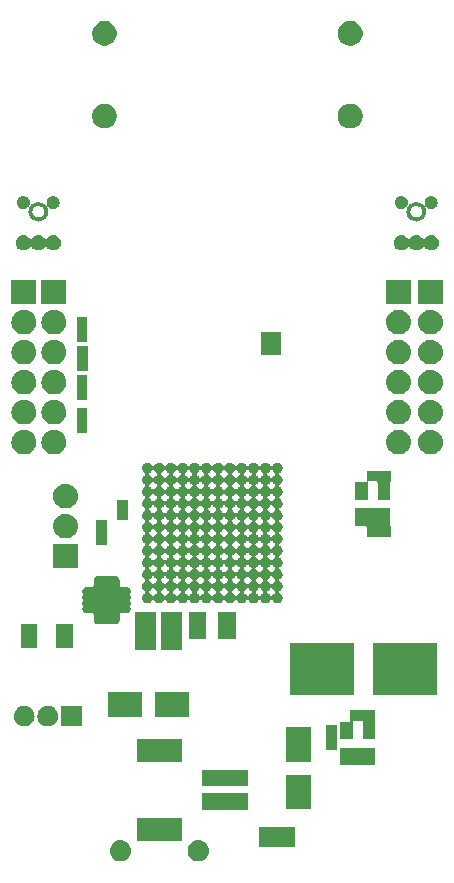
<source format=gbr>
G04 #@! TF.GenerationSoftware,KiCad,Pcbnew,(5.0.1-3-g963ef8bb5)*
G04 #@! TF.CreationDate,2019-03-18T15:27:52-04:00*
G04 #@! TF.ProjectId,Tympan_D,54796D70616E5F442E6B696361645F70,rev?*
G04 #@! TF.SameCoordinates,PX6d878d0PY72e6100*
G04 #@! TF.FileFunction,Soldermask,Bot*
G04 #@! TF.FilePolarity,Negative*
%FSLAX46Y46*%
G04 Gerber Fmt 4.6, Leading zero omitted, Abs format (unit mm)*
G04 Created by KiCad (PCBNEW (5.0.1-3-g963ef8bb5)) date Monday, March 18, 2019 at 03:27:52 PM*
%MOMM*%
%LPD*%
G01*
G04 APERTURE LIST*
%ADD10C,0.300000*%
%ADD11C,0.100000*%
G04 APERTURE END LIST*
D10*
G04 #@! TO.C,MIC2*
X3675250Y55500000D02*
G75*
G03X3675250Y55500000I-675250J0D01*
G01*
G04 #@! TO.C,MIC1*
X35675250Y55500000D02*
G75*
G03X35675250Y55500000I-675250J0D01*
G01*
D11*
G36*
X16726432Y2286978D02*
X16896081Y2235515D01*
X17052433Y2151944D01*
X17189475Y2039475D01*
X17301944Y1902433D01*
X17385515Y1746081D01*
X17436978Y1576432D01*
X17454354Y1400000D01*
X17436978Y1223568D01*
X17385515Y1053919D01*
X17301944Y897567D01*
X17189475Y760525D01*
X17052433Y648056D01*
X16896081Y564485D01*
X16726432Y513022D01*
X16594211Y500000D01*
X16505789Y500000D01*
X16373568Y513022D01*
X16203919Y564485D01*
X16047567Y648056D01*
X15910525Y760525D01*
X15798056Y897567D01*
X15714485Y1053919D01*
X15663022Y1223568D01*
X15645646Y1400000D01*
X15663022Y1576432D01*
X15714485Y1746081D01*
X15798056Y1902433D01*
X15910525Y2039475D01*
X16047567Y2151944D01*
X16203919Y2235515D01*
X16373568Y2286978D01*
X16505789Y2300000D01*
X16594211Y2300000D01*
X16726432Y2286978D01*
X16726432Y2286978D01*
G37*
G36*
X10126432Y2286978D02*
X10296081Y2235515D01*
X10452433Y2151944D01*
X10589475Y2039475D01*
X10701944Y1902433D01*
X10785515Y1746081D01*
X10836978Y1576432D01*
X10854354Y1400000D01*
X10836978Y1223568D01*
X10785515Y1053919D01*
X10701944Y897567D01*
X10589475Y760525D01*
X10452433Y648056D01*
X10296081Y564485D01*
X10126432Y513022D01*
X9994211Y500000D01*
X9905789Y500000D01*
X9773568Y513022D01*
X9603919Y564485D01*
X9447567Y648056D01*
X9310525Y760525D01*
X9198056Y897567D01*
X9114485Y1053919D01*
X9063022Y1223568D01*
X9045646Y1400000D01*
X9063022Y1576432D01*
X9114485Y1746081D01*
X9198056Y1902433D01*
X9310525Y2039475D01*
X9447567Y2151944D01*
X9603919Y2235515D01*
X9773568Y2286978D01*
X9905789Y2300000D01*
X9994211Y2300000D01*
X10126432Y2286978D01*
X10126432Y2286978D01*
G37*
G36*
X24700000Y1750000D02*
X21700000Y1750000D01*
X21700000Y3450000D01*
X24700000Y3450000D01*
X24700000Y1750000D01*
X24700000Y1750000D01*
G37*
G36*
X15150000Y2250000D02*
X11350000Y2250000D01*
X11350000Y4150000D01*
X15150000Y4150000D01*
X15150000Y2250000D01*
X15150000Y2250000D01*
G37*
G36*
X20750000Y4850000D02*
X16850000Y4850000D01*
X16850000Y6250000D01*
X20750000Y6250000D01*
X20750000Y4850000D01*
X20750000Y4850000D01*
G37*
G36*
X26050000Y4950000D02*
X23950000Y4950000D01*
X23950000Y7850000D01*
X26050000Y7850000D01*
X26050000Y4950000D01*
X26050000Y4950000D01*
G37*
G36*
X20750000Y6850000D02*
X16850000Y6850000D01*
X16850000Y8250000D01*
X20750000Y8250000D01*
X20750000Y6850000D01*
X20750000Y6850000D01*
G37*
G36*
X31525000Y8620000D02*
X28575000Y8620000D01*
X28575000Y10080000D01*
X31525000Y10080000D01*
X31525000Y8620000D01*
X31525000Y8620000D01*
G37*
G36*
X15150000Y8950000D02*
X11350000Y8950000D01*
X11350000Y10850000D01*
X15150000Y10850000D01*
X15150000Y8950000D01*
X15150000Y8950000D01*
G37*
G36*
X26050000Y8950000D02*
X23950000Y8950000D01*
X23950000Y11850000D01*
X26050000Y11850000D01*
X26050000Y8950000D01*
X26050000Y8950000D01*
G37*
G36*
X28300000Y9950000D02*
X27400000Y9950000D01*
X27400000Y12050000D01*
X28300000Y12050000D01*
X28300000Y9950000D01*
X28300000Y9950000D01*
G37*
G36*
X31500000Y12405000D02*
X31502402Y12380614D01*
X31509515Y12357165D01*
X31521066Y12335554D01*
X31525000Y12330761D01*
X31525000Y10820000D01*
X30475000Y10820000D01*
X30475000Y12275000D01*
X30472598Y12299386D01*
X30465485Y12322835D01*
X30453934Y12344446D01*
X30438388Y12363388D01*
X30419446Y12378934D01*
X30397835Y12390485D01*
X30374386Y12397598D01*
X30350000Y12400000D01*
X29750000Y12400000D01*
X29725614Y12397598D01*
X29702165Y12390485D01*
X29680554Y12378934D01*
X29661612Y12363388D01*
X29646066Y12344446D01*
X29634515Y12322835D01*
X29627402Y12299386D01*
X29625000Y12275000D01*
X29625000Y10820000D01*
X28575000Y10820000D01*
X28575000Y12280000D01*
X29275000Y12280000D01*
X29299386Y12282402D01*
X29322835Y12289515D01*
X29344446Y12301066D01*
X29363388Y12316612D01*
X29378934Y12335554D01*
X29390485Y12357165D01*
X29397598Y12380614D01*
X29400000Y12405000D01*
X29400000Y13300000D01*
X31500000Y13300000D01*
X31500000Y12405000D01*
X31500000Y12405000D01*
G37*
G36*
X6675000Y11925000D02*
X4925000Y11925000D01*
X4925000Y12750880D01*
X4922598Y12775266D01*
X4915485Y12798715D01*
X4914518Y12800524D01*
X4919618Y12812835D01*
X4925000Y12849120D01*
X4925000Y13675000D01*
X6675000Y13675000D01*
X6675000Y11925000D01*
X6675000Y11925000D01*
G37*
G36*
X3885829Y13670780D02*
X3971530Y13662339D01*
X4081489Y13628983D01*
X4136469Y13612305D01*
X4187137Y13585222D01*
X4288476Y13531056D01*
X4421712Y13421712D01*
X4531056Y13288476D01*
X4585222Y13187137D01*
X4612305Y13136469D01*
X4612305Y13136468D01*
X4662339Y12971530D01*
X4662339Y12971528D01*
X4675602Y12836868D01*
X4680383Y12812834D01*
X4685482Y12800524D01*
X4684515Y12798715D01*
X4675602Y12763132D01*
X4670292Y12709215D01*
X4662339Y12628470D01*
X4628983Y12518511D01*
X4612305Y12463531D01*
X4585222Y12412863D01*
X4531056Y12311524D01*
X4421712Y12178288D01*
X4288476Y12068944D01*
X4187137Y12014778D01*
X4136469Y11987695D01*
X4081489Y11971017D01*
X3971530Y11937661D01*
X3885829Y11929220D01*
X3842980Y11925000D01*
X3757020Y11925000D01*
X3714171Y11929220D01*
X3628470Y11937661D01*
X3518511Y11971017D01*
X3463531Y11987695D01*
X3412863Y12014778D01*
X3311524Y12068944D01*
X3178288Y12178288D01*
X3068944Y12311524D01*
X3014778Y12412863D01*
X2987695Y12463531D01*
X2971017Y12518511D01*
X2937661Y12628470D01*
X2929708Y12709215D01*
X2924398Y12763132D01*
X2919617Y12787166D01*
X2914301Y12800000D01*
X2919618Y12812835D01*
X2924398Y12836868D01*
X2937661Y12971528D01*
X2937661Y12971530D01*
X2987695Y13136468D01*
X2987695Y13136469D01*
X3014778Y13187137D01*
X3068944Y13288476D01*
X3178288Y13421712D01*
X3311524Y13531056D01*
X3412863Y13585222D01*
X3463531Y13612305D01*
X3518511Y13628983D01*
X3628470Y13662339D01*
X3714171Y13670780D01*
X3757020Y13675000D01*
X3842980Y13675000D01*
X3885829Y13670780D01*
X3885829Y13670780D01*
G37*
G36*
X1885829Y13670780D02*
X1971530Y13662339D01*
X2081489Y13628983D01*
X2136469Y13612305D01*
X2187137Y13585222D01*
X2288476Y13531056D01*
X2421712Y13421712D01*
X2531056Y13288476D01*
X2585222Y13187137D01*
X2612305Y13136469D01*
X2612305Y13136468D01*
X2662339Y12971530D01*
X2662339Y12971528D01*
X2675602Y12836868D01*
X2680383Y12812834D01*
X2685699Y12800000D01*
X2680382Y12787165D01*
X2675602Y12763132D01*
X2670292Y12709215D01*
X2662339Y12628470D01*
X2628983Y12518511D01*
X2612305Y12463531D01*
X2585222Y12412863D01*
X2531056Y12311524D01*
X2421712Y12178288D01*
X2288476Y12068944D01*
X2187137Y12014778D01*
X2136469Y11987695D01*
X2081489Y11971017D01*
X1971530Y11937661D01*
X1885829Y11929220D01*
X1842980Y11925000D01*
X1757020Y11925000D01*
X1714171Y11929220D01*
X1628470Y11937661D01*
X1518511Y11971017D01*
X1463531Y11987695D01*
X1412863Y12014778D01*
X1311524Y12068944D01*
X1178288Y12178288D01*
X1068944Y12311524D01*
X1014778Y12412863D01*
X987695Y12463531D01*
X971017Y12518511D01*
X937661Y12628470D01*
X920767Y12800000D01*
X937661Y12971530D01*
X987695Y13136468D01*
X987695Y13136469D01*
X1014778Y13187137D01*
X1068944Y13288476D01*
X1178288Y13421712D01*
X1311524Y13531056D01*
X1412863Y13585222D01*
X1463531Y13612305D01*
X1518511Y13628983D01*
X1628470Y13662339D01*
X1714171Y13670780D01*
X1757020Y13675000D01*
X1842980Y13675000D01*
X1885829Y13670780D01*
X1885829Y13670780D01*
G37*
G36*
X15800000Y12750000D02*
X12900000Y12750000D01*
X12900000Y14850000D01*
X15800000Y14850000D01*
X15800000Y12750000D01*
X15800000Y12750000D01*
G37*
G36*
X11800000Y12750000D02*
X8900000Y12750000D01*
X8900000Y14850000D01*
X11800000Y14850000D01*
X11800000Y12750000D01*
X11800000Y12750000D01*
G37*
G36*
X36750000Y14600000D02*
X31350000Y14600000D01*
X31350000Y19000000D01*
X36750000Y19000000D01*
X36750000Y14600000D01*
X36750000Y14600000D01*
G37*
G36*
X29750000Y14600000D02*
X24350000Y14600000D01*
X24350000Y19000000D01*
X29750000Y19000000D01*
X29750000Y14600000D01*
X29750000Y14600000D01*
G37*
G36*
X15200000Y18375000D02*
X13400000Y18375000D01*
X13400000Y21575000D01*
X15200000Y21575000D01*
X15200000Y18375000D01*
X15200000Y18375000D01*
G37*
G36*
X13000000Y18375000D02*
X11200000Y18375000D01*
X11200000Y21575000D01*
X13000000Y21575000D01*
X13000000Y18375000D01*
X13000000Y18375000D01*
G37*
G36*
X2900000Y18600000D02*
X1500000Y18600000D01*
X1500000Y20600000D01*
X2900000Y20600000D01*
X2900000Y18600000D01*
X2900000Y18600000D01*
G37*
G36*
X5900000Y18600000D02*
X4500000Y18600000D01*
X4500000Y20600000D01*
X5900000Y20600000D01*
X5900000Y18600000D01*
X5900000Y18600000D01*
G37*
G36*
X19725000Y19300000D02*
X18225000Y19300000D01*
X18225000Y21600000D01*
X19725000Y21600000D01*
X19725000Y19300000D01*
X19725000Y19300000D01*
G37*
G36*
X17225000Y19300000D02*
X15725000Y19300000D01*
X15725000Y21600000D01*
X17225000Y21600000D01*
X17225000Y19300000D01*
X17225000Y19300000D01*
G37*
G36*
X9593608Y24669936D02*
X9593611Y24669935D01*
X9593612Y24669935D01*
X9659587Y24649922D01*
X9659589Y24649921D01*
X9659592Y24649920D01*
X9720391Y24617423D01*
X9773685Y24573685D01*
X9817423Y24520391D01*
X9849920Y24459592D01*
X9869936Y24393608D01*
X9875000Y24342192D01*
X9875000Y23851668D01*
X9875438Y23851668D01*
X9875438Y23850000D01*
X9875000Y23850000D01*
X9875000Y23849836D01*
X9875439Y23845382D01*
X9875440Y23837727D01*
X9876930Y23830245D01*
X9877402Y23825450D01*
X9878806Y23820822D01*
X9880225Y23813694D01*
X9882997Y23807004D01*
X9884515Y23802001D01*
X9886988Y23797374D01*
X9889606Y23791057D01*
X9893392Y23785393D01*
X9896066Y23780390D01*
X9899677Y23775991D01*
X9903223Y23770685D01*
X9907724Y23766185D01*
X9911612Y23761448D01*
X9916363Y23757549D01*
X9920553Y23753360D01*
X9925461Y23750082D01*
X9930554Y23745902D01*
X9936387Y23742784D01*
X9940930Y23739750D01*
X9945961Y23737667D01*
X9952165Y23734351D01*
X9958917Y23732303D01*
X9963571Y23730376D01*
X9966892Y23729884D01*
X9975614Y23727238D01*
X9989274Y23726566D01*
X9999836Y23725000D01*
X10000000Y23725000D01*
X10000000Y23726038D01*
X10001668Y23725956D01*
X10001668Y23725000D01*
X10492192Y23725000D01*
X10543608Y23719936D01*
X10543611Y23719935D01*
X10543612Y23719935D01*
X10609587Y23699922D01*
X10609589Y23699921D01*
X10609592Y23699920D01*
X10670391Y23667423D01*
X10723685Y23623685D01*
X10767423Y23570391D01*
X10799920Y23509592D01*
X10819936Y23443608D01*
X10826693Y23375000D01*
X10819936Y23306392D01*
X10819935Y23306389D01*
X10819935Y23306388D01*
X10801385Y23245235D01*
X10799920Y23240408D01*
X10769729Y23183924D01*
X10760351Y23161285D01*
X10755571Y23137252D01*
X10755571Y23112748D01*
X10760352Y23088714D01*
X10769729Y23066076D01*
X10799920Y23009592D01*
X10799921Y23009589D01*
X10799922Y23009587D01*
X10810188Y22975744D01*
X10819936Y22943608D01*
X10826693Y22875000D01*
X10819936Y22806392D01*
X10819935Y22806389D01*
X10819935Y22806388D01*
X10808885Y22769959D01*
X10799920Y22740408D01*
X10769729Y22683924D01*
X10760351Y22661285D01*
X10755571Y22637252D01*
X10755571Y22612748D01*
X10760352Y22588714D01*
X10769729Y22566076D01*
X10799920Y22509592D01*
X10819936Y22443608D01*
X10826693Y22375000D01*
X10819936Y22306392D01*
X10799920Y22240408D01*
X10769729Y22183924D01*
X10760351Y22161285D01*
X10755571Y22137252D01*
X10755571Y22112748D01*
X10760352Y22088714D01*
X10769729Y22066076D01*
X10799920Y22009592D01*
X10819936Y21943608D01*
X10826693Y21875000D01*
X10819936Y21806392D01*
X10799920Y21740408D01*
X10767423Y21679609D01*
X10723685Y21626315D01*
X10670391Y21582577D01*
X10609592Y21550080D01*
X10609589Y21550079D01*
X10609587Y21550078D01*
X10543612Y21530065D01*
X10543611Y21530065D01*
X10543608Y21530064D01*
X10492192Y21525000D01*
X10001668Y21525000D01*
X10001668Y21524562D01*
X10000000Y21524562D01*
X10000000Y21525000D01*
X9999836Y21525000D01*
X9995382Y21524561D01*
X9987727Y21524560D01*
X9980245Y21523070D01*
X9975450Y21522598D01*
X9970822Y21521194D01*
X9963694Y21519775D01*
X9957004Y21517003D01*
X9952001Y21515485D01*
X9947374Y21513012D01*
X9941057Y21510394D01*
X9935393Y21506608D01*
X9930390Y21503934D01*
X9925991Y21500323D01*
X9920685Y21496777D01*
X9916185Y21492276D01*
X9911448Y21488388D01*
X9907549Y21483637D01*
X9903360Y21479447D01*
X9900082Y21474539D01*
X9895902Y21469446D01*
X9892784Y21463613D01*
X9889750Y21459070D01*
X9887667Y21454039D01*
X9884351Y21447835D01*
X9882303Y21441083D01*
X9880376Y21436429D01*
X9879884Y21433108D01*
X9877238Y21424386D01*
X9876566Y21410726D01*
X9875000Y21400164D01*
X9875000Y21400000D01*
X9876038Y21400000D01*
X9875956Y21398332D01*
X9875000Y21398332D01*
X9875000Y20907808D01*
X9869936Y20856392D01*
X9849920Y20790408D01*
X9817423Y20729609D01*
X9773685Y20676315D01*
X9720394Y20632580D01*
X9684458Y20613373D01*
X9659586Y20600078D01*
X9593611Y20580065D01*
X9593610Y20580065D01*
X9593607Y20580064D01*
X9525000Y20573307D01*
X9456392Y20580064D01*
X9456389Y20580065D01*
X9456388Y20580065D01*
X9390413Y20600078D01*
X9390411Y20600079D01*
X9390408Y20600080D01*
X9333924Y20630271D01*
X9311285Y20639649D01*
X9287252Y20644429D01*
X9262748Y20644429D01*
X9238714Y20639648D01*
X9216076Y20630272D01*
X9183266Y20612735D01*
X9159586Y20600078D01*
X9093611Y20580065D01*
X9093610Y20580065D01*
X9093607Y20580064D01*
X9025000Y20573307D01*
X8956392Y20580064D01*
X8956389Y20580065D01*
X8956388Y20580065D01*
X8890413Y20600078D01*
X8890411Y20600079D01*
X8890408Y20600080D01*
X8833924Y20630271D01*
X8811285Y20639649D01*
X8787252Y20644429D01*
X8762748Y20644429D01*
X8738714Y20639648D01*
X8716076Y20630272D01*
X8683266Y20612735D01*
X8659586Y20600078D01*
X8593611Y20580065D01*
X8593610Y20580065D01*
X8593607Y20580064D01*
X8525000Y20573307D01*
X8456392Y20580064D01*
X8456389Y20580065D01*
X8456388Y20580065D01*
X8390413Y20600078D01*
X8390411Y20600079D01*
X8390408Y20600080D01*
X8333924Y20630271D01*
X8311285Y20639649D01*
X8287252Y20644429D01*
X8262748Y20644429D01*
X8238714Y20639648D01*
X8216076Y20630272D01*
X8183266Y20612735D01*
X8159586Y20600078D01*
X8093611Y20580065D01*
X8093610Y20580065D01*
X8093607Y20580064D01*
X8025000Y20573307D01*
X7956392Y20580064D01*
X7956389Y20580065D01*
X7956388Y20580065D01*
X7890413Y20600078D01*
X7890411Y20600079D01*
X7890408Y20600080D01*
X7829609Y20632577D01*
X7776315Y20676315D01*
X7732580Y20729606D01*
X7713373Y20765542D01*
X7700078Y20790414D01*
X7680065Y20856389D01*
X7680065Y20856390D01*
X7680064Y20856393D01*
X7675000Y20907809D01*
X7675000Y21398332D01*
X7674562Y21398332D01*
X7674562Y21400000D01*
X7675000Y21400000D01*
X7675000Y21400164D01*
X7674561Y21404618D01*
X7674560Y21412273D01*
X7673070Y21419755D01*
X7672598Y21424550D01*
X7671194Y21429178D01*
X7669775Y21436306D01*
X7667003Y21442996D01*
X7665485Y21447999D01*
X7663012Y21452626D01*
X7660394Y21458943D01*
X7656608Y21464607D01*
X7653934Y21469610D01*
X7650323Y21474009D01*
X7646777Y21479315D01*
X7642276Y21483815D01*
X7638388Y21488552D01*
X7633637Y21492451D01*
X7629447Y21496640D01*
X7624539Y21499918D01*
X7619446Y21504098D01*
X7613613Y21507216D01*
X7609070Y21510250D01*
X7604039Y21512333D01*
X7597835Y21515649D01*
X7591083Y21517697D01*
X7586429Y21519624D01*
X7583108Y21520116D01*
X7574386Y21522762D01*
X7560726Y21523434D01*
X7550164Y21525000D01*
X7550000Y21525000D01*
X7550000Y21523962D01*
X7548332Y21524044D01*
X7548332Y21525000D01*
X7057808Y21525000D01*
X7006392Y21530064D01*
X7006389Y21530065D01*
X7006388Y21530065D01*
X6940413Y21550078D01*
X6940411Y21550079D01*
X6940408Y21550080D01*
X6879609Y21582577D01*
X6826315Y21626315D01*
X6782577Y21679609D01*
X6750080Y21740408D01*
X6730064Y21806392D01*
X6723307Y21875000D01*
X6730064Y21943608D01*
X6750080Y22009592D01*
X6780271Y22066076D01*
X6789649Y22088715D01*
X6794429Y22112748D01*
X6794429Y22137252D01*
X6789648Y22161286D01*
X6780271Y22183924D01*
X6750080Y22240408D01*
X6730064Y22306392D01*
X6723307Y22375000D01*
X6730064Y22443608D01*
X6750080Y22509592D01*
X6780271Y22566076D01*
X6789649Y22588715D01*
X6794429Y22612748D01*
X6794429Y22637252D01*
X6789648Y22661286D01*
X6780271Y22683924D01*
X6750080Y22740408D01*
X6741116Y22769959D01*
X6730065Y22806388D01*
X6730065Y22806389D01*
X6730064Y22806392D01*
X6723307Y22875000D01*
X6730064Y22943608D01*
X6739812Y22975744D01*
X6750078Y23009587D01*
X6750079Y23009589D01*
X6750080Y23009592D01*
X6780271Y23066076D01*
X6789649Y23088715D01*
X6794429Y23112748D01*
X6794429Y23137252D01*
X6789648Y23161286D01*
X6780271Y23183924D01*
X6750080Y23240408D01*
X6748616Y23245235D01*
X6730065Y23306388D01*
X6730065Y23306389D01*
X6730064Y23306392D01*
X6723307Y23375000D01*
X6730064Y23443608D01*
X6750080Y23509592D01*
X6782577Y23570391D01*
X6826315Y23623685D01*
X6879609Y23667423D01*
X6940408Y23699920D01*
X6940411Y23699921D01*
X6940413Y23699922D01*
X7006388Y23719935D01*
X7006389Y23719935D01*
X7006392Y23719936D01*
X7057808Y23725000D01*
X7548332Y23725000D01*
X7548332Y23725438D01*
X7550000Y23725438D01*
X7550000Y23725000D01*
X7550164Y23725000D01*
X7554618Y23725439D01*
X7562273Y23725440D01*
X7569755Y23726930D01*
X7574550Y23727402D01*
X7579178Y23728806D01*
X7586306Y23730225D01*
X7592996Y23732997D01*
X7597999Y23734515D01*
X7602626Y23736988D01*
X7608943Y23739606D01*
X7614607Y23743392D01*
X7619610Y23746066D01*
X7624009Y23749677D01*
X7629315Y23753223D01*
X7633815Y23757724D01*
X7638552Y23761612D01*
X7642451Y23766363D01*
X7646640Y23770553D01*
X7649918Y23775461D01*
X7654098Y23780554D01*
X7657216Y23786387D01*
X7660250Y23790930D01*
X7662333Y23795961D01*
X7665649Y23802165D01*
X7667697Y23808917D01*
X7669624Y23813571D01*
X7670116Y23816892D01*
X7672762Y23825614D01*
X7673435Y23839279D01*
X7675000Y23849836D01*
X7675000Y23850000D01*
X7673963Y23850000D01*
X7674045Y23851669D01*
X7675000Y23851669D01*
X7675000Y24342189D01*
X7680065Y24393609D01*
X7700081Y24459592D01*
X7732578Y24520391D01*
X7776316Y24573685D01*
X7829610Y24617423D01*
X7890409Y24649920D01*
X7890412Y24649921D01*
X7890414Y24649922D01*
X7956389Y24669935D01*
X7956390Y24669935D01*
X7956393Y24669936D01*
X8025000Y24676693D01*
X8093608Y24669936D01*
X8093611Y24669935D01*
X8093612Y24669935D01*
X8159587Y24649922D01*
X8173807Y24642321D01*
X8216077Y24619728D01*
X8238716Y24610351D01*
X8262750Y24605571D01*
X8287254Y24605571D01*
X8311288Y24610352D01*
X8333925Y24619729D01*
X8390409Y24649920D01*
X8390412Y24649921D01*
X8390414Y24649922D01*
X8456389Y24669935D01*
X8456390Y24669935D01*
X8456393Y24669936D01*
X8525000Y24676693D01*
X8593608Y24669936D01*
X8593611Y24669935D01*
X8593612Y24669935D01*
X8659587Y24649922D01*
X8673807Y24642321D01*
X8716077Y24619728D01*
X8738716Y24610351D01*
X8762750Y24605571D01*
X8787254Y24605571D01*
X8811288Y24610352D01*
X8833925Y24619729D01*
X8890409Y24649920D01*
X8890412Y24649921D01*
X8890414Y24649922D01*
X8956389Y24669935D01*
X8956390Y24669935D01*
X8956393Y24669936D01*
X9025000Y24676693D01*
X9093608Y24669936D01*
X9093611Y24669935D01*
X9093612Y24669935D01*
X9159587Y24649922D01*
X9173807Y24642321D01*
X9216077Y24619728D01*
X9238716Y24610351D01*
X9262750Y24605571D01*
X9287254Y24605571D01*
X9311288Y24610352D01*
X9333925Y24619729D01*
X9390409Y24649920D01*
X9390412Y24649921D01*
X9390414Y24649922D01*
X9456389Y24669935D01*
X9456390Y24669935D01*
X9456393Y24669936D01*
X9525000Y24676693D01*
X9593608Y24669936D01*
X9593608Y24669936D01*
G37*
G36*
X12356216Y34247930D02*
X12438145Y34213994D01*
X12511880Y34164725D01*
X12574585Y34102020D01*
X12621347Y34032037D01*
X12636892Y34013095D01*
X12655835Y33997550D01*
X12677446Y33985999D01*
X12700895Y33978886D01*
X12725281Y33976484D01*
X12749667Y33978886D01*
X12773116Y33985999D01*
X12794727Y33997551D01*
X12813669Y34013096D01*
X12829213Y34032037D01*
X12875975Y34102020D01*
X12938680Y34164725D01*
X13012415Y34213994D01*
X13094344Y34247930D01*
X13181319Y34265230D01*
X13270001Y34265230D01*
X13356976Y34247930D01*
X13438905Y34213994D01*
X13512640Y34164725D01*
X13575345Y34102020D01*
X13620837Y34033937D01*
X13636382Y34014995D01*
X13655324Y33999450D01*
X13676935Y33987899D01*
X13700384Y33980786D01*
X13724771Y33978384D01*
X13749157Y33980786D01*
X13772606Y33987899D01*
X13794217Y33999451D01*
X13813159Y34014996D01*
X13828703Y34033937D01*
X13874195Y34102020D01*
X13936900Y34164725D01*
X14010635Y34213994D01*
X14092564Y34247930D01*
X14179539Y34265230D01*
X14268221Y34265230D01*
X14355196Y34247930D01*
X14437125Y34213994D01*
X14510860Y34164725D01*
X14573565Y34102020D01*
X14620327Y34032037D01*
X14635872Y34013095D01*
X14654815Y33997550D01*
X14676426Y33985999D01*
X14699875Y33978886D01*
X14724261Y33976484D01*
X14748647Y33978886D01*
X14772096Y33985999D01*
X14793707Y33997551D01*
X14812649Y34013096D01*
X14828193Y34032037D01*
X14874955Y34102020D01*
X14937660Y34164725D01*
X15011395Y34213994D01*
X15093324Y34247930D01*
X15180299Y34265230D01*
X15268981Y34265230D01*
X15355956Y34247930D01*
X15437885Y34213994D01*
X15511620Y34164725D01*
X15574325Y34102020D01*
X15621087Y34032037D01*
X15636632Y34013095D01*
X15655575Y33997550D01*
X15677186Y33985999D01*
X15700635Y33978886D01*
X15725021Y33976484D01*
X15749407Y33978886D01*
X15772856Y33985999D01*
X15794467Y33997551D01*
X15813409Y34013096D01*
X15828953Y34032037D01*
X15875715Y34102020D01*
X15938420Y34164725D01*
X16012155Y34213994D01*
X16094084Y34247930D01*
X16181059Y34265230D01*
X16269741Y34265230D01*
X16356716Y34247930D01*
X16438645Y34213994D01*
X16512380Y34164725D01*
X16575085Y34102020D01*
X16621847Y34032037D01*
X16637392Y34013095D01*
X16656335Y33997550D01*
X16677946Y33985999D01*
X16701395Y33978886D01*
X16725781Y33976484D01*
X16750167Y33978886D01*
X16773616Y33985999D01*
X16795227Y33997551D01*
X16814169Y34013096D01*
X16829713Y34032037D01*
X16876475Y34102020D01*
X16939180Y34164725D01*
X17012915Y34213994D01*
X17094844Y34247930D01*
X17181819Y34265230D01*
X17270501Y34265230D01*
X17357476Y34247930D01*
X17439405Y34213994D01*
X17513140Y34164725D01*
X17575845Y34102020D01*
X17621337Y34033937D01*
X17636882Y34014995D01*
X17655824Y33999450D01*
X17677435Y33987899D01*
X17700884Y33980786D01*
X17725271Y33978384D01*
X17749657Y33980786D01*
X17773106Y33987899D01*
X17794717Y33999451D01*
X17813659Y34014996D01*
X17829203Y34033937D01*
X17874695Y34102020D01*
X17937400Y34164725D01*
X18011135Y34213994D01*
X18093064Y34247930D01*
X18180039Y34265230D01*
X18268721Y34265230D01*
X18355696Y34247930D01*
X18437625Y34213994D01*
X18511360Y34164725D01*
X18574065Y34102020D01*
X18620827Y34032037D01*
X18636372Y34013095D01*
X18655315Y33997550D01*
X18676926Y33985999D01*
X18700375Y33978886D01*
X18724761Y33976484D01*
X18749147Y33978886D01*
X18772596Y33985999D01*
X18794207Y33997551D01*
X18813149Y34013096D01*
X18828693Y34032037D01*
X18875455Y34102020D01*
X18938160Y34164725D01*
X19011895Y34213994D01*
X19093824Y34247930D01*
X19180799Y34265230D01*
X19269481Y34265230D01*
X19356456Y34247930D01*
X19438385Y34213994D01*
X19512120Y34164725D01*
X19574825Y34102020D01*
X19621587Y34032037D01*
X19637132Y34013095D01*
X19656075Y33997550D01*
X19677686Y33985999D01*
X19701135Y33978886D01*
X19725521Y33976484D01*
X19749907Y33978886D01*
X19773356Y33985999D01*
X19794967Y33997551D01*
X19813909Y34013096D01*
X19829453Y34032037D01*
X19876215Y34102020D01*
X19938920Y34164725D01*
X20012655Y34213994D01*
X20094584Y34247930D01*
X20181559Y34265230D01*
X20270241Y34265230D01*
X20357216Y34247930D01*
X20439145Y34213994D01*
X20512880Y34164725D01*
X20575585Y34102020D01*
X20621077Y34033937D01*
X20636622Y34014995D01*
X20655564Y33999450D01*
X20677175Y33987899D01*
X20700624Y33980786D01*
X20725011Y33978384D01*
X20749397Y33980786D01*
X20772846Y33987899D01*
X20794457Y33999451D01*
X20813399Y34014996D01*
X20828943Y34033937D01*
X20874435Y34102020D01*
X20937140Y34164725D01*
X21010875Y34213994D01*
X21092804Y34247930D01*
X21179779Y34265230D01*
X21268461Y34265230D01*
X21355436Y34247930D01*
X21437365Y34213994D01*
X21511100Y34164725D01*
X21573805Y34102020D01*
X21620567Y34032037D01*
X21636112Y34013095D01*
X21655055Y33997550D01*
X21676666Y33985999D01*
X21700115Y33978886D01*
X21724501Y33976484D01*
X21748887Y33978886D01*
X21772336Y33985999D01*
X21793947Y33997551D01*
X21812889Y34013096D01*
X21828433Y34032037D01*
X21875195Y34102020D01*
X21937900Y34164725D01*
X22011635Y34213994D01*
X22093564Y34247930D01*
X22180539Y34265230D01*
X22269221Y34265230D01*
X22356196Y34247930D01*
X22438125Y34213994D01*
X22511860Y34164725D01*
X22574565Y34102020D01*
X22621327Y34032037D01*
X22636872Y34013095D01*
X22655815Y33997550D01*
X22677426Y33985999D01*
X22700875Y33978886D01*
X22725261Y33976484D01*
X22749647Y33978886D01*
X22773096Y33985999D01*
X22794707Y33997551D01*
X22813649Y34013096D01*
X22829193Y34032037D01*
X22875955Y34102020D01*
X22938660Y34164725D01*
X23012395Y34213994D01*
X23094324Y34247930D01*
X23181299Y34265230D01*
X23269981Y34265230D01*
X23356956Y34247930D01*
X23438885Y34213994D01*
X23512620Y34164725D01*
X23575325Y34102020D01*
X23624594Y34028285D01*
X23658530Y33946356D01*
X23675830Y33859381D01*
X23675830Y33770699D01*
X23658530Y33683724D01*
X23624594Y33601795D01*
X23575325Y33528060D01*
X23512620Y33465355D01*
X23442637Y33418593D01*
X23423695Y33403048D01*
X23408150Y33384105D01*
X23396599Y33362494D01*
X23389486Y33339045D01*
X23387084Y33314659D01*
X23389486Y33290273D01*
X23396599Y33266824D01*
X23408151Y33245213D01*
X23423696Y33226271D01*
X23442637Y33210727D01*
X23512620Y33163965D01*
X23575325Y33101260D01*
X23624594Y33027525D01*
X23658530Y32945596D01*
X23675830Y32858621D01*
X23675830Y32769939D01*
X23658530Y32682964D01*
X23624594Y32601035D01*
X23575325Y32527300D01*
X23512620Y32464595D01*
X23442637Y32417833D01*
X23423695Y32402288D01*
X23408150Y32383345D01*
X23396599Y32361734D01*
X23389486Y32338285D01*
X23387084Y32313899D01*
X23389486Y32289513D01*
X23396599Y32266064D01*
X23408151Y32244453D01*
X23423696Y32225511D01*
X23442637Y32209967D01*
X23512620Y32163205D01*
X23575325Y32100500D01*
X23624594Y32026765D01*
X23658530Y31944836D01*
X23675830Y31857861D01*
X23675830Y31769179D01*
X23658530Y31682204D01*
X23624594Y31600275D01*
X23575325Y31526540D01*
X23512620Y31463835D01*
X23444537Y31418343D01*
X23425595Y31402798D01*
X23410050Y31383856D01*
X23398499Y31362245D01*
X23391386Y31338796D01*
X23388984Y31314409D01*
X23391386Y31290023D01*
X23398499Y31266574D01*
X23410051Y31244963D01*
X23425596Y31226021D01*
X23444537Y31210477D01*
X23512620Y31164985D01*
X23575325Y31102280D01*
X23624594Y31028545D01*
X23658530Y30946616D01*
X23675830Y30859641D01*
X23675830Y30770959D01*
X23658530Y30683984D01*
X23624594Y30602055D01*
X23575325Y30528320D01*
X23512620Y30465615D01*
X23442637Y30418853D01*
X23423695Y30403308D01*
X23408150Y30384365D01*
X23396599Y30362754D01*
X23389486Y30339305D01*
X23387084Y30314919D01*
X23389486Y30290533D01*
X23396599Y30267084D01*
X23408151Y30245473D01*
X23423696Y30226531D01*
X23442637Y30210987D01*
X23512620Y30164225D01*
X23575325Y30101520D01*
X23624594Y30027785D01*
X23658530Y29945856D01*
X23675830Y29858881D01*
X23675830Y29770199D01*
X23658530Y29683224D01*
X23624594Y29601295D01*
X23575325Y29527560D01*
X23512620Y29464855D01*
X23442637Y29418093D01*
X23423695Y29402548D01*
X23408150Y29383605D01*
X23396599Y29361994D01*
X23389486Y29338545D01*
X23387084Y29314159D01*
X23389486Y29289773D01*
X23396599Y29266324D01*
X23408151Y29244713D01*
X23423696Y29225771D01*
X23442637Y29210227D01*
X23512620Y29163465D01*
X23575325Y29100760D01*
X23624594Y29027025D01*
X23658530Y28945096D01*
X23675830Y28858121D01*
X23675830Y28769439D01*
X23658530Y28682464D01*
X23624594Y28600535D01*
X23575325Y28526800D01*
X23512620Y28464095D01*
X23444537Y28418603D01*
X23425595Y28403058D01*
X23410050Y28384116D01*
X23398499Y28362505D01*
X23391386Y28339056D01*
X23388984Y28314669D01*
X23391386Y28290283D01*
X23398499Y28266834D01*
X23410051Y28245223D01*
X23425596Y28226281D01*
X23444537Y28210737D01*
X23512620Y28165245D01*
X23575325Y28102540D01*
X23624594Y28028805D01*
X23658530Y27946876D01*
X23675830Y27859901D01*
X23675830Y27771219D01*
X23658530Y27684244D01*
X23624594Y27602315D01*
X23575325Y27528580D01*
X23512620Y27465875D01*
X23442637Y27419113D01*
X23423695Y27403568D01*
X23408150Y27384625D01*
X23396599Y27363014D01*
X23389486Y27339565D01*
X23387084Y27315179D01*
X23389486Y27290793D01*
X23396599Y27267344D01*
X23408151Y27245733D01*
X23423696Y27226791D01*
X23442637Y27211247D01*
X23512620Y27164485D01*
X23575325Y27101780D01*
X23624594Y27028045D01*
X23658530Y26946116D01*
X23675830Y26859141D01*
X23675830Y26770459D01*
X23658530Y26683484D01*
X23624594Y26601555D01*
X23575325Y26527820D01*
X23512620Y26465115D01*
X23442637Y26418353D01*
X23423695Y26402808D01*
X23408150Y26383865D01*
X23396599Y26362254D01*
X23389486Y26338805D01*
X23387084Y26314419D01*
X23389486Y26290033D01*
X23396599Y26266584D01*
X23408151Y26244973D01*
X23423696Y26226031D01*
X23442637Y26210487D01*
X23512620Y26163725D01*
X23575325Y26101020D01*
X23624594Y26027285D01*
X23658530Y25945356D01*
X23675830Y25858381D01*
X23675830Y25769699D01*
X23658530Y25682724D01*
X23624594Y25600795D01*
X23575325Y25527060D01*
X23512620Y25464355D01*
X23442637Y25417593D01*
X23423695Y25402048D01*
X23408150Y25383105D01*
X23396599Y25361494D01*
X23389486Y25338045D01*
X23387084Y25313659D01*
X23389486Y25289273D01*
X23396599Y25265824D01*
X23408151Y25244213D01*
X23423696Y25225271D01*
X23442637Y25209727D01*
X23512620Y25162965D01*
X23575325Y25100260D01*
X23624594Y25026525D01*
X23658530Y24944596D01*
X23675830Y24857621D01*
X23675830Y24768939D01*
X23658530Y24681964D01*
X23624594Y24600035D01*
X23575325Y24526300D01*
X23512620Y24463595D01*
X23444537Y24418103D01*
X23425595Y24402558D01*
X23410050Y24383616D01*
X23398499Y24362005D01*
X23391386Y24338556D01*
X23388984Y24314169D01*
X23391386Y24289783D01*
X23398499Y24266334D01*
X23410051Y24244723D01*
X23425596Y24225781D01*
X23444537Y24210237D01*
X23512620Y24164745D01*
X23575325Y24102040D01*
X23624594Y24028305D01*
X23658530Y23946376D01*
X23675830Y23859401D01*
X23675830Y23770719D01*
X23658530Y23683744D01*
X23624594Y23601815D01*
X23575325Y23528080D01*
X23512620Y23465375D01*
X23442637Y23418613D01*
X23423695Y23403068D01*
X23408150Y23384125D01*
X23396599Y23362514D01*
X23389486Y23339065D01*
X23387084Y23314679D01*
X23389486Y23290293D01*
X23396599Y23266844D01*
X23408151Y23245233D01*
X23423696Y23226291D01*
X23442637Y23210747D01*
X23512620Y23163985D01*
X23575325Y23101280D01*
X23624594Y23027545D01*
X23658530Y22945616D01*
X23675830Y22858641D01*
X23675830Y22769959D01*
X23658530Y22682984D01*
X23624594Y22601055D01*
X23575325Y22527320D01*
X23512620Y22464615D01*
X23438885Y22415346D01*
X23356956Y22381410D01*
X23269981Y22364110D01*
X23181299Y22364110D01*
X23094324Y22381410D01*
X23012395Y22415346D01*
X22938660Y22464615D01*
X22875955Y22527320D01*
X22829193Y22597303D01*
X22813648Y22616245D01*
X22794705Y22631790D01*
X22773094Y22643341D01*
X22749645Y22650454D01*
X22725259Y22652856D01*
X22700873Y22650454D01*
X22677424Y22643341D01*
X22655813Y22631789D01*
X22636871Y22616244D01*
X22621327Y22597303D01*
X22574565Y22527320D01*
X22511860Y22464615D01*
X22438125Y22415346D01*
X22356196Y22381410D01*
X22269221Y22364110D01*
X22180539Y22364110D01*
X22093564Y22381410D01*
X22011635Y22415346D01*
X21937900Y22464615D01*
X21875195Y22527320D01*
X21828433Y22597303D01*
X21812888Y22616245D01*
X21793945Y22631790D01*
X21772334Y22643341D01*
X21748885Y22650454D01*
X21724499Y22652856D01*
X21700113Y22650454D01*
X21676664Y22643341D01*
X21655053Y22631789D01*
X21636111Y22616244D01*
X21620567Y22597303D01*
X21573805Y22527320D01*
X21511100Y22464615D01*
X21437365Y22415346D01*
X21355436Y22381410D01*
X21268461Y22364110D01*
X21179779Y22364110D01*
X21092804Y22381410D01*
X21010875Y22415346D01*
X20937140Y22464615D01*
X20874435Y22527320D01*
X20828943Y22595403D01*
X20813398Y22614345D01*
X20794456Y22629890D01*
X20772845Y22641441D01*
X20749396Y22648554D01*
X20725009Y22650956D01*
X20700623Y22648554D01*
X20677174Y22641441D01*
X20655563Y22629889D01*
X20636621Y22614344D01*
X20621077Y22595403D01*
X20575585Y22527320D01*
X20512880Y22464615D01*
X20439145Y22415346D01*
X20357216Y22381410D01*
X20270241Y22364110D01*
X20181559Y22364110D01*
X20094584Y22381410D01*
X20012655Y22415346D01*
X19938920Y22464615D01*
X19876215Y22527320D01*
X19829453Y22597303D01*
X19813908Y22616245D01*
X19794965Y22631790D01*
X19773354Y22643341D01*
X19749905Y22650454D01*
X19725519Y22652856D01*
X19701133Y22650454D01*
X19677684Y22643341D01*
X19656073Y22631789D01*
X19637131Y22616244D01*
X19621587Y22597303D01*
X19574825Y22527320D01*
X19512120Y22464615D01*
X19438385Y22415346D01*
X19356456Y22381410D01*
X19269481Y22364110D01*
X19180799Y22364110D01*
X19093824Y22381410D01*
X19011895Y22415346D01*
X18938160Y22464615D01*
X18875455Y22527320D01*
X18828693Y22597303D01*
X18813148Y22616245D01*
X18794205Y22631790D01*
X18772594Y22643341D01*
X18749145Y22650454D01*
X18724759Y22652856D01*
X18700373Y22650454D01*
X18676924Y22643341D01*
X18655313Y22631789D01*
X18636371Y22616244D01*
X18620827Y22597303D01*
X18574065Y22527320D01*
X18511360Y22464615D01*
X18437625Y22415346D01*
X18355696Y22381410D01*
X18268721Y22364110D01*
X18180039Y22364110D01*
X18093064Y22381410D01*
X18011135Y22415346D01*
X17937400Y22464615D01*
X17874695Y22527320D01*
X17829203Y22595403D01*
X17813658Y22614345D01*
X17794716Y22629890D01*
X17773105Y22641441D01*
X17749656Y22648554D01*
X17725269Y22650956D01*
X17700883Y22648554D01*
X17677434Y22641441D01*
X17655823Y22629889D01*
X17636881Y22614344D01*
X17621337Y22595403D01*
X17575845Y22527320D01*
X17513140Y22464615D01*
X17439405Y22415346D01*
X17357476Y22381410D01*
X17270501Y22364110D01*
X17181819Y22364110D01*
X17094844Y22381410D01*
X17012915Y22415346D01*
X16939180Y22464615D01*
X16876475Y22527320D01*
X16829713Y22597303D01*
X16814168Y22616245D01*
X16795225Y22631790D01*
X16773614Y22643341D01*
X16750165Y22650454D01*
X16725779Y22652856D01*
X16701393Y22650454D01*
X16677944Y22643341D01*
X16656333Y22631789D01*
X16637391Y22616244D01*
X16621847Y22597303D01*
X16575085Y22527320D01*
X16512380Y22464615D01*
X16438645Y22415346D01*
X16356716Y22381410D01*
X16269741Y22364110D01*
X16181059Y22364110D01*
X16094084Y22381410D01*
X16012155Y22415346D01*
X15938420Y22464615D01*
X15875715Y22527320D01*
X15828953Y22597303D01*
X15813408Y22616245D01*
X15794465Y22631790D01*
X15772854Y22643341D01*
X15749405Y22650454D01*
X15725019Y22652856D01*
X15700633Y22650454D01*
X15677184Y22643341D01*
X15655573Y22631789D01*
X15636631Y22616244D01*
X15621087Y22597303D01*
X15574325Y22527320D01*
X15511620Y22464615D01*
X15437885Y22415346D01*
X15355956Y22381410D01*
X15268981Y22364110D01*
X15180299Y22364110D01*
X15093324Y22381410D01*
X15011395Y22415346D01*
X14937660Y22464615D01*
X14874955Y22527320D01*
X14828193Y22597303D01*
X14812648Y22616245D01*
X14793705Y22631790D01*
X14772094Y22643341D01*
X14748645Y22650454D01*
X14724259Y22652856D01*
X14699873Y22650454D01*
X14676424Y22643341D01*
X14654813Y22631789D01*
X14635871Y22616244D01*
X14620327Y22597303D01*
X14573565Y22527320D01*
X14510860Y22464615D01*
X14437125Y22415346D01*
X14355196Y22381410D01*
X14268221Y22364110D01*
X14179539Y22364110D01*
X14092564Y22381410D01*
X14010635Y22415346D01*
X13936900Y22464615D01*
X13874195Y22527320D01*
X13828703Y22595403D01*
X13813158Y22614345D01*
X13794216Y22629890D01*
X13772605Y22641441D01*
X13749156Y22648554D01*
X13724769Y22650956D01*
X13700383Y22648554D01*
X13676934Y22641441D01*
X13655323Y22629889D01*
X13636381Y22614344D01*
X13620837Y22595403D01*
X13575345Y22527320D01*
X13512640Y22464615D01*
X13438905Y22415346D01*
X13356976Y22381410D01*
X13270001Y22364110D01*
X13181319Y22364110D01*
X13094344Y22381410D01*
X13012415Y22415346D01*
X12938680Y22464615D01*
X12875975Y22527320D01*
X12829213Y22597303D01*
X12813668Y22616245D01*
X12794725Y22631790D01*
X12773114Y22643341D01*
X12749665Y22650454D01*
X12725279Y22652856D01*
X12700893Y22650454D01*
X12677444Y22643341D01*
X12655833Y22631789D01*
X12636891Y22616244D01*
X12621347Y22597303D01*
X12574585Y22527320D01*
X12511880Y22464615D01*
X12438145Y22415346D01*
X12356216Y22381410D01*
X12269241Y22364110D01*
X12180559Y22364110D01*
X12093584Y22381410D01*
X12011655Y22415346D01*
X11937920Y22464615D01*
X11875215Y22527320D01*
X11825946Y22601055D01*
X11792010Y22682984D01*
X11774710Y22769959D01*
X11774710Y22858641D01*
X11792010Y22945616D01*
X11825946Y23027545D01*
X11875215Y23101280D01*
X11937920Y23163985D01*
X12007903Y23210747D01*
X12026845Y23226292D01*
X12042390Y23245235D01*
X12053941Y23266846D01*
X12061054Y23290295D01*
X12063455Y23314679D01*
X12386344Y23314679D01*
X12388746Y23290293D01*
X12395859Y23266844D01*
X12407411Y23245233D01*
X12422956Y23226291D01*
X12441897Y23210747D01*
X12511880Y23163985D01*
X12574585Y23101280D01*
X12621347Y23031297D01*
X12636892Y23012355D01*
X12655835Y22996810D01*
X12677446Y22985259D01*
X12700895Y22978146D01*
X12725281Y22975744D01*
X12749667Y22978146D01*
X12773116Y22985259D01*
X12794727Y22996811D01*
X12813669Y23012356D01*
X12829213Y23031297D01*
X12875975Y23101280D01*
X12938680Y23163985D01*
X13008663Y23210747D01*
X13027605Y23226292D01*
X13043150Y23245235D01*
X13054701Y23266846D01*
X13061814Y23290295D01*
X13064215Y23314679D01*
X13387104Y23314679D01*
X13389506Y23290293D01*
X13396619Y23266844D01*
X13408171Y23245233D01*
X13423716Y23226291D01*
X13442657Y23210747D01*
X13512640Y23163985D01*
X13575345Y23101280D01*
X13620837Y23033197D01*
X13636382Y23014255D01*
X13655324Y22998710D01*
X13676935Y22987159D01*
X13700384Y22980046D01*
X13724771Y22977644D01*
X13749157Y22980046D01*
X13772606Y22987159D01*
X13794217Y22998711D01*
X13813159Y23014256D01*
X13828703Y23033197D01*
X13874195Y23101280D01*
X13936900Y23163985D01*
X14006883Y23210747D01*
X14025825Y23226292D01*
X14041370Y23245235D01*
X14052921Y23266846D01*
X14060034Y23290295D01*
X14062435Y23314679D01*
X14385324Y23314679D01*
X14387726Y23290293D01*
X14394839Y23266844D01*
X14406391Y23245233D01*
X14421936Y23226291D01*
X14440877Y23210747D01*
X14510860Y23163985D01*
X14573565Y23101280D01*
X14620327Y23031297D01*
X14635872Y23012355D01*
X14654815Y22996810D01*
X14676426Y22985259D01*
X14699875Y22978146D01*
X14724261Y22975744D01*
X14748647Y22978146D01*
X14772096Y22985259D01*
X14793707Y22996811D01*
X14812649Y23012356D01*
X14828193Y23031297D01*
X14874955Y23101280D01*
X14937660Y23163985D01*
X15007643Y23210747D01*
X15026585Y23226292D01*
X15042130Y23245235D01*
X15053681Y23266846D01*
X15060794Y23290295D01*
X15063195Y23314679D01*
X15386084Y23314679D01*
X15388486Y23290293D01*
X15395599Y23266844D01*
X15407151Y23245233D01*
X15422696Y23226291D01*
X15441637Y23210747D01*
X15511620Y23163985D01*
X15574325Y23101280D01*
X15621087Y23031297D01*
X15636632Y23012355D01*
X15655575Y22996810D01*
X15677186Y22985259D01*
X15700635Y22978146D01*
X15725021Y22975744D01*
X15749407Y22978146D01*
X15772856Y22985259D01*
X15794467Y22996811D01*
X15813409Y23012356D01*
X15828953Y23031297D01*
X15875715Y23101280D01*
X15938420Y23163985D01*
X16008403Y23210747D01*
X16027345Y23226292D01*
X16042890Y23245235D01*
X16054441Y23266846D01*
X16061554Y23290295D01*
X16063955Y23314679D01*
X16386844Y23314679D01*
X16389246Y23290293D01*
X16396359Y23266844D01*
X16407911Y23245233D01*
X16423456Y23226291D01*
X16442397Y23210747D01*
X16512380Y23163985D01*
X16575085Y23101280D01*
X16621847Y23031297D01*
X16637392Y23012355D01*
X16656335Y22996810D01*
X16677946Y22985259D01*
X16701395Y22978146D01*
X16725781Y22975744D01*
X16750167Y22978146D01*
X16773616Y22985259D01*
X16795227Y22996811D01*
X16814169Y23012356D01*
X16829713Y23031297D01*
X16876475Y23101280D01*
X16939180Y23163985D01*
X17009163Y23210747D01*
X17028105Y23226292D01*
X17043650Y23245235D01*
X17055201Y23266846D01*
X17062314Y23290295D01*
X17064715Y23314679D01*
X17387604Y23314679D01*
X17390006Y23290293D01*
X17397119Y23266844D01*
X17408671Y23245233D01*
X17424216Y23226291D01*
X17443157Y23210747D01*
X17513140Y23163985D01*
X17575845Y23101280D01*
X17621337Y23033197D01*
X17636882Y23014255D01*
X17655824Y22998710D01*
X17677435Y22987159D01*
X17700884Y22980046D01*
X17725271Y22977644D01*
X17749657Y22980046D01*
X17773106Y22987159D01*
X17794717Y22998711D01*
X17813659Y23014256D01*
X17829203Y23033197D01*
X17874695Y23101280D01*
X17937400Y23163985D01*
X18007383Y23210747D01*
X18026325Y23226292D01*
X18041870Y23245235D01*
X18053421Y23266846D01*
X18060534Y23290295D01*
X18062935Y23314679D01*
X18385824Y23314679D01*
X18388226Y23290293D01*
X18395339Y23266844D01*
X18406891Y23245233D01*
X18422436Y23226291D01*
X18441377Y23210747D01*
X18511360Y23163985D01*
X18574065Y23101280D01*
X18620827Y23031297D01*
X18636372Y23012355D01*
X18655315Y22996810D01*
X18676926Y22985259D01*
X18700375Y22978146D01*
X18724761Y22975744D01*
X18749147Y22978146D01*
X18772596Y22985259D01*
X18794207Y22996811D01*
X18813149Y23012356D01*
X18828693Y23031297D01*
X18875455Y23101280D01*
X18938160Y23163985D01*
X19008143Y23210747D01*
X19027085Y23226292D01*
X19042630Y23245235D01*
X19054181Y23266846D01*
X19061294Y23290295D01*
X19063695Y23314679D01*
X19386584Y23314679D01*
X19388986Y23290293D01*
X19396099Y23266844D01*
X19407651Y23245233D01*
X19423196Y23226291D01*
X19442137Y23210747D01*
X19512120Y23163985D01*
X19574825Y23101280D01*
X19621587Y23031297D01*
X19637132Y23012355D01*
X19656075Y22996810D01*
X19677686Y22985259D01*
X19701135Y22978146D01*
X19725521Y22975744D01*
X19749907Y22978146D01*
X19773356Y22985259D01*
X19794967Y22996811D01*
X19813909Y23012356D01*
X19829453Y23031297D01*
X19876215Y23101280D01*
X19938920Y23163985D01*
X20008903Y23210747D01*
X20027845Y23226292D01*
X20043390Y23245235D01*
X20054941Y23266846D01*
X20062054Y23290295D01*
X20064455Y23314679D01*
X20387344Y23314679D01*
X20389746Y23290293D01*
X20396859Y23266844D01*
X20408411Y23245233D01*
X20423956Y23226291D01*
X20442897Y23210747D01*
X20512880Y23163985D01*
X20575585Y23101280D01*
X20621077Y23033197D01*
X20636622Y23014255D01*
X20655564Y22998710D01*
X20677175Y22987159D01*
X20700624Y22980046D01*
X20725011Y22977644D01*
X20749397Y22980046D01*
X20772846Y22987159D01*
X20794457Y22998711D01*
X20813399Y23014256D01*
X20828943Y23033197D01*
X20874435Y23101280D01*
X20937140Y23163985D01*
X21007123Y23210747D01*
X21026065Y23226292D01*
X21041610Y23245235D01*
X21053161Y23266846D01*
X21060274Y23290295D01*
X21062675Y23314679D01*
X21385564Y23314679D01*
X21387966Y23290293D01*
X21395079Y23266844D01*
X21406631Y23245233D01*
X21422176Y23226291D01*
X21441117Y23210747D01*
X21511100Y23163985D01*
X21573805Y23101280D01*
X21620567Y23031297D01*
X21636112Y23012355D01*
X21655055Y22996810D01*
X21676666Y22985259D01*
X21700115Y22978146D01*
X21724501Y22975744D01*
X21748887Y22978146D01*
X21772336Y22985259D01*
X21793947Y22996811D01*
X21812889Y23012356D01*
X21828433Y23031297D01*
X21875195Y23101280D01*
X21937900Y23163985D01*
X22007883Y23210747D01*
X22026825Y23226292D01*
X22042370Y23245235D01*
X22053921Y23266846D01*
X22061034Y23290295D01*
X22063435Y23314679D01*
X22386324Y23314679D01*
X22388726Y23290293D01*
X22395839Y23266844D01*
X22407391Y23245233D01*
X22422936Y23226291D01*
X22441877Y23210747D01*
X22511860Y23163985D01*
X22574565Y23101280D01*
X22621327Y23031297D01*
X22636872Y23012355D01*
X22655815Y22996810D01*
X22677426Y22985259D01*
X22700875Y22978146D01*
X22725261Y22975744D01*
X22749647Y22978146D01*
X22773096Y22985259D01*
X22794707Y22996811D01*
X22813649Y23012356D01*
X22829193Y23031297D01*
X22875955Y23101280D01*
X22938660Y23163985D01*
X23008643Y23210747D01*
X23027585Y23226292D01*
X23043130Y23245235D01*
X23054681Y23266846D01*
X23061794Y23290295D01*
X23064196Y23314681D01*
X23061794Y23339067D01*
X23054681Y23362516D01*
X23043129Y23384127D01*
X23027584Y23403069D01*
X23008643Y23418613D01*
X22938660Y23465375D01*
X22875955Y23528080D01*
X22829193Y23598063D01*
X22813648Y23617005D01*
X22794705Y23632550D01*
X22773094Y23644101D01*
X22749645Y23651214D01*
X22725259Y23653616D01*
X22700873Y23651214D01*
X22677424Y23644101D01*
X22655813Y23632549D01*
X22636871Y23617004D01*
X22621327Y23598063D01*
X22574565Y23528080D01*
X22511860Y23465375D01*
X22441877Y23418613D01*
X22422935Y23403068D01*
X22407390Y23384125D01*
X22395839Y23362514D01*
X22388726Y23339065D01*
X22386324Y23314679D01*
X22063435Y23314679D01*
X22063436Y23314681D01*
X22061034Y23339067D01*
X22053921Y23362516D01*
X22042369Y23384127D01*
X22026824Y23403069D01*
X22007883Y23418613D01*
X21937900Y23465375D01*
X21875195Y23528080D01*
X21828433Y23598063D01*
X21812888Y23617005D01*
X21793945Y23632550D01*
X21772334Y23644101D01*
X21748885Y23651214D01*
X21724499Y23653616D01*
X21700113Y23651214D01*
X21676664Y23644101D01*
X21655053Y23632549D01*
X21636111Y23617004D01*
X21620567Y23598063D01*
X21573805Y23528080D01*
X21511100Y23465375D01*
X21441117Y23418613D01*
X21422175Y23403068D01*
X21406630Y23384125D01*
X21395079Y23362514D01*
X21387966Y23339065D01*
X21385564Y23314679D01*
X21062675Y23314679D01*
X21062676Y23314681D01*
X21060274Y23339067D01*
X21053161Y23362516D01*
X21041609Y23384127D01*
X21026064Y23403069D01*
X21007123Y23418613D01*
X20937140Y23465375D01*
X20874435Y23528080D01*
X20828943Y23596163D01*
X20813398Y23615105D01*
X20794456Y23630650D01*
X20772845Y23642201D01*
X20749396Y23649314D01*
X20725009Y23651716D01*
X20700623Y23649314D01*
X20677174Y23642201D01*
X20655563Y23630649D01*
X20636621Y23615104D01*
X20621077Y23596163D01*
X20575585Y23528080D01*
X20512880Y23465375D01*
X20442897Y23418613D01*
X20423955Y23403068D01*
X20408410Y23384125D01*
X20396859Y23362514D01*
X20389746Y23339065D01*
X20387344Y23314679D01*
X20064455Y23314679D01*
X20064456Y23314681D01*
X20062054Y23339067D01*
X20054941Y23362516D01*
X20043389Y23384127D01*
X20027844Y23403069D01*
X20008903Y23418613D01*
X19938920Y23465375D01*
X19876215Y23528080D01*
X19829453Y23598063D01*
X19813908Y23617005D01*
X19794965Y23632550D01*
X19773354Y23644101D01*
X19749905Y23651214D01*
X19725519Y23653616D01*
X19701133Y23651214D01*
X19677684Y23644101D01*
X19656073Y23632549D01*
X19637131Y23617004D01*
X19621587Y23598063D01*
X19574825Y23528080D01*
X19512120Y23465375D01*
X19442137Y23418613D01*
X19423195Y23403068D01*
X19407650Y23384125D01*
X19396099Y23362514D01*
X19388986Y23339065D01*
X19386584Y23314679D01*
X19063695Y23314679D01*
X19063696Y23314681D01*
X19061294Y23339067D01*
X19054181Y23362516D01*
X19042629Y23384127D01*
X19027084Y23403069D01*
X19008143Y23418613D01*
X18938160Y23465375D01*
X18875455Y23528080D01*
X18828693Y23598063D01*
X18813148Y23617005D01*
X18794205Y23632550D01*
X18772594Y23644101D01*
X18749145Y23651214D01*
X18724759Y23653616D01*
X18700373Y23651214D01*
X18676924Y23644101D01*
X18655313Y23632549D01*
X18636371Y23617004D01*
X18620827Y23598063D01*
X18574065Y23528080D01*
X18511360Y23465375D01*
X18441377Y23418613D01*
X18422435Y23403068D01*
X18406890Y23384125D01*
X18395339Y23362514D01*
X18388226Y23339065D01*
X18385824Y23314679D01*
X18062935Y23314679D01*
X18062936Y23314681D01*
X18060534Y23339067D01*
X18053421Y23362516D01*
X18041869Y23384127D01*
X18026324Y23403069D01*
X18007383Y23418613D01*
X17937400Y23465375D01*
X17874695Y23528080D01*
X17829203Y23596163D01*
X17813658Y23615105D01*
X17794716Y23630650D01*
X17773105Y23642201D01*
X17749656Y23649314D01*
X17725269Y23651716D01*
X17700883Y23649314D01*
X17677434Y23642201D01*
X17655823Y23630649D01*
X17636881Y23615104D01*
X17621337Y23596163D01*
X17575845Y23528080D01*
X17513140Y23465375D01*
X17443157Y23418613D01*
X17424215Y23403068D01*
X17408670Y23384125D01*
X17397119Y23362514D01*
X17390006Y23339065D01*
X17387604Y23314679D01*
X17064715Y23314679D01*
X17064716Y23314681D01*
X17062314Y23339067D01*
X17055201Y23362516D01*
X17043649Y23384127D01*
X17028104Y23403069D01*
X17009163Y23418613D01*
X16939180Y23465375D01*
X16876475Y23528080D01*
X16829713Y23598063D01*
X16814168Y23617005D01*
X16795225Y23632550D01*
X16773614Y23644101D01*
X16750165Y23651214D01*
X16725779Y23653616D01*
X16701393Y23651214D01*
X16677944Y23644101D01*
X16656333Y23632549D01*
X16637391Y23617004D01*
X16621847Y23598063D01*
X16575085Y23528080D01*
X16512380Y23465375D01*
X16442397Y23418613D01*
X16423455Y23403068D01*
X16407910Y23384125D01*
X16396359Y23362514D01*
X16389246Y23339065D01*
X16386844Y23314679D01*
X16063955Y23314679D01*
X16063956Y23314681D01*
X16061554Y23339067D01*
X16054441Y23362516D01*
X16042889Y23384127D01*
X16027344Y23403069D01*
X16008403Y23418613D01*
X15938420Y23465375D01*
X15875715Y23528080D01*
X15828953Y23598063D01*
X15813408Y23617005D01*
X15794465Y23632550D01*
X15772854Y23644101D01*
X15749405Y23651214D01*
X15725019Y23653616D01*
X15700633Y23651214D01*
X15677184Y23644101D01*
X15655573Y23632549D01*
X15636631Y23617004D01*
X15621087Y23598063D01*
X15574325Y23528080D01*
X15511620Y23465375D01*
X15441637Y23418613D01*
X15422695Y23403068D01*
X15407150Y23384125D01*
X15395599Y23362514D01*
X15388486Y23339065D01*
X15386084Y23314679D01*
X15063195Y23314679D01*
X15063196Y23314681D01*
X15060794Y23339067D01*
X15053681Y23362516D01*
X15042129Y23384127D01*
X15026584Y23403069D01*
X15007643Y23418613D01*
X14937660Y23465375D01*
X14874955Y23528080D01*
X14828193Y23598063D01*
X14812648Y23617005D01*
X14793705Y23632550D01*
X14772094Y23644101D01*
X14748645Y23651214D01*
X14724259Y23653616D01*
X14699873Y23651214D01*
X14676424Y23644101D01*
X14654813Y23632549D01*
X14635871Y23617004D01*
X14620327Y23598063D01*
X14573565Y23528080D01*
X14510860Y23465375D01*
X14440877Y23418613D01*
X14421935Y23403068D01*
X14406390Y23384125D01*
X14394839Y23362514D01*
X14387726Y23339065D01*
X14385324Y23314679D01*
X14062435Y23314679D01*
X14062436Y23314681D01*
X14060034Y23339067D01*
X14052921Y23362516D01*
X14041369Y23384127D01*
X14025824Y23403069D01*
X14006883Y23418613D01*
X13936900Y23465375D01*
X13874195Y23528080D01*
X13828703Y23596163D01*
X13813158Y23615105D01*
X13794216Y23630650D01*
X13772605Y23642201D01*
X13749156Y23649314D01*
X13724769Y23651716D01*
X13700383Y23649314D01*
X13676934Y23642201D01*
X13655323Y23630649D01*
X13636381Y23615104D01*
X13620837Y23596163D01*
X13575345Y23528080D01*
X13512640Y23465375D01*
X13442657Y23418613D01*
X13423715Y23403068D01*
X13408170Y23384125D01*
X13396619Y23362514D01*
X13389506Y23339065D01*
X13387104Y23314679D01*
X13064215Y23314679D01*
X13064216Y23314681D01*
X13061814Y23339067D01*
X13054701Y23362516D01*
X13043149Y23384127D01*
X13027604Y23403069D01*
X13008663Y23418613D01*
X12938680Y23465375D01*
X12875975Y23528080D01*
X12829213Y23598063D01*
X12813668Y23617005D01*
X12794725Y23632550D01*
X12773114Y23644101D01*
X12749665Y23651214D01*
X12725279Y23653616D01*
X12700893Y23651214D01*
X12677444Y23644101D01*
X12655833Y23632549D01*
X12636891Y23617004D01*
X12621347Y23598063D01*
X12574585Y23528080D01*
X12511880Y23465375D01*
X12441897Y23418613D01*
X12422955Y23403068D01*
X12407410Y23384125D01*
X12395859Y23362514D01*
X12388746Y23339065D01*
X12386344Y23314679D01*
X12063455Y23314679D01*
X12063456Y23314681D01*
X12061054Y23339067D01*
X12053941Y23362516D01*
X12042389Y23384127D01*
X12026844Y23403069D01*
X12007903Y23418613D01*
X11937920Y23465375D01*
X11875215Y23528080D01*
X11825946Y23601815D01*
X11792010Y23683744D01*
X11774710Y23770719D01*
X11774710Y23859401D01*
X11792010Y23946376D01*
X11825946Y24028305D01*
X11875215Y24102040D01*
X11937920Y24164745D01*
X12006003Y24210237D01*
X12024945Y24225782D01*
X12040490Y24244724D01*
X12052041Y24266335D01*
X12059154Y24289784D01*
X12061555Y24314169D01*
X12388244Y24314169D01*
X12390646Y24289783D01*
X12397759Y24266334D01*
X12409311Y24244723D01*
X12424856Y24225781D01*
X12443797Y24210237D01*
X12511880Y24164745D01*
X12574585Y24102040D01*
X12621347Y24032057D01*
X12636892Y24013115D01*
X12655835Y23997570D01*
X12677446Y23986019D01*
X12700895Y23978906D01*
X12725281Y23976504D01*
X12749667Y23978906D01*
X12773116Y23986019D01*
X12794727Y23997571D01*
X12813669Y24013116D01*
X12829213Y24032057D01*
X12875975Y24102040D01*
X12938680Y24164745D01*
X13006763Y24210237D01*
X13025705Y24225782D01*
X13041250Y24244724D01*
X13052801Y24266335D01*
X13059914Y24289784D01*
X13062315Y24314169D01*
X13389004Y24314169D01*
X13391406Y24289783D01*
X13398519Y24266334D01*
X13410071Y24244723D01*
X13425616Y24225781D01*
X13444557Y24210237D01*
X13512640Y24164745D01*
X13575345Y24102040D01*
X13620837Y24033957D01*
X13636382Y24015015D01*
X13655324Y23999470D01*
X13676935Y23987919D01*
X13700384Y23980806D01*
X13724771Y23978404D01*
X13749157Y23980806D01*
X13772606Y23987919D01*
X13794217Y23999471D01*
X13813159Y24015016D01*
X13828703Y24033957D01*
X13874195Y24102040D01*
X13936900Y24164745D01*
X14004983Y24210237D01*
X14023925Y24225782D01*
X14039470Y24244724D01*
X14051021Y24266335D01*
X14058134Y24289784D01*
X14060535Y24314169D01*
X14387224Y24314169D01*
X14389626Y24289783D01*
X14396739Y24266334D01*
X14408291Y24244723D01*
X14423836Y24225781D01*
X14442777Y24210237D01*
X14510860Y24164745D01*
X14573565Y24102040D01*
X14620327Y24032057D01*
X14635872Y24013115D01*
X14654815Y23997570D01*
X14676426Y23986019D01*
X14699875Y23978906D01*
X14724261Y23976504D01*
X14748647Y23978906D01*
X14772096Y23986019D01*
X14793707Y23997571D01*
X14812649Y24013116D01*
X14828193Y24032057D01*
X14874955Y24102040D01*
X14937660Y24164745D01*
X15005743Y24210237D01*
X15024685Y24225782D01*
X15040230Y24244724D01*
X15051781Y24266335D01*
X15058894Y24289784D01*
X15061295Y24314169D01*
X15387984Y24314169D01*
X15390386Y24289783D01*
X15397499Y24266334D01*
X15409051Y24244723D01*
X15424596Y24225781D01*
X15443537Y24210237D01*
X15511620Y24164745D01*
X15574325Y24102040D01*
X15621087Y24032057D01*
X15636632Y24013115D01*
X15655575Y23997570D01*
X15677186Y23986019D01*
X15700635Y23978906D01*
X15725021Y23976504D01*
X15749407Y23978906D01*
X15772856Y23986019D01*
X15794467Y23997571D01*
X15813409Y24013116D01*
X15828953Y24032057D01*
X15875715Y24102040D01*
X15938420Y24164745D01*
X16006503Y24210237D01*
X16025445Y24225782D01*
X16040990Y24244724D01*
X16052541Y24266335D01*
X16059654Y24289784D01*
X16062055Y24314169D01*
X16388744Y24314169D01*
X16391146Y24289783D01*
X16398259Y24266334D01*
X16409811Y24244723D01*
X16425356Y24225781D01*
X16444297Y24210237D01*
X16512380Y24164745D01*
X16575085Y24102040D01*
X16621847Y24032057D01*
X16637392Y24013115D01*
X16656335Y23997570D01*
X16677946Y23986019D01*
X16701395Y23978906D01*
X16725781Y23976504D01*
X16750167Y23978906D01*
X16773616Y23986019D01*
X16795227Y23997571D01*
X16814169Y24013116D01*
X16829713Y24032057D01*
X16876475Y24102040D01*
X16939180Y24164745D01*
X17007263Y24210237D01*
X17026205Y24225782D01*
X17041750Y24244724D01*
X17053301Y24266335D01*
X17060414Y24289784D01*
X17062815Y24314169D01*
X17389504Y24314169D01*
X17391906Y24289783D01*
X17399019Y24266334D01*
X17410571Y24244723D01*
X17426116Y24225781D01*
X17445057Y24210237D01*
X17513140Y24164745D01*
X17575845Y24102040D01*
X17621337Y24033957D01*
X17636882Y24015015D01*
X17655824Y23999470D01*
X17677435Y23987919D01*
X17700884Y23980806D01*
X17725271Y23978404D01*
X17749657Y23980806D01*
X17773106Y23987919D01*
X17794717Y23999471D01*
X17813659Y24015016D01*
X17829203Y24033957D01*
X17874695Y24102040D01*
X17937400Y24164745D01*
X18005483Y24210237D01*
X18024425Y24225782D01*
X18039970Y24244724D01*
X18051521Y24266335D01*
X18058634Y24289784D01*
X18061035Y24314169D01*
X18387724Y24314169D01*
X18390126Y24289783D01*
X18397239Y24266334D01*
X18408791Y24244723D01*
X18424336Y24225781D01*
X18443277Y24210237D01*
X18511360Y24164745D01*
X18574065Y24102040D01*
X18620827Y24032057D01*
X18636372Y24013115D01*
X18655315Y23997570D01*
X18676926Y23986019D01*
X18700375Y23978906D01*
X18724761Y23976504D01*
X18749147Y23978906D01*
X18772596Y23986019D01*
X18794207Y23997571D01*
X18813149Y24013116D01*
X18828693Y24032057D01*
X18875455Y24102040D01*
X18938160Y24164745D01*
X19006243Y24210237D01*
X19025185Y24225782D01*
X19040730Y24244724D01*
X19052281Y24266335D01*
X19059394Y24289784D01*
X19061795Y24314169D01*
X19388484Y24314169D01*
X19390886Y24289783D01*
X19397999Y24266334D01*
X19409551Y24244723D01*
X19425096Y24225781D01*
X19444037Y24210237D01*
X19512120Y24164745D01*
X19574825Y24102040D01*
X19621587Y24032057D01*
X19637132Y24013115D01*
X19656075Y23997570D01*
X19677686Y23986019D01*
X19701135Y23978906D01*
X19725521Y23976504D01*
X19749907Y23978906D01*
X19773356Y23986019D01*
X19794967Y23997571D01*
X19813909Y24013116D01*
X19829453Y24032057D01*
X19876215Y24102040D01*
X19938920Y24164745D01*
X20007003Y24210237D01*
X20025945Y24225782D01*
X20041490Y24244724D01*
X20053041Y24266335D01*
X20060154Y24289784D01*
X20062555Y24314169D01*
X20389244Y24314169D01*
X20391646Y24289783D01*
X20398759Y24266334D01*
X20410311Y24244723D01*
X20425856Y24225781D01*
X20444797Y24210237D01*
X20512880Y24164745D01*
X20575585Y24102040D01*
X20621077Y24033957D01*
X20636622Y24015015D01*
X20655564Y23999470D01*
X20677175Y23987919D01*
X20700624Y23980806D01*
X20725011Y23978404D01*
X20749397Y23980806D01*
X20772846Y23987919D01*
X20794457Y23999471D01*
X20813399Y24015016D01*
X20828943Y24033957D01*
X20874435Y24102040D01*
X20937140Y24164745D01*
X21005223Y24210237D01*
X21024165Y24225782D01*
X21039710Y24244724D01*
X21051261Y24266335D01*
X21058374Y24289784D01*
X21060775Y24314169D01*
X21387464Y24314169D01*
X21389866Y24289783D01*
X21396979Y24266334D01*
X21408531Y24244723D01*
X21424076Y24225781D01*
X21443017Y24210237D01*
X21511100Y24164745D01*
X21573805Y24102040D01*
X21620567Y24032057D01*
X21636112Y24013115D01*
X21655055Y23997570D01*
X21676666Y23986019D01*
X21700115Y23978906D01*
X21724501Y23976504D01*
X21748887Y23978906D01*
X21772336Y23986019D01*
X21793947Y23997571D01*
X21812889Y24013116D01*
X21828433Y24032057D01*
X21875195Y24102040D01*
X21937900Y24164745D01*
X22005983Y24210237D01*
X22024925Y24225782D01*
X22040470Y24244724D01*
X22052021Y24266335D01*
X22059134Y24289784D01*
X22061535Y24314169D01*
X22388224Y24314169D01*
X22390626Y24289783D01*
X22397739Y24266334D01*
X22409291Y24244723D01*
X22424836Y24225781D01*
X22443777Y24210237D01*
X22511860Y24164745D01*
X22574565Y24102040D01*
X22621327Y24032057D01*
X22636872Y24013115D01*
X22655815Y23997570D01*
X22677426Y23986019D01*
X22700875Y23978906D01*
X22725261Y23976504D01*
X22749647Y23978906D01*
X22773096Y23986019D01*
X22794707Y23997571D01*
X22813649Y24013116D01*
X22829193Y24032057D01*
X22875955Y24102040D01*
X22938660Y24164745D01*
X23006743Y24210237D01*
X23025685Y24225782D01*
X23041230Y24244724D01*
X23052781Y24266335D01*
X23059894Y24289784D01*
X23062296Y24314171D01*
X23059894Y24338557D01*
X23052781Y24362006D01*
X23041229Y24383617D01*
X23025684Y24402559D01*
X23006743Y24418103D01*
X22938660Y24463595D01*
X22875955Y24526300D01*
X22829193Y24596283D01*
X22813648Y24615225D01*
X22794705Y24630770D01*
X22773094Y24642321D01*
X22749645Y24649434D01*
X22725259Y24651836D01*
X22700873Y24649434D01*
X22677424Y24642321D01*
X22655813Y24630769D01*
X22636871Y24615224D01*
X22621327Y24596283D01*
X22574565Y24526300D01*
X22511860Y24463595D01*
X22443777Y24418103D01*
X22424835Y24402558D01*
X22409290Y24383616D01*
X22397739Y24362005D01*
X22390626Y24338556D01*
X22388224Y24314169D01*
X22061535Y24314169D01*
X22061536Y24314171D01*
X22059134Y24338557D01*
X22052021Y24362006D01*
X22040469Y24383617D01*
X22024924Y24402559D01*
X22005983Y24418103D01*
X21937900Y24463595D01*
X21875195Y24526300D01*
X21828433Y24596283D01*
X21812888Y24615225D01*
X21793945Y24630770D01*
X21772334Y24642321D01*
X21748885Y24649434D01*
X21724499Y24651836D01*
X21700113Y24649434D01*
X21676664Y24642321D01*
X21655053Y24630769D01*
X21636111Y24615224D01*
X21620567Y24596283D01*
X21573805Y24526300D01*
X21511100Y24463595D01*
X21443017Y24418103D01*
X21424075Y24402558D01*
X21408530Y24383616D01*
X21396979Y24362005D01*
X21389866Y24338556D01*
X21387464Y24314169D01*
X21060775Y24314169D01*
X21060776Y24314171D01*
X21058374Y24338557D01*
X21051261Y24362006D01*
X21039709Y24383617D01*
X21024164Y24402559D01*
X21005223Y24418103D01*
X20937140Y24463595D01*
X20874435Y24526300D01*
X20828943Y24594383D01*
X20813398Y24613325D01*
X20794456Y24628870D01*
X20772845Y24640421D01*
X20749396Y24647534D01*
X20725009Y24649936D01*
X20700623Y24647534D01*
X20677174Y24640421D01*
X20655563Y24628869D01*
X20636621Y24613324D01*
X20621077Y24594383D01*
X20575585Y24526300D01*
X20512880Y24463595D01*
X20444797Y24418103D01*
X20425855Y24402558D01*
X20410310Y24383616D01*
X20398759Y24362005D01*
X20391646Y24338556D01*
X20389244Y24314169D01*
X20062555Y24314169D01*
X20062556Y24314171D01*
X20060154Y24338557D01*
X20053041Y24362006D01*
X20041489Y24383617D01*
X20025944Y24402559D01*
X20007003Y24418103D01*
X19938920Y24463595D01*
X19876215Y24526300D01*
X19829453Y24596283D01*
X19813908Y24615225D01*
X19794965Y24630770D01*
X19773354Y24642321D01*
X19749905Y24649434D01*
X19725519Y24651836D01*
X19701133Y24649434D01*
X19677684Y24642321D01*
X19656073Y24630769D01*
X19637131Y24615224D01*
X19621587Y24596283D01*
X19574825Y24526300D01*
X19512120Y24463595D01*
X19444037Y24418103D01*
X19425095Y24402558D01*
X19409550Y24383616D01*
X19397999Y24362005D01*
X19390886Y24338556D01*
X19388484Y24314169D01*
X19061795Y24314169D01*
X19061796Y24314171D01*
X19059394Y24338557D01*
X19052281Y24362006D01*
X19040729Y24383617D01*
X19025184Y24402559D01*
X19006243Y24418103D01*
X18938160Y24463595D01*
X18875455Y24526300D01*
X18828693Y24596283D01*
X18813148Y24615225D01*
X18794205Y24630770D01*
X18772594Y24642321D01*
X18749145Y24649434D01*
X18724759Y24651836D01*
X18700373Y24649434D01*
X18676924Y24642321D01*
X18655313Y24630769D01*
X18636371Y24615224D01*
X18620827Y24596283D01*
X18574065Y24526300D01*
X18511360Y24463595D01*
X18443277Y24418103D01*
X18424335Y24402558D01*
X18408790Y24383616D01*
X18397239Y24362005D01*
X18390126Y24338556D01*
X18387724Y24314169D01*
X18061035Y24314169D01*
X18061036Y24314171D01*
X18058634Y24338557D01*
X18051521Y24362006D01*
X18039969Y24383617D01*
X18024424Y24402559D01*
X18005483Y24418103D01*
X17937400Y24463595D01*
X17874695Y24526300D01*
X17829203Y24594383D01*
X17813658Y24613325D01*
X17794716Y24628870D01*
X17773105Y24640421D01*
X17749656Y24647534D01*
X17725269Y24649936D01*
X17700883Y24647534D01*
X17677434Y24640421D01*
X17655823Y24628869D01*
X17636881Y24613324D01*
X17621337Y24594383D01*
X17575845Y24526300D01*
X17513140Y24463595D01*
X17445057Y24418103D01*
X17426115Y24402558D01*
X17410570Y24383616D01*
X17399019Y24362005D01*
X17391906Y24338556D01*
X17389504Y24314169D01*
X17062815Y24314169D01*
X17062816Y24314171D01*
X17060414Y24338557D01*
X17053301Y24362006D01*
X17041749Y24383617D01*
X17026204Y24402559D01*
X17007263Y24418103D01*
X16939180Y24463595D01*
X16876475Y24526300D01*
X16829713Y24596283D01*
X16814168Y24615225D01*
X16795225Y24630770D01*
X16773614Y24642321D01*
X16750165Y24649434D01*
X16725779Y24651836D01*
X16701393Y24649434D01*
X16677944Y24642321D01*
X16656333Y24630769D01*
X16637391Y24615224D01*
X16621847Y24596283D01*
X16575085Y24526300D01*
X16512380Y24463595D01*
X16444297Y24418103D01*
X16425355Y24402558D01*
X16409810Y24383616D01*
X16398259Y24362005D01*
X16391146Y24338556D01*
X16388744Y24314169D01*
X16062055Y24314169D01*
X16062056Y24314171D01*
X16059654Y24338557D01*
X16052541Y24362006D01*
X16040989Y24383617D01*
X16025444Y24402559D01*
X16006503Y24418103D01*
X15938420Y24463595D01*
X15875715Y24526300D01*
X15828953Y24596283D01*
X15813408Y24615225D01*
X15794465Y24630770D01*
X15772854Y24642321D01*
X15749405Y24649434D01*
X15725019Y24651836D01*
X15700633Y24649434D01*
X15677184Y24642321D01*
X15655573Y24630769D01*
X15636631Y24615224D01*
X15621087Y24596283D01*
X15574325Y24526300D01*
X15511620Y24463595D01*
X15443537Y24418103D01*
X15424595Y24402558D01*
X15409050Y24383616D01*
X15397499Y24362005D01*
X15390386Y24338556D01*
X15387984Y24314169D01*
X15061295Y24314169D01*
X15061296Y24314171D01*
X15058894Y24338557D01*
X15051781Y24362006D01*
X15040229Y24383617D01*
X15024684Y24402559D01*
X15005743Y24418103D01*
X14937660Y24463595D01*
X14874955Y24526300D01*
X14828193Y24596283D01*
X14812648Y24615225D01*
X14793705Y24630770D01*
X14772094Y24642321D01*
X14748645Y24649434D01*
X14724259Y24651836D01*
X14699873Y24649434D01*
X14676424Y24642321D01*
X14654813Y24630769D01*
X14635871Y24615224D01*
X14620327Y24596283D01*
X14573565Y24526300D01*
X14510860Y24463595D01*
X14442777Y24418103D01*
X14423835Y24402558D01*
X14408290Y24383616D01*
X14396739Y24362005D01*
X14389626Y24338556D01*
X14387224Y24314169D01*
X14060535Y24314169D01*
X14060536Y24314171D01*
X14058134Y24338557D01*
X14051021Y24362006D01*
X14039469Y24383617D01*
X14023924Y24402559D01*
X14004983Y24418103D01*
X13936900Y24463595D01*
X13874195Y24526300D01*
X13828703Y24594383D01*
X13813158Y24613325D01*
X13794216Y24628870D01*
X13772605Y24640421D01*
X13749156Y24647534D01*
X13724769Y24649936D01*
X13700383Y24647534D01*
X13676934Y24640421D01*
X13655323Y24628869D01*
X13636381Y24613324D01*
X13620837Y24594383D01*
X13575345Y24526300D01*
X13512640Y24463595D01*
X13444557Y24418103D01*
X13425615Y24402558D01*
X13410070Y24383616D01*
X13398519Y24362005D01*
X13391406Y24338556D01*
X13389004Y24314169D01*
X13062315Y24314169D01*
X13062316Y24314171D01*
X13059914Y24338557D01*
X13052801Y24362006D01*
X13041249Y24383617D01*
X13025704Y24402559D01*
X13006763Y24418103D01*
X12938680Y24463595D01*
X12875975Y24526300D01*
X12829213Y24596283D01*
X12813668Y24615225D01*
X12794725Y24630770D01*
X12773114Y24642321D01*
X12749665Y24649434D01*
X12725279Y24651836D01*
X12700893Y24649434D01*
X12677444Y24642321D01*
X12655833Y24630769D01*
X12636891Y24615224D01*
X12621347Y24596283D01*
X12574585Y24526300D01*
X12511880Y24463595D01*
X12443797Y24418103D01*
X12424855Y24402558D01*
X12409310Y24383616D01*
X12397759Y24362005D01*
X12390646Y24338556D01*
X12388244Y24314169D01*
X12061555Y24314169D01*
X12061556Y24314171D01*
X12059154Y24338557D01*
X12052041Y24362006D01*
X12040489Y24383617D01*
X12024944Y24402559D01*
X12006003Y24418103D01*
X11937920Y24463595D01*
X11875215Y24526300D01*
X11825946Y24600035D01*
X11792010Y24681964D01*
X11774710Y24768939D01*
X11774710Y24857621D01*
X11792010Y24944596D01*
X11825946Y25026525D01*
X11875215Y25100260D01*
X11937920Y25162965D01*
X12007903Y25209727D01*
X12026845Y25225272D01*
X12042390Y25244215D01*
X12053941Y25265826D01*
X12061054Y25289275D01*
X12063455Y25313659D01*
X12386344Y25313659D01*
X12388746Y25289273D01*
X12395859Y25265824D01*
X12407411Y25244213D01*
X12422956Y25225271D01*
X12441897Y25209727D01*
X12511880Y25162965D01*
X12574585Y25100260D01*
X12621347Y25030277D01*
X12636892Y25011335D01*
X12655835Y24995790D01*
X12677446Y24984239D01*
X12700895Y24977126D01*
X12725281Y24974724D01*
X12749667Y24977126D01*
X12773116Y24984239D01*
X12794727Y24995791D01*
X12813669Y25011336D01*
X12829213Y25030277D01*
X12875975Y25100260D01*
X12938680Y25162965D01*
X13008663Y25209727D01*
X13027605Y25225272D01*
X13043150Y25244215D01*
X13054701Y25265826D01*
X13061814Y25289275D01*
X13064215Y25313659D01*
X13387104Y25313659D01*
X13389506Y25289273D01*
X13396619Y25265824D01*
X13408171Y25244213D01*
X13423716Y25225271D01*
X13442657Y25209727D01*
X13512640Y25162965D01*
X13575345Y25100260D01*
X13620837Y25032177D01*
X13636382Y25013235D01*
X13655324Y24997690D01*
X13676935Y24986139D01*
X13700384Y24979026D01*
X13724771Y24976624D01*
X13749157Y24979026D01*
X13772606Y24986139D01*
X13794217Y24997691D01*
X13813159Y25013236D01*
X13828703Y25032177D01*
X13874195Y25100260D01*
X13936900Y25162965D01*
X14006883Y25209727D01*
X14025825Y25225272D01*
X14041370Y25244215D01*
X14052921Y25265826D01*
X14060034Y25289275D01*
X14062435Y25313659D01*
X14385324Y25313659D01*
X14387726Y25289273D01*
X14394839Y25265824D01*
X14406391Y25244213D01*
X14421936Y25225271D01*
X14440877Y25209727D01*
X14510860Y25162965D01*
X14573565Y25100260D01*
X14620327Y25030277D01*
X14635872Y25011335D01*
X14654815Y24995790D01*
X14676426Y24984239D01*
X14699875Y24977126D01*
X14724261Y24974724D01*
X14748647Y24977126D01*
X14772096Y24984239D01*
X14793707Y24995791D01*
X14812649Y25011336D01*
X14828193Y25030277D01*
X14874955Y25100260D01*
X14937660Y25162965D01*
X15007643Y25209727D01*
X15026585Y25225272D01*
X15042130Y25244215D01*
X15053681Y25265826D01*
X15060794Y25289275D01*
X15063195Y25313659D01*
X15386084Y25313659D01*
X15388486Y25289273D01*
X15395599Y25265824D01*
X15407151Y25244213D01*
X15422696Y25225271D01*
X15441637Y25209727D01*
X15511620Y25162965D01*
X15574325Y25100260D01*
X15621087Y25030277D01*
X15636632Y25011335D01*
X15655575Y24995790D01*
X15677186Y24984239D01*
X15700635Y24977126D01*
X15725021Y24974724D01*
X15749407Y24977126D01*
X15772856Y24984239D01*
X15794467Y24995791D01*
X15813409Y25011336D01*
X15828953Y25030277D01*
X15875715Y25100260D01*
X15938420Y25162965D01*
X16008403Y25209727D01*
X16027345Y25225272D01*
X16042890Y25244215D01*
X16054441Y25265826D01*
X16061554Y25289275D01*
X16063955Y25313659D01*
X16386844Y25313659D01*
X16389246Y25289273D01*
X16396359Y25265824D01*
X16407911Y25244213D01*
X16423456Y25225271D01*
X16442397Y25209727D01*
X16512380Y25162965D01*
X16575085Y25100260D01*
X16621847Y25030277D01*
X16637392Y25011335D01*
X16656335Y24995790D01*
X16677946Y24984239D01*
X16701395Y24977126D01*
X16725781Y24974724D01*
X16750167Y24977126D01*
X16773616Y24984239D01*
X16795227Y24995791D01*
X16814169Y25011336D01*
X16829713Y25030277D01*
X16876475Y25100260D01*
X16939180Y25162965D01*
X17009163Y25209727D01*
X17028105Y25225272D01*
X17043650Y25244215D01*
X17055201Y25265826D01*
X17062314Y25289275D01*
X17064715Y25313659D01*
X17387604Y25313659D01*
X17390006Y25289273D01*
X17397119Y25265824D01*
X17408671Y25244213D01*
X17424216Y25225271D01*
X17443157Y25209727D01*
X17513140Y25162965D01*
X17575845Y25100260D01*
X17621337Y25032177D01*
X17636882Y25013235D01*
X17655824Y24997690D01*
X17677435Y24986139D01*
X17700884Y24979026D01*
X17725271Y24976624D01*
X17749657Y24979026D01*
X17773106Y24986139D01*
X17794717Y24997691D01*
X17813659Y25013236D01*
X17829203Y25032177D01*
X17874695Y25100260D01*
X17937400Y25162965D01*
X18007383Y25209727D01*
X18026325Y25225272D01*
X18041870Y25244215D01*
X18053421Y25265826D01*
X18060534Y25289275D01*
X18062935Y25313659D01*
X18385824Y25313659D01*
X18388226Y25289273D01*
X18395339Y25265824D01*
X18406891Y25244213D01*
X18422436Y25225271D01*
X18441377Y25209727D01*
X18511360Y25162965D01*
X18574065Y25100260D01*
X18620827Y25030277D01*
X18636372Y25011335D01*
X18655315Y24995790D01*
X18676926Y24984239D01*
X18700375Y24977126D01*
X18724761Y24974724D01*
X18749147Y24977126D01*
X18772596Y24984239D01*
X18794207Y24995791D01*
X18813149Y25011336D01*
X18828693Y25030277D01*
X18875455Y25100260D01*
X18938160Y25162965D01*
X19008143Y25209727D01*
X19027085Y25225272D01*
X19042630Y25244215D01*
X19054181Y25265826D01*
X19061294Y25289275D01*
X19063695Y25313659D01*
X19386584Y25313659D01*
X19388986Y25289273D01*
X19396099Y25265824D01*
X19407651Y25244213D01*
X19423196Y25225271D01*
X19442137Y25209727D01*
X19512120Y25162965D01*
X19574825Y25100260D01*
X19621587Y25030277D01*
X19637132Y25011335D01*
X19656075Y24995790D01*
X19677686Y24984239D01*
X19701135Y24977126D01*
X19725521Y24974724D01*
X19749907Y24977126D01*
X19773356Y24984239D01*
X19794967Y24995791D01*
X19813909Y25011336D01*
X19829453Y25030277D01*
X19876215Y25100260D01*
X19938920Y25162965D01*
X20008903Y25209727D01*
X20027845Y25225272D01*
X20043390Y25244215D01*
X20054941Y25265826D01*
X20062054Y25289275D01*
X20064455Y25313659D01*
X20387344Y25313659D01*
X20389746Y25289273D01*
X20396859Y25265824D01*
X20408411Y25244213D01*
X20423956Y25225271D01*
X20442897Y25209727D01*
X20512880Y25162965D01*
X20575585Y25100260D01*
X20621077Y25032177D01*
X20636622Y25013235D01*
X20655564Y24997690D01*
X20677175Y24986139D01*
X20700624Y24979026D01*
X20725011Y24976624D01*
X20749397Y24979026D01*
X20772846Y24986139D01*
X20794457Y24997691D01*
X20813399Y25013236D01*
X20828943Y25032177D01*
X20874435Y25100260D01*
X20937140Y25162965D01*
X21007123Y25209727D01*
X21026065Y25225272D01*
X21041610Y25244215D01*
X21053161Y25265826D01*
X21060274Y25289275D01*
X21062675Y25313659D01*
X21385564Y25313659D01*
X21387966Y25289273D01*
X21395079Y25265824D01*
X21406631Y25244213D01*
X21422176Y25225271D01*
X21441117Y25209727D01*
X21511100Y25162965D01*
X21573805Y25100260D01*
X21620567Y25030277D01*
X21636112Y25011335D01*
X21655055Y24995790D01*
X21676666Y24984239D01*
X21700115Y24977126D01*
X21724501Y24974724D01*
X21748887Y24977126D01*
X21772336Y24984239D01*
X21793947Y24995791D01*
X21812889Y25011336D01*
X21828433Y25030277D01*
X21875195Y25100260D01*
X21937900Y25162965D01*
X22007883Y25209727D01*
X22026825Y25225272D01*
X22042370Y25244215D01*
X22053921Y25265826D01*
X22061034Y25289275D01*
X22063435Y25313659D01*
X22386324Y25313659D01*
X22388726Y25289273D01*
X22395839Y25265824D01*
X22407391Y25244213D01*
X22422936Y25225271D01*
X22441877Y25209727D01*
X22511860Y25162965D01*
X22574565Y25100260D01*
X22621327Y25030277D01*
X22636872Y25011335D01*
X22655815Y24995790D01*
X22677426Y24984239D01*
X22700875Y24977126D01*
X22725261Y24974724D01*
X22749647Y24977126D01*
X22773096Y24984239D01*
X22794707Y24995791D01*
X22813649Y25011336D01*
X22829193Y25030277D01*
X22875955Y25100260D01*
X22938660Y25162965D01*
X23008643Y25209727D01*
X23027585Y25225272D01*
X23043130Y25244215D01*
X23054681Y25265826D01*
X23061794Y25289275D01*
X23064196Y25313661D01*
X23061794Y25338047D01*
X23054681Y25361496D01*
X23043129Y25383107D01*
X23027584Y25402049D01*
X23008643Y25417593D01*
X22938660Y25464355D01*
X22875955Y25527060D01*
X22829193Y25597043D01*
X22813648Y25615985D01*
X22794705Y25631530D01*
X22773094Y25643081D01*
X22749645Y25650194D01*
X22725259Y25652596D01*
X22700873Y25650194D01*
X22677424Y25643081D01*
X22655813Y25631529D01*
X22636871Y25615984D01*
X22621327Y25597043D01*
X22574565Y25527060D01*
X22511860Y25464355D01*
X22441877Y25417593D01*
X22422935Y25402048D01*
X22407390Y25383105D01*
X22395839Y25361494D01*
X22388726Y25338045D01*
X22386324Y25313659D01*
X22063435Y25313659D01*
X22063436Y25313661D01*
X22061034Y25338047D01*
X22053921Y25361496D01*
X22042369Y25383107D01*
X22026824Y25402049D01*
X22007883Y25417593D01*
X21937900Y25464355D01*
X21875195Y25527060D01*
X21828433Y25597043D01*
X21812888Y25615985D01*
X21793945Y25631530D01*
X21772334Y25643081D01*
X21748885Y25650194D01*
X21724499Y25652596D01*
X21700113Y25650194D01*
X21676664Y25643081D01*
X21655053Y25631529D01*
X21636111Y25615984D01*
X21620567Y25597043D01*
X21573805Y25527060D01*
X21511100Y25464355D01*
X21441117Y25417593D01*
X21422175Y25402048D01*
X21406630Y25383105D01*
X21395079Y25361494D01*
X21387966Y25338045D01*
X21385564Y25313659D01*
X21062675Y25313659D01*
X21062676Y25313661D01*
X21060274Y25338047D01*
X21053161Y25361496D01*
X21041609Y25383107D01*
X21026064Y25402049D01*
X21007123Y25417593D01*
X20937140Y25464355D01*
X20874435Y25527060D01*
X20828943Y25595143D01*
X20813398Y25614085D01*
X20794456Y25629630D01*
X20772845Y25641181D01*
X20749396Y25648294D01*
X20725009Y25650696D01*
X20700623Y25648294D01*
X20677174Y25641181D01*
X20655563Y25629629D01*
X20636621Y25614084D01*
X20621077Y25595143D01*
X20575585Y25527060D01*
X20512880Y25464355D01*
X20442897Y25417593D01*
X20423955Y25402048D01*
X20408410Y25383105D01*
X20396859Y25361494D01*
X20389746Y25338045D01*
X20387344Y25313659D01*
X20064455Y25313659D01*
X20064456Y25313661D01*
X20062054Y25338047D01*
X20054941Y25361496D01*
X20043389Y25383107D01*
X20027844Y25402049D01*
X20008903Y25417593D01*
X19938920Y25464355D01*
X19876215Y25527060D01*
X19829453Y25597043D01*
X19813908Y25615985D01*
X19794965Y25631530D01*
X19773354Y25643081D01*
X19749905Y25650194D01*
X19725519Y25652596D01*
X19701133Y25650194D01*
X19677684Y25643081D01*
X19656073Y25631529D01*
X19637131Y25615984D01*
X19621587Y25597043D01*
X19574825Y25527060D01*
X19512120Y25464355D01*
X19442137Y25417593D01*
X19423195Y25402048D01*
X19407650Y25383105D01*
X19396099Y25361494D01*
X19388986Y25338045D01*
X19386584Y25313659D01*
X19063695Y25313659D01*
X19063696Y25313661D01*
X19061294Y25338047D01*
X19054181Y25361496D01*
X19042629Y25383107D01*
X19027084Y25402049D01*
X19008143Y25417593D01*
X18938160Y25464355D01*
X18875455Y25527060D01*
X18828693Y25597043D01*
X18813148Y25615985D01*
X18794205Y25631530D01*
X18772594Y25643081D01*
X18749145Y25650194D01*
X18724759Y25652596D01*
X18700373Y25650194D01*
X18676924Y25643081D01*
X18655313Y25631529D01*
X18636371Y25615984D01*
X18620827Y25597043D01*
X18574065Y25527060D01*
X18511360Y25464355D01*
X18441377Y25417593D01*
X18422435Y25402048D01*
X18406890Y25383105D01*
X18395339Y25361494D01*
X18388226Y25338045D01*
X18385824Y25313659D01*
X18062935Y25313659D01*
X18062936Y25313661D01*
X18060534Y25338047D01*
X18053421Y25361496D01*
X18041869Y25383107D01*
X18026324Y25402049D01*
X18007383Y25417593D01*
X17937400Y25464355D01*
X17874695Y25527060D01*
X17829203Y25595143D01*
X17813658Y25614085D01*
X17794716Y25629630D01*
X17773105Y25641181D01*
X17749656Y25648294D01*
X17725269Y25650696D01*
X17700883Y25648294D01*
X17677434Y25641181D01*
X17655823Y25629629D01*
X17636881Y25614084D01*
X17621337Y25595143D01*
X17575845Y25527060D01*
X17513140Y25464355D01*
X17443157Y25417593D01*
X17424215Y25402048D01*
X17408670Y25383105D01*
X17397119Y25361494D01*
X17390006Y25338045D01*
X17387604Y25313659D01*
X17064715Y25313659D01*
X17064716Y25313661D01*
X17062314Y25338047D01*
X17055201Y25361496D01*
X17043649Y25383107D01*
X17028104Y25402049D01*
X17009163Y25417593D01*
X16939180Y25464355D01*
X16876475Y25527060D01*
X16829713Y25597043D01*
X16814168Y25615985D01*
X16795225Y25631530D01*
X16773614Y25643081D01*
X16750165Y25650194D01*
X16725779Y25652596D01*
X16701393Y25650194D01*
X16677944Y25643081D01*
X16656333Y25631529D01*
X16637391Y25615984D01*
X16621847Y25597043D01*
X16575085Y25527060D01*
X16512380Y25464355D01*
X16442397Y25417593D01*
X16423455Y25402048D01*
X16407910Y25383105D01*
X16396359Y25361494D01*
X16389246Y25338045D01*
X16386844Y25313659D01*
X16063955Y25313659D01*
X16063956Y25313661D01*
X16061554Y25338047D01*
X16054441Y25361496D01*
X16042889Y25383107D01*
X16027344Y25402049D01*
X16008403Y25417593D01*
X15938420Y25464355D01*
X15875715Y25527060D01*
X15828953Y25597043D01*
X15813408Y25615985D01*
X15794465Y25631530D01*
X15772854Y25643081D01*
X15749405Y25650194D01*
X15725019Y25652596D01*
X15700633Y25650194D01*
X15677184Y25643081D01*
X15655573Y25631529D01*
X15636631Y25615984D01*
X15621087Y25597043D01*
X15574325Y25527060D01*
X15511620Y25464355D01*
X15441637Y25417593D01*
X15422695Y25402048D01*
X15407150Y25383105D01*
X15395599Y25361494D01*
X15388486Y25338045D01*
X15386084Y25313659D01*
X15063195Y25313659D01*
X15063196Y25313661D01*
X15060794Y25338047D01*
X15053681Y25361496D01*
X15042129Y25383107D01*
X15026584Y25402049D01*
X15007643Y25417593D01*
X14937660Y25464355D01*
X14874955Y25527060D01*
X14828193Y25597043D01*
X14812648Y25615985D01*
X14793705Y25631530D01*
X14772094Y25643081D01*
X14748645Y25650194D01*
X14724259Y25652596D01*
X14699873Y25650194D01*
X14676424Y25643081D01*
X14654813Y25631529D01*
X14635871Y25615984D01*
X14620327Y25597043D01*
X14573565Y25527060D01*
X14510860Y25464355D01*
X14440877Y25417593D01*
X14421935Y25402048D01*
X14406390Y25383105D01*
X14394839Y25361494D01*
X14387726Y25338045D01*
X14385324Y25313659D01*
X14062435Y25313659D01*
X14062436Y25313661D01*
X14060034Y25338047D01*
X14052921Y25361496D01*
X14041369Y25383107D01*
X14025824Y25402049D01*
X14006883Y25417593D01*
X13936900Y25464355D01*
X13874195Y25527060D01*
X13828703Y25595143D01*
X13813158Y25614085D01*
X13794216Y25629630D01*
X13772605Y25641181D01*
X13749156Y25648294D01*
X13724769Y25650696D01*
X13700383Y25648294D01*
X13676934Y25641181D01*
X13655323Y25629629D01*
X13636381Y25614084D01*
X13620837Y25595143D01*
X13575345Y25527060D01*
X13512640Y25464355D01*
X13442657Y25417593D01*
X13423715Y25402048D01*
X13408170Y25383105D01*
X13396619Y25361494D01*
X13389506Y25338045D01*
X13387104Y25313659D01*
X13064215Y25313659D01*
X13064216Y25313661D01*
X13061814Y25338047D01*
X13054701Y25361496D01*
X13043149Y25383107D01*
X13027604Y25402049D01*
X13008663Y25417593D01*
X12938680Y25464355D01*
X12875975Y25527060D01*
X12829213Y25597043D01*
X12813668Y25615985D01*
X12794725Y25631530D01*
X12773114Y25643081D01*
X12749665Y25650194D01*
X12725279Y25652596D01*
X12700893Y25650194D01*
X12677444Y25643081D01*
X12655833Y25631529D01*
X12636891Y25615984D01*
X12621347Y25597043D01*
X12574585Y25527060D01*
X12511880Y25464355D01*
X12441897Y25417593D01*
X12422955Y25402048D01*
X12407410Y25383105D01*
X12395859Y25361494D01*
X12388746Y25338045D01*
X12386344Y25313659D01*
X12063455Y25313659D01*
X12063456Y25313661D01*
X12061054Y25338047D01*
X12053941Y25361496D01*
X12042389Y25383107D01*
X12026844Y25402049D01*
X12007903Y25417593D01*
X11937920Y25464355D01*
X11875215Y25527060D01*
X11825946Y25600795D01*
X11792010Y25682724D01*
X11774710Y25769699D01*
X11774710Y25858381D01*
X11792010Y25945356D01*
X11825946Y26027285D01*
X11875215Y26101020D01*
X11937920Y26163725D01*
X12007903Y26210487D01*
X12026845Y26226032D01*
X12042390Y26244975D01*
X12053941Y26266586D01*
X12061054Y26290035D01*
X12063455Y26314419D01*
X12386344Y26314419D01*
X12388746Y26290033D01*
X12395859Y26266584D01*
X12407411Y26244973D01*
X12422956Y26226031D01*
X12441897Y26210487D01*
X12511880Y26163725D01*
X12574585Y26101020D01*
X12621347Y26031037D01*
X12636892Y26012095D01*
X12655835Y25996550D01*
X12677446Y25984999D01*
X12700895Y25977886D01*
X12725281Y25975484D01*
X12749667Y25977886D01*
X12773116Y25984999D01*
X12794727Y25996551D01*
X12813669Y26012096D01*
X12829213Y26031037D01*
X12875975Y26101020D01*
X12938680Y26163725D01*
X13008663Y26210487D01*
X13027605Y26226032D01*
X13043150Y26244975D01*
X13054701Y26266586D01*
X13061814Y26290035D01*
X13064215Y26314419D01*
X13387104Y26314419D01*
X13389506Y26290033D01*
X13396619Y26266584D01*
X13408171Y26244973D01*
X13423716Y26226031D01*
X13442657Y26210487D01*
X13512640Y26163725D01*
X13575345Y26101020D01*
X13620837Y26032937D01*
X13636382Y26013995D01*
X13655324Y25998450D01*
X13676935Y25986899D01*
X13700384Y25979786D01*
X13724771Y25977384D01*
X13749157Y25979786D01*
X13772606Y25986899D01*
X13794217Y25998451D01*
X13813159Y26013996D01*
X13828703Y26032937D01*
X13874195Y26101020D01*
X13936900Y26163725D01*
X14006883Y26210487D01*
X14025825Y26226032D01*
X14041370Y26244975D01*
X14052921Y26266586D01*
X14060034Y26290035D01*
X14062435Y26314419D01*
X14385324Y26314419D01*
X14387726Y26290033D01*
X14394839Y26266584D01*
X14406391Y26244973D01*
X14421936Y26226031D01*
X14440877Y26210487D01*
X14510860Y26163725D01*
X14573565Y26101020D01*
X14620327Y26031037D01*
X14635872Y26012095D01*
X14654815Y25996550D01*
X14676426Y25984999D01*
X14699875Y25977886D01*
X14724261Y25975484D01*
X14748647Y25977886D01*
X14772096Y25984999D01*
X14793707Y25996551D01*
X14812649Y26012096D01*
X14828193Y26031037D01*
X14874955Y26101020D01*
X14937660Y26163725D01*
X15007643Y26210487D01*
X15026585Y26226032D01*
X15042130Y26244975D01*
X15053681Y26266586D01*
X15060794Y26290035D01*
X15063195Y26314419D01*
X15386084Y26314419D01*
X15388486Y26290033D01*
X15395599Y26266584D01*
X15407151Y26244973D01*
X15422696Y26226031D01*
X15441637Y26210487D01*
X15511620Y26163725D01*
X15574325Y26101020D01*
X15621087Y26031037D01*
X15636632Y26012095D01*
X15655575Y25996550D01*
X15677186Y25984999D01*
X15700635Y25977886D01*
X15725021Y25975484D01*
X15749407Y25977886D01*
X15772856Y25984999D01*
X15794467Y25996551D01*
X15813409Y26012096D01*
X15828953Y26031037D01*
X15875715Y26101020D01*
X15938420Y26163725D01*
X16008403Y26210487D01*
X16027345Y26226032D01*
X16042890Y26244975D01*
X16054441Y26266586D01*
X16061554Y26290035D01*
X16063955Y26314419D01*
X16386844Y26314419D01*
X16389246Y26290033D01*
X16396359Y26266584D01*
X16407911Y26244973D01*
X16423456Y26226031D01*
X16442397Y26210487D01*
X16512380Y26163725D01*
X16575085Y26101020D01*
X16621847Y26031037D01*
X16637392Y26012095D01*
X16656335Y25996550D01*
X16677946Y25984999D01*
X16701395Y25977886D01*
X16725781Y25975484D01*
X16750167Y25977886D01*
X16773616Y25984999D01*
X16795227Y25996551D01*
X16814169Y26012096D01*
X16829713Y26031037D01*
X16876475Y26101020D01*
X16939180Y26163725D01*
X17009163Y26210487D01*
X17028105Y26226032D01*
X17043650Y26244975D01*
X17055201Y26266586D01*
X17062314Y26290035D01*
X17064715Y26314419D01*
X17387604Y26314419D01*
X17390006Y26290033D01*
X17397119Y26266584D01*
X17408671Y26244973D01*
X17424216Y26226031D01*
X17443157Y26210487D01*
X17513140Y26163725D01*
X17575845Y26101020D01*
X17621337Y26032937D01*
X17636882Y26013995D01*
X17655824Y25998450D01*
X17677435Y25986899D01*
X17700884Y25979786D01*
X17725271Y25977384D01*
X17749657Y25979786D01*
X17773106Y25986899D01*
X17794717Y25998451D01*
X17813659Y26013996D01*
X17829203Y26032937D01*
X17874695Y26101020D01*
X17937400Y26163725D01*
X18007383Y26210487D01*
X18026325Y26226032D01*
X18041870Y26244975D01*
X18053421Y26266586D01*
X18060534Y26290035D01*
X18062935Y26314419D01*
X18385824Y26314419D01*
X18388226Y26290033D01*
X18395339Y26266584D01*
X18406891Y26244973D01*
X18422436Y26226031D01*
X18441377Y26210487D01*
X18511360Y26163725D01*
X18574065Y26101020D01*
X18620827Y26031037D01*
X18636372Y26012095D01*
X18655315Y25996550D01*
X18676926Y25984999D01*
X18700375Y25977886D01*
X18724761Y25975484D01*
X18749147Y25977886D01*
X18772596Y25984999D01*
X18794207Y25996551D01*
X18813149Y26012096D01*
X18828693Y26031037D01*
X18875455Y26101020D01*
X18938160Y26163725D01*
X19008143Y26210487D01*
X19027085Y26226032D01*
X19042630Y26244975D01*
X19054181Y26266586D01*
X19061294Y26290035D01*
X19063695Y26314419D01*
X19386584Y26314419D01*
X19388986Y26290033D01*
X19396099Y26266584D01*
X19407651Y26244973D01*
X19423196Y26226031D01*
X19442137Y26210487D01*
X19512120Y26163725D01*
X19574825Y26101020D01*
X19621587Y26031037D01*
X19637132Y26012095D01*
X19656075Y25996550D01*
X19677686Y25984999D01*
X19701135Y25977886D01*
X19725521Y25975484D01*
X19749907Y25977886D01*
X19773356Y25984999D01*
X19794967Y25996551D01*
X19813909Y26012096D01*
X19829453Y26031037D01*
X19876215Y26101020D01*
X19938920Y26163725D01*
X20008903Y26210487D01*
X20027845Y26226032D01*
X20043390Y26244975D01*
X20054941Y26266586D01*
X20062054Y26290035D01*
X20064455Y26314419D01*
X20387344Y26314419D01*
X20389746Y26290033D01*
X20396859Y26266584D01*
X20408411Y26244973D01*
X20423956Y26226031D01*
X20442897Y26210487D01*
X20512880Y26163725D01*
X20575585Y26101020D01*
X20621077Y26032937D01*
X20636622Y26013995D01*
X20655564Y25998450D01*
X20677175Y25986899D01*
X20700624Y25979786D01*
X20725011Y25977384D01*
X20749397Y25979786D01*
X20772846Y25986899D01*
X20794457Y25998451D01*
X20813399Y26013996D01*
X20828943Y26032937D01*
X20874435Y26101020D01*
X20937140Y26163725D01*
X21007123Y26210487D01*
X21026065Y26226032D01*
X21041610Y26244975D01*
X21053161Y26266586D01*
X21060274Y26290035D01*
X21062675Y26314419D01*
X21385564Y26314419D01*
X21387966Y26290033D01*
X21395079Y26266584D01*
X21406631Y26244973D01*
X21422176Y26226031D01*
X21441117Y26210487D01*
X21511100Y26163725D01*
X21573805Y26101020D01*
X21620567Y26031037D01*
X21636112Y26012095D01*
X21655055Y25996550D01*
X21676666Y25984999D01*
X21700115Y25977886D01*
X21724501Y25975484D01*
X21748887Y25977886D01*
X21772336Y25984999D01*
X21793947Y25996551D01*
X21812889Y26012096D01*
X21828433Y26031037D01*
X21875195Y26101020D01*
X21937900Y26163725D01*
X22007883Y26210487D01*
X22026825Y26226032D01*
X22042370Y26244975D01*
X22053921Y26266586D01*
X22061034Y26290035D01*
X22063435Y26314419D01*
X22386324Y26314419D01*
X22388726Y26290033D01*
X22395839Y26266584D01*
X22407391Y26244973D01*
X22422936Y26226031D01*
X22441877Y26210487D01*
X22511860Y26163725D01*
X22574565Y26101020D01*
X22621327Y26031037D01*
X22636872Y26012095D01*
X22655815Y25996550D01*
X22677426Y25984999D01*
X22700875Y25977886D01*
X22725261Y25975484D01*
X22749647Y25977886D01*
X22773096Y25984999D01*
X22794707Y25996551D01*
X22813649Y26012096D01*
X22829193Y26031037D01*
X22875955Y26101020D01*
X22938660Y26163725D01*
X23008643Y26210487D01*
X23027585Y26226032D01*
X23043130Y26244975D01*
X23054681Y26266586D01*
X23061794Y26290035D01*
X23064196Y26314421D01*
X23061794Y26338807D01*
X23054681Y26362256D01*
X23043129Y26383867D01*
X23027584Y26402809D01*
X23008643Y26418353D01*
X22938660Y26465115D01*
X22875955Y26527820D01*
X22829193Y26597803D01*
X22813648Y26616745D01*
X22794705Y26632290D01*
X22773094Y26643841D01*
X22749645Y26650954D01*
X22725259Y26653356D01*
X22700873Y26650954D01*
X22677424Y26643841D01*
X22655813Y26632289D01*
X22636871Y26616744D01*
X22621327Y26597803D01*
X22574565Y26527820D01*
X22511860Y26465115D01*
X22441877Y26418353D01*
X22422935Y26402808D01*
X22407390Y26383865D01*
X22395839Y26362254D01*
X22388726Y26338805D01*
X22386324Y26314419D01*
X22063435Y26314419D01*
X22063436Y26314421D01*
X22061034Y26338807D01*
X22053921Y26362256D01*
X22042369Y26383867D01*
X22026824Y26402809D01*
X22007883Y26418353D01*
X21937900Y26465115D01*
X21875195Y26527820D01*
X21828433Y26597803D01*
X21812888Y26616745D01*
X21793945Y26632290D01*
X21772334Y26643841D01*
X21748885Y26650954D01*
X21724499Y26653356D01*
X21700113Y26650954D01*
X21676664Y26643841D01*
X21655053Y26632289D01*
X21636111Y26616744D01*
X21620567Y26597803D01*
X21573805Y26527820D01*
X21511100Y26465115D01*
X21441117Y26418353D01*
X21422175Y26402808D01*
X21406630Y26383865D01*
X21395079Y26362254D01*
X21387966Y26338805D01*
X21385564Y26314419D01*
X21062675Y26314419D01*
X21062676Y26314421D01*
X21060274Y26338807D01*
X21053161Y26362256D01*
X21041609Y26383867D01*
X21026064Y26402809D01*
X21007123Y26418353D01*
X20937140Y26465115D01*
X20874435Y26527820D01*
X20828943Y26595903D01*
X20813398Y26614845D01*
X20794456Y26630390D01*
X20772845Y26641941D01*
X20749396Y26649054D01*
X20725009Y26651456D01*
X20700623Y26649054D01*
X20677174Y26641941D01*
X20655563Y26630389D01*
X20636621Y26614844D01*
X20621077Y26595903D01*
X20575585Y26527820D01*
X20512880Y26465115D01*
X20442897Y26418353D01*
X20423955Y26402808D01*
X20408410Y26383865D01*
X20396859Y26362254D01*
X20389746Y26338805D01*
X20387344Y26314419D01*
X20064455Y26314419D01*
X20064456Y26314421D01*
X20062054Y26338807D01*
X20054941Y26362256D01*
X20043389Y26383867D01*
X20027844Y26402809D01*
X20008903Y26418353D01*
X19938920Y26465115D01*
X19876215Y26527820D01*
X19829453Y26597803D01*
X19813908Y26616745D01*
X19794965Y26632290D01*
X19773354Y26643841D01*
X19749905Y26650954D01*
X19725519Y26653356D01*
X19701133Y26650954D01*
X19677684Y26643841D01*
X19656073Y26632289D01*
X19637131Y26616744D01*
X19621587Y26597803D01*
X19574825Y26527820D01*
X19512120Y26465115D01*
X19442137Y26418353D01*
X19423195Y26402808D01*
X19407650Y26383865D01*
X19396099Y26362254D01*
X19388986Y26338805D01*
X19386584Y26314419D01*
X19063695Y26314419D01*
X19063696Y26314421D01*
X19061294Y26338807D01*
X19054181Y26362256D01*
X19042629Y26383867D01*
X19027084Y26402809D01*
X19008143Y26418353D01*
X18938160Y26465115D01*
X18875455Y26527820D01*
X18828693Y26597803D01*
X18813148Y26616745D01*
X18794205Y26632290D01*
X18772594Y26643841D01*
X18749145Y26650954D01*
X18724759Y26653356D01*
X18700373Y26650954D01*
X18676924Y26643841D01*
X18655313Y26632289D01*
X18636371Y26616744D01*
X18620827Y26597803D01*
X18574065Y26527820D01*
X18511360Y26465115D01*
X18441377Y26418353D01*
X18422435Y26402808D01*
X18406890Y26383865D01*
X18395339Y26362254D01*
X18388226Y26338805D01*
X18385824Y26314419D01*
X18062935Y26314419D01*
X18062936Y26314421D01*
X18060534Y26338807D01*
X18053421Y26362256D01*
X18041869Y26383867D01*
X18026324Y26402809D01*
X18007383Y26418353D01*
X17937400Y26465115D01*
X17874695Y26527820D01*
X17829203Y26595903D01*
X17813658Y26614845D01*
X17794716Y26630390D01*
X17773105Y26641941D01*
X17749656Y26649054D01*
X17725269Y26651456D01*
X17700883Y26649054D01*
X17677434Y26641941D01*
X17655823Y26630389D01*
X17636881Y26614844D01*
X17621337Y26595903D01*
X17575845Y26527820D01*
X17513140Y26465115D01*
X17443157Y26418353D01*
X17424215Y26402808D01*
X17408670Y26383865D01*
X17397119Y26362254D01*
X17390006Y26338805D01*
X17387604Y26314419D01*
X17064715Y26314419D01*
X17064716Y26314421D01*
X17062314Y26338807D01*
X17055201Y26362256D01*
X17043649Y26383867D01*
X17028104Y26402809D01*
X17009163Y26418353D01*
X16939180Y26465115D01*
X16876475Y26527820D01*
X16829713Y26597803D01*
X16814168Y26616745D01*
X16795225Y26632290D01*
X16773614Y26643841D01*
X16750165Y26650954D01*
X16725779Y26653356D01*
X16701393Y26650954D01*
X16677944Y26643841D01*
X16656333Y26632289D01*
X16637391Y26616744D01*
X16621847Y26597803D01*
X16575085Y26527820D01*
X16512380Y26465115D01*
X16442397Y26418353D01*
X16423455Y26402808D01*
X16407910Y26383865D01*
X16396359Y26362254D01*
X16389246Y26338805D01*
X16386844Y26314419D01*
X16063955Y26314419D01*
X16063956Y26314421D01*
X16061554Y26338807D01*
X16054441Y26362256D01*
X16042889Y26383867D01*
X16027344Y26402809D01*
X16008403Y26418353D01*
X15938420Y26465115D01*
X15875715Y26527820D01*
X15828953Y26597803D01*
X15813408Y26616745D01*
X15794465Y26632290D01*
X15772854Y26643841D01*
X15749405Y26650954D01*
X15725019Y26653356D01*
X15700633Y26650954D01*
X15677184Y26643841D01*
X15655573Y26632289D01*
X15636631Y26616744D01*
X15621087Y26597803D01*
X15574325Y26527820D01*
X15511620Y26465115D01*
X15441637Y26418353D01*
X15422695Y26402808D01*
X15407150Y26383865D01*
X15395599Y26362254D01*
X15388486Y26338805D01*
X15386084Y26314419D01*
X15063195Y26314419D01*
X15063196Y26314421D01*
X15060794Y26338807D01*
X15053681Y26362256D01*
X15042129Y26383867D01*
X15026584Y26402809D01*
X15007643Y26418353D01*
X14937660Y26465115D01*
X14874955Y26527820D01*
X14828193Y26597803D01*
X14812648Y26616745D01*
X14793705Y26632290D01*
X14772094Y26643841D01*
X14748645Y26650954D01*
X14724259Y26653356D01*
X14699873Y26650954D01*
X14676424Y26643841D01*
X14654813Y26632289D01*
X14635871Y26616744D01*
X14620327Y26597803D01*
X14573565Y26527820D01*
X14510860Y26465115D01*
X14440877Y26418353D01*
X14421935Y26402808D01*
X14406390Y26383865D01*
X14394839Y26362254D01*
X14387726Y26338805D01*
X14385324Y26314419D01*
X14062435Y26314419D01*
X14062436Y26314421D01*
X14060034Y26338807D01*
X14052921Y26362256D01*
X14041369Y26383867D01*
X14025824Y26402809D01*
X14006883Y26418353D01*
X13936900Y26465115D01*
X13874195Y26527820D01*
X13828703Y26595903D01*
X13813158Y26614845D01*
X13794216Y26630390D01*
X13772605Y26641941D01*
X13749156Y26649054D01*
X13724769Y26651456D01*
X13700383Y26649054D01*
X13676934Y26641941D01*
X13655323Y26630389D01*
X13636381Y26614844D01*
X13620837Y26595903D01*
X13575345Y26527820D01*
X13512640Y26465115D01*
X13442657Y26418353D01*
X13423715Y26402808D01*
X13408170Y26383865D01*
X13396619Y26362254D01*
X13389506Y26338805D01*
X13387104Y26314419D01*
X13064215Y26314419D01*
X13064216Y26314421D01*
X13061814Y26338807D01*
X13054701Y26362256D01*
X13043149Y26383867D01*
X13027604Y26402809D01*
X13008663Y26418353D01*
X12938680Y26465115D01*
X12875975Y26527820D01*
X12829213Y26597803D01*
X12813668Y26616745D01*
X12794725Y26632290D01*
X12773114Y26643841D01*
X12749665Y26650954D01*
X12725279Y26653356D01*
X12700893Y26650954D01*
X12677444Y26643841D01*
X12655833Y26632289D01*
X12636891Y26616744D01*
X12621347Y26597803D01*
X12574585Y26527820D01*
X12511880Y26465115D01*
X12441897Y26418353D01*
X12422955Y26402808D01*
X12407410Y26383865D01*
X12395859Y26362254D01*
X12388746Y26338805D01*
X12386344Y26314419D01*
X12063455Y26314419D01*
X12063456Y26314421D01*
X12061054Y26338807D01*
X12053941Y26362256D01*
X12042389Y26383867D01*
X12026844Y26402809D01*
X12007903Y26418353D01*
X11937920Y26465115D01*
X11875215Y26527820D01*
X11825946Y26601555D01*
X11792010Y26683484D01*
X11774710Y26770459D01*
X11774710Y26859141D01*
X11792010Y26946116D01*
X11825946Y27028045D01*
X11875215Y27101780D01*
X11937920Y27164485D01*
X12007903Y27211247D01*
X12026845Y27226792D01*
X12042390Y27245735D01*
X12053941Y27267346D01*
X12061054Y27290795D01*
X12063455Y27315179D01*
X12386344Y27315179D01*
X12388746Y27290793D01*
X12395859Y27267344D01*
X12407411Y27245733D01*
X12422956Y27226791D01*
X12441897Y27211247D01*
X12511880Y27164485D01*
X12574585Y27101780D01*
X12621347Y27031797D01*
X12636892Y27012855D01*
X12655835Y26997310D01*
X12677446Y26985759D01*
X12700895Y26978646D01*
X12725281Y26976244D01*
X12749667Y26978646D01*
X12773116Y26985759D01*
X12794727Y26997311D01*
X12813669Y27012856D01*
X12829213Y27031797D01*
X12875975Y27101780D01*
X12938680Y27164485D01*
X13008663Y27211247D01*
X13027605Y27226792D01*
X13043150Y27245735D01*
X13054701Y27267346D01*
X13061814Y27290795D01*
X13064215Y27315179D01*
X13387104Y27315179D01*
X13389506Y27290793D01*
X13396619Y27267344D01*
X13408171Y27245733D01*
X13423716Y27226791D01*
X13442657Y27211247D01*
X13512640Y27164485D01*
X13575345Y27101780D01*
X13620837Y27033697D01*
X13636382Y27014755D01*
X13655324Y26999210D01*
X13676935Y26987659D01*
X13700384Y26980546D01*
X13724771Y26978144D01*
X13749157Y26980546D01*
X13772606Y26987659D01*
X13794217Y26999211D01*
X13813159Y27014756D01*
X13828703Y27033697D01*
X13874195Y27101780D01*
X13936900Y27164485D01*
X14006883Y27211247D01*
X14025825Y27226792D01*
X14041370Y27245735D01*
X14052921Y27267346D01*
X14060034Y27290795D01*
X14062435Y27315179D01*
X14385324Y27315179D01*
X14387726Y27290793D01*
X14394839Y27267344D01*
X14406391Y27245733D01*
X14421936Y27226791D01*
X14440877Y27211247D01*
X14510860Y27164485D01*
X14573565Y27101780D01*
X14620327Y27031797D01*
X14635872Y27012855D01*
X14654815Y26997310D01*
X14676426Y26985759D01*
X14699875Y26978646D01*
X14724261Y26976244D01*
X14748647Y26978646D01*
X14772096Y26985759D01*
X14793707Y26997311D01*
X14812649Y27012856D01*
X14828193Y27031797D01*
X14874955Y27101780D01*
X14937660Y27164485D01*
X15007643Y27211247D01*
X15026585Y27226792D01*
X15042130Y27245735D01*
X15053681Y27267346D01*
X15060794Y27290795D01*
X15063195Y27315179D01*
X15386084Y27315179D01*
X15388486Y27290793D01*
X15395599Y27267344D01*
X15407151Y27245733D01*
X15422696Y27226791D01*
X15441637Y27211247D01*
X15511620Y27164485D01*
X15574325Y27101780D01*
X15621087Y27031797D01*
X15636632Y27012855D01*
X15655575Y26997310D01*
X15677186Y26985759D01*
X15700635Y26978646D01*
X15725021Y26976244D01*
X15749407Y26978646D01*
X15772856Y26985759D01*
X15794467Y26997311D01*
X15813409Y27012856D01*
X15828953Y27031797D01*
X15875715Y27101780D01*
X15938420Y27164485D01*
X16008403Y27211247D01*
X16027345Y27226792D01*
X16042890Y27245735D01*
X16054441Y27267346D01*
X16061554Y27290795D01*
X16063955Y27315179D01*
X16386844Y27315179D01*
X16389246Y27290793D01*
X16396359Y27267344D01*
X16407911Y27245733D01*
X16423456Y27226791D01*
X16442397Y27211247D01*
X16512380Y27164485D01*
X16575085Y27101780D01*
X16621847Y27031797D01*
X16637392Y27012855D01*
X16656335Y26997310D01*
X16677946Y26985759D01*
X16701395Y26978646D01*
X16725781Y26976244D01*
X16750167Y26978646D01*
X16773616Y26985759D01*
X16795227Y26997311D01*
X16814169Y27012856D01*
X16829713Y27031797D01*
X16876475Y27101780D01*
X16939180Y27164485D01*
X17009163Y27211247D01*
X17028105Y27226792D01*
X17043650Y27245735D01*
X17055201Y27267346D01*
X17062314Y27290795D01*
X17064715Y27315179D01*
X17387604Y27315179D01*
X17390006Y27290793D01*
X17397119Y27267344D01*
X17408671Y27245733D01*
X17424216Y27226791D01*
X17443157Y27211247D01*
X17513140Y27164485D01*
X17575845Y27101780D01*
X17621337Y27033697D01*
X17636882Y27014755D01*
X17655824Y26999210D01*
X17677435Y26987659D01*
X17700884Y26980546D01*
X17725271Y26978144D01*
X17749657Y26980546D01*
X17773106Y26987659D01*
X17794717Y26999211D01*
X17813659Y27014756D01*
X17829203Y27033697D01*
X17874695Y27101780D01*
X17937400Y27164485D01*
X18007383Y27211247D01*
X18026325Y27226792D01*
X18041870Y27245735D01*
X18053421Y27267346D01*
X18060534Y27290795D01*
X18062935Y27315179D01*
X18385824Y27315179D01*
X18388226Y27290793D01*
X18395339Y27267344D01*
X18406891Y27245733D01*
X18422436Y27226791D01*
X18441377Y27211247D01*
X18511360Y27164485D01*
X18574065Y27101780D01*
X18620827Y27031797D01*
X18636372Y27012855D01*
X18655315Y26997310D01*
X18676926Y26985759D01*
X18700375Y26978646D01*
X18724761Y26976244D01*
X18749147Y26978646D01*
X18772596Y26985759D01*
X18794207Y26997311D01*
X18813149Y27012856D01*
X18828693Y27031797D01*
X18875455Y27101780D01*
X18938160Y27164485D01*
X19008143Y27211247D01*
X19027085Y27226792D01*
X19042630Y27245735D01*
X19054181Y27267346D01*
X19061294Y27290795D01*
X19063695Y27315179D01*
X19386584Y27315179D01*
X19388986Y27290793D01*
X19396099Y27267344D01*
X19407651Y27245733D01*
X19423196Y27226791D01*
X19442137Y27211247D01*
X19512120Y27164485D01*
X19574825Y27101780D01*
X19621587Y27031797D01*
X19637132Y27012855D01*
X19656075Y26997310D01*
X19677686Y26985759D01*
X19701135Y26978646D01*
X19725521Y26976244D01*
X19749907Y26978646D01*
X19773356Y26985759D01*
X19794967Y26997311D01*
X19813909Y27012856D01*
X19829453Y27031797D01*
X19876215Y27101780D01*
X19938920Y27164485D01*
X20008903Y27211247D01*
X20027845Y27226792D01*
X20043390Y27245735D01*
X20054941Y27267346D01*
X20062054Y27290795D01*
X20064455Y27315179D01*
X20387344Y27315179D01*
X20389746Y27290793D01*
X20396859Y27267344D01*
X20408411Y27245733D01*
X20423956Y27226791D01*
X20442897Y27211247D01*
X20512880Y27164485D01*
X20575585Y27101780D01*
X20621077Y27033697D01*
X20636622Y27014755D01*
X20655564Y26999210D01*
X20677175Y26987659D01*
X20700624Y26980546D01*
X20725011Y26978144D01*
X20749397Y26980546D01*
X20772846Y26987659D01*
X20794457Y26999211D01*
X20813399Y27014756D01*
X20828943Y27033697D01*
X20874435Y27101780D01*
X20937140Y27164485D01*
X21007123Y27211247D01*
X21026065Y27226792D01*
X21041610Y27245735D01*
X21053161Y27267346D01*
X21060274Y27290795D01*
X21062675Y27315179D01*
X21385564Y27315179D01*
X21387966Y27290793D01*
X21395079Y27267344D01*
X21406631Y27245733D01*
X21422176Y27226791D01*
X21441117Y27211247D01*
X21511100Y27164485D01*
X21573805Y27101780D01*
X21620567Y27031797D01*
X21636112Y27012855D01*
X21655055Y26997310D01*
X21676666Y26985759D01*
X21700115Y26978646D01*
X21724501Y26976244D01*
X21748887Y26978646D01*
X21772336Y26985759D01*
X21793947Y26997311D01*
X21812889Y27012856D01*
X21828433Y27031797D01*
X21875195Y27101780D01*
X21937900Y27164485D01*
X22007883Y27211247D01*
X22026825Y27226792D01*
X22042370Y27245735D01*
X22053921Y27267346D01*
X22061034Y27290795D01*
X22063435Y27315179D01*
X22386324Y27315179D01*
X22388726Y27290793D01*
X22395839Y27267344D01*
X22407391Y27245733D01*
X22422936Y27226791D01*
X22441877Y27211247D01*
X22511860Y27164485D01*
X22574565Y27101780D01*
X22621327Y27031797D01*
X22636872Y27012855D01*
X22655815Y26997310D01*
X22677426Y26985759D01*
X22700875Y26978646D01*
X22725261Y26976244D01*
X22749647Y26978646D01*
X22773096Y26985759D01*
X22794707Y26997311D01*
X22813649Y27012856D01*
X22829193Y27031797D01*
X22875955Y27101780D01*
X22938660Y27164485D01*
X23008643Y27211247D01*
X23027585Y27226792D01*
X23043130Y27245735D01*
X23054681Y27267346D01*
X23061794Y27290795D01*
X23064196Y27315181D01*
X23061794Y27339567D01*
X23054681Y27363016D01*
X23043129Y27384627D01*
X23027584Y27403569D01*
X23008643Y27419113D01*
X22938660Y27465875D01*
X22875955Y27528580D01*
X22829193Y27598563D01*
X22813648Y27617505D01*
X22794705Y27633050D01*
X22773094Y27644601D01*
X22749645Y27651714D01*
X22725259Y27654116D01*
X22700873Y27651714D01*
X22677424Y27644601D01*
X22655813Y27633049D01*
X22636871Y27617504D01*
X22621327Y27598563D01*
X22574565Y27528580D01*
X22511860Y27465875D01*
X22441877Y27419113D01*
X22422935Y27403568D01*
X22407390Y27384625D01*
X22395839Y27363014D01*
X22388726Y27339565D01*
X22386324Y27315179D01*
X22063435Y27315179D01*
X22063436Y27315181D01*
X22061034Y27339567D01*
X22053921Y27363016D01*
X22042369Y27384627D01*
X22026824Y27403569D01*
X22007883Y27419113D01*
X21937900Y27465875D01*
X21875195Y27528580D01*
X21828433Y27598563D01*
X21812888Y27617505D01*
X21793945Y27633050D01*
X21772334Y27644601D01*
X21748885Y27651714D01*
X21724499Y27654116D01*
X21700113Y27651714D01*
X21676664Y27644601D01*
X21655053Y27633049D01*
X21636111Y27617504D01*
X21620567Y27598563D01*
X21573805Y27528580D01*
X21511100Y27465875D01*
X21441117Y27419113D01*
X21422175Y27403568D01*
X21406630Y27384625D01*
X21395079Y27363014D01*
X21387966Y27339565D01*
X21385564Y27315179D01*
X21062675Y27315179D01*
X21062676Y27315181D01*
X21060274Y27339567D01*
X21053161Y27363016D01*
X21041609Y27384627D01*
X21026064Y27403569D01*
X21007123Y27419113D01*
X20937140Y27465875D01*
X20874435Y27528580D01*
X20828943Y27596663D01*
X20813398Y27615605D01*
X20794456Y27631150D01*
X20772845Y27642701D01*
X20749396Y27649814D01*
X20725009Y27652216D01*
X20700623Y27649814D01*
X20677174Y27642701D01*
X20655563Y27631149D01*
X20636621Y27615604D01*
X20621077Y27596663D01*
X20575585Y27528580D01*
X20512880Y27465875D01*
X20442897Y27419113D01*
X20423955Y27403568D01*
X20408410Y27384625D01*
X20396859Y27363014D01*
X20389746Y27339565D01*
X20387344Y27315179D01*
X20064455Y27315179D01*
X20064456Y27315181D01*
X20062054Y27339567D01*
X20054941Y27363016D01*
X20043389Y27384627D01*
X20027844Y27403569D01*
X20008903Y27419113D01*
X19938920Y27465875D01*
X19876215Y27528580D01*
X19829453Y27598563D01*
X19813908Y27617505D01*
X19794965Y27633050D01*
X19773354Y27644601D01*
X19749905Y27651714D01*
X19725519Y27654116D01*
X19701133Y27651714D01*
X19677684Y27644601D01*
X19656073Y27633049D01*
X19637131Y27617504D01*
X19621587Y27598563D01*
X19574825Y27528580D01*
X19512120Y27465875D01*
X19442137Y27419113D01*
X19423195Y27403568D01*
X19407650Y27384625D01*
X19396099Y27363014D01*
X19388986Y27339565D01*
X19386584Y27315179D01*
X19063695Y27315179D01*
X19063696Y27315181D01*
X19061294Y27339567D01*
X19054181Y27363016D01*
X19042629Y27384627D01*
X19027084Y27403569D01*
X19008143Y27419113D01*
X18938160Y27465875D01*
X18875455Y27528580D01*
X18828693Y27598563D01*
X18813148Y27617505D01*
X18794205Y27633050D01*
X18772594Y27644601D01*
X18749145Y27651714D01*
X18724759Y27654116D01*
X18700373Y27651714D01*
X18676924Y27644601D01*
X18655313Y27633049D01*
X18636371Y27617504D01*
X18620827Y27598563D01*
X18574065Y27528580D01*
X18511360Y27465875D01*
X18441377Y27419113D01*
X18422435Y27403568D01*
X18406890Y27384625D01*
X18395339Y27363014D01*
X18388226Y27339565D01*
X18385824Y27315179D01*
X18062935Y27315179D01*
X18062936Y27315181D01*
X18060534Y27339567D01*
X18053421Y27363016D01*
X18041869Y27384627D01*
X18026324Y27403569D01*
X18007383Y27419113D01*
X17937400Y27465875D01*
X17874695Y27528580D01*
X17829203Y27596663D01*
X17813658Y27615605D01*
X17794716Y27631150D01*
X17773105Y27642701D01*
X17749656Y27649814D01*
X17725269Y27652216D01*
X17700883Y27649814D01*
X17677434Y27642701D01*
X17655823Y27631149D01*
X17636881Y27615604D01*
X17621337Y27596663D01*
X17575845Y27528580D01*
X17513140Y27465875D01*
X17443157Y27419113D01*
X17424215Y27403568D01*
X17408670Y27384625D01*
X17397119Y27363014D01*
X17390006Y27339565D01*
X17387604Y27315179D01*
X17064715Y27315179D01*
X17064716Y27315181D01*
X17062314Y27339567D01*
X17055201Y27363016D01*
X17043649Y27384627D01*
X17028104Y27403569D01*
X17009163Y27419113D01*
X16939180Y27465875D01*
X16876475Y27528580D01*
X16829713Y27598563D01*
X16814168Y27617505D01*
X16795225Y27633050D01*
X16773614Y27644601D01*
X16750165Y27651714D01*
X16725779Y27654116D01*
X16701393Y27651714D01*
X16677944Y27644601D01*
X16656333Y27633049D01*
X16637391Y27617504D01*
X16621847Y27598563D01*
X16575085Y27528580D01*
X16512380Y27465875D01*
X16442397Y27419113D01*
X16423455Y27403568D01*
X16407910Y27384625D01*
X16396359Y27363014D01*
X16389246Y27339565D01*
X16386844Y27315179D01*
X16063955Y27315179D01*
X16063956Y27315181D01*
X16061554Y27339567D01*
X16054441Y27363016D01*
X16042889Y27384627D01*
X16027344Y27403569D01*
X16008403Y27419113D01*
X15938420Y27465875D01*
X15875715Y27528580D01*
X15828953Y27598563D01*
X15813408Y27617505D01*
X15794465Y27633050D01*
X15772854Y27644601D01*
X15749405Y27651714D01*
X15725019Y27654116D01*
X15700633Y27651714D01*
X15677184Y27644601D01*
X15655573Y27633049D01*
X15636631Y27617504D01*
X15621087Y27598563D01*
X15574325Y27528580D01*
X15511620Y27465875D01*
X15441637Y27419113D01*
X15422695Y27403568D01*
X15407150Y27384625D01*
X15395599Y27363014D01*
X15388486Y27339565D01*
X15386084Y27315179D01*
X15063195Y27315179D01*
X15063196Y27315181D01*
X15060794Y27339567D01*
X15053681Y27363016D01*
X15042129Y27384627D01*
X15026584Y27403569D01*
X15007643Y27419113D01*
X14937660Y27465875D01*
X14874955Y27528580D01*
X14828193Y27598563D01*
X14812648Y27617505D01*
X14793705Y27633050D01*
X14772094Y27644601D01*
X14748645Y27651714D01*
X14724259Y27654116D01*
X14699873Y27651714D01*
X14676424Y27644601D01*
X14654813Y27633049D01*
X14635871Y27617504D01*
X14620327Y27598563D01*
X14573565Y27528580D01*
X14510860Y27465875D01*
X14440877Y27419113D01*
X14421935Y27403568D01*
X14406390Y27384625D01*
X14394839Y27363014D01*
X14387726Y27339565D01*
X14385324Y27315179D01*
X14062435Y27315179D01*
X14062436Y27315181D01*
X14060034Y27339567D01*
X14052921Y27363016D01*
X14041369Y27384627D01*
X14025824Y27403569D01*
X14006883Y27419113D01*
X13936900Y27465875D01*
X13874195Y27528580D01*
X13828703Y27596663D01*
X13813158Y27615605D01*
X13794216Y27631150D01*
X13772605Y27642701D01*
X13749156Y27649814D01*
X13724769Y27652216D01*
X13700383Y27649814D01*
X13676934Y27642701D01*
X13655323Y27631149D01*
X13636381Y27615604D01*
X13620837Y27596663D01*
X13575345Y27528580D01*
X13512640Y27465875D01*
X13442657Y27419113D01*
X13423715Y27403568D01*
X13408170Y27384625D01*
X13396619Y27363014D01*
X13389506Y27339565D01*
X13387104Y27315179D01*
X13064215Y27315179D01*
X13064216Y27315181D01*
X13061814Y27339567D01*
X13054701Y27363016D01*
X13043149Y27384627D01*
X13027604Y27403569D01*
X13008663Y27419113D01*
X12938680Y27465875D01*
X12875975Y27528580D01*
X12829213Y27598563D01*
X12813668Y27617505D01*
X12794725Y27633050D01*
X12773114Y27644601D01*
X12749665Y27651714D01*
X12725279Y27654116D01*
X12700893Y27651714D01*
X12677444Y27644601D01*
X12655833Y27633049D01*
X12636891Y27617504D01*
X12621347Y27598563D01*
X12574585Y27528580D01*
X12511880Y27465875D01*
X12441897Y27419113D01*
X12422955Y27403568D01*
X12407410Y27384625D01*
X12395859Y27363014D01*
X12388746Y27339565D01*
X12386344Y27315179D01*
X12063455Y27315179D01*
X12063456Y27315181D01*
X12061054Y27339567D01*
X12053941Y27363016D01*
X12042389Y27384627D01*
X12026844Y27403569D01*
X12007903Y27419113D01*
X11937920Y27465875D01*
X11875215Y27528580D01*
X11825946Y27602315D01*
X11792010Y27684244D01*
X11774710Y27771219D01*
X11774710Y27859901D01*
X11792010Y27946876D01*
X11825946Y28028805D01*
X11875215Y28102540D01*
X11937920Y28165245D01*
X12006003Y28210737D01*
X12024945Y28226282D01*
X12040490Y28245224D01*
X12052041Y28266835D01*
X12059154Y28290284D01*
X12061555Y28314669D01*
X12388244Y28314669D01*
X12390646Y28290283D01*
X12397759Y28266834D01*
X12409311Y28245223D01*
X12424856Y28226281D01*
X12443797Y28210737D01*
X12511880Y28165245D01*
X12574585Y28102540D01*
X12621347Y28032557D01*
X12636892Y28013615D01*
X12655835Y27998070D01*
X12677446Y27986519D01*
X12700895Y27979406D01*
X12725281Y27977004D01*
X12749667Y27979406D01*
X12773116Y27986519D01*
X12794727Y27998071D01*
X12813669Y28013616D01*
X12829213Y28032557D01*
X12875975Y28102540D01*
X12938680Y28165245D01*
X13006763Y28210737D01*
X13025705Y28226282D01*
X13041250Y28245224D01*
X13052801Y28266835D01*
X13059914Y28290284D01*
X13062315Y28314669D01*
X13389004Y28314669D01*
X13391406Y28290283D01*
X13398519Y28266834D01*
X13410071Y28245223D01*
X13425616Y28226281D01*
X13444557Y28210737D01*
X13512640Y28165245D01*
X13575345Y28102540D01*
X13620837Y28034457D01*
X13636382Y28015515D01*
X13655324Y27999970D01*
X13676935Y27988419D01*
X13700384Y27981306D01*
X13724771Y27978904D01*
X13749157Y27981306D01*
X13772606Y27988419D01*
X13794217Y27999971D01*
X13813159Y28015516D01*
X13828703Y28034457D01*
X13874195Y28102540D01*
X13936900Y28165245D01*
X14004983Y28210737D01*
X14023925Y28226282D01*
X14039470Y28245224D01*
X14051021Y28266835D01*
X14058134Y28290284D01*
X14060535Y28314669D01*
X14387224Y28314669D01*
X14389626Y28290283D01*
X14396739Y28266834D01*
X14408291Y28245223D01*
X14423836Y28226281D01*
X14442777Y28210737D01*
X14510860Y28165245D01*
X14573565Y28102540D01*
X14620327Y28032557D01*
X14635872Y28013615D01*
X14654815Y27998070D01*
X14676426Y27986519D01*
X14699875Y27979406D01*
X14724261Y27977004D01*
X14748647Y27979406D01*
X14772096Y27986519D01*
X14793707Y27998071D01*
X14812649Y28013616D01*
X14828193Y28032557D01*
X14874955Y28102540D01*
X14937660Y28165245D01*
X15005743Y28210737D01*
X15024685Y28226282D01*
X15040230Y28245224D01*
X15051781Y28266835D01*
X15058894Y28290284D01*
X15061295Y28314669D01*
X15387984Y28314669D01*
X15390386Y28290283D01*
X15397499Y28266834D01*
X15409051Y28245223D01*
X15424596Y28226281D01*
X15443537Y28210737D01*
X15511620Y28165245D01*
X15574325Y28102540D01*
X15621087Y28032557D01*
X15636632Y28013615D01*
X15655575Y27998070D01*
X15677186Y27986519D01*
X15700635Y27979406D01*
X15725021Y27977004D01*
X15749407Y27979406D01*
X15772856Y27986519D01*
X15794467Y27998071D01*
X15813409Y28013616D01*
X15828953Y28032557D01*
X15875715Y28102540D01*
X15938420Y28165245D01*
X16006503Y28210737D01*
X16025445Y28226282D01*
X16040990Y28245224D01*
X16052541Y28266835D01*
X16059654Y28290284D01*
X16062055Y28314669D01*
X16388744Y28314669D01*
X16391146Y28290283D01*
X16398259Y28266834D01*
X16409811Y28245223D01*
X16425356Y28226281D01*
X16444297Y28210737D01*
X16512380Y28165245D01*
X16575085Y28102540D01*
X16621847Y28032557D01*
X16637392Y28013615D01*
X16656335Y27998070D01*
X16677946Y27986519D01*
X16701395Y27979406D01*
X16725781Y27977004D01*
X16750167Y27979406D01*
X16773616Y27986519D01*
X16795227Y27998071D01*
X16814169Y28013616D01*
X16829713Y28032557D01*
X16876475Y28102540D01*
X16939180Y28165245D01*
X17007263Y28210737D01*
X17026205Y28226282D01*
X17041750Y28245224D01*
X17053301Y28266835D01*
X17060414Y28290284D01*
X17062815Y28314669D01*
X17389504Y28314669D01*
X17391906Y28290283D01*
X17399019Y28266834D01*
X17410571Y28245223D01*
X17426116Y28226281D01*
X17445057Y28210737D01*
X17513140Y28165245D01*
X17575845Y28102540D01*
X17621337Y28034457D01*
X17636882Y28015515D01*
X17655824Y27999970D01*
X17677435Y27988419D01*
X17700884Y27981306D01*
X17725271Y27978904D01*
X17749657Y27981306D01*
X17773106Y27988419D01*
X17794717Y27999971D01*
X17813659Y28015516D01*
X17829203Y28034457D01*
X17874695Y28102540D01*
X17937400Y28165245D01*
X18005483Y28210737D01*
X18024425Y28226282D01*
X18039970Y28245224D01*
X18051521Y28266835D01*
X18058634Y28290284D01*
X18061035Y28314669D01*
X18387724Y28314669D01*
X18390126Y28290283D01*
X18397239Y28266834D01*
X18408791Y28245223D01*
X18424336Y28226281D01*
X18443277Y28210737D01*
X18511360Y28165245D01*
X18574065Y28102540D01*
X18620827Y28032557D01*
X18636372Y28013615D01*
X18655315Y27998070D01*
X18676926Y27986519D01*
X18700375Y27979406D01*
X18724761Y27977004D01*
X18749147Y27979406D01*
X18772596Y27986519D01*
X18794207Y27998071D01*
X18813149Y28013616D01*
X18828693Y28032557D01*
X18875455Y28102540D01*
X18938160Y28165245D01*
X19006243Y28210737D01*
X19025185Y28226282D01*
X19040730Y28245224D01*
X19052281Y28266835D01*
X19059394Y28290284D01*
X19061795Y28314669D01*
X19388484Y28314669D01*
X19390886Y28290283D01*
X19397999Y28266834D01*
X19409551Y28245223D01*
X19425096Y28226281D01*
X19444037Y28210737D01*
X19512120Y28165245D01*
X19574825Y28102540D01*
X19621587Y28032557D01*
X19637132Y28013615D01*
X19656075Y27998070D01*
X19677686Y27986519D01*
X19701135Y27979406D01*
X19725521Y27977004D01*
X19749907Y27979406D01*
X19773356Y27986519D01*
X19794967Y27998071D01*
X19813909Y28013616D01*
X19829453Y28032557D01*
X19876215Y28102540D01*
X19938920Y28165245D01*
X20007003Y28210737D01*
X20025945Y28226282D01*
X20041490Y28245224D01*
X20053041Y28266835D01*
X20060154Y28290284D01*
X20062555Y28314669D01*
X20389244Y28314669D01*
X20391646Y28290283D01*
X20398759Y28266834D01*
X20410311Y28245223D01*
X20425856Y28226281D01*
X20444797Y28210737D01*
X20512880Y28165245D01*
X20575585Y28102540D01*
X20621077Y28034457D01*
X20636622Y28015515D01*
X20655564Y27999970D01*
X20677175Y27988419D01*
X20700624Y27981306D01*
X20725011Y27978904D01*
X20749397Y27981306D01*
X20772846Y27988419D01*
X20794457Y27999971D01*
X20813399Y28015516D01*
X20828943Y28034457D01*
X20874435Y28102540D01*
X20937140Y28165245D01*
X21005223Y28210737D01*
X21024165Y28226282D01*
X21039710Y28245224D01*
X21051261Y28266835D01*
X21058374Y28290284D01*
X21060775Y28314669D01*
X21387464Y28314669D01*
X21389866Y28290283D01*
X21396979Y28266834D01*
X21408531Y28245223D01*
X21424076Y28226281D01*
X21443017Y28210737D01*
X21511100Y28165245D01*
X21573805Y28102540D01*
X21620567Y28032557D01*
X21636112Y28013615D01*
X21655055Y27998070D01*
X21676666Y27986519D01*
X21700115Y27979406D01*
X21724501Y27977004D01*
X21748887Y27979406D01*
X21772336Y27986519D01*
X21793947Y27998071D01*
X21812889Y28013616D01*
X21828433Y28032557D01*
X21875195Y28102540D01*
X21937900Y28165245D01*
X22005983Y28210737D01*
X22024925Y28226282D01*
X22040470Y28245224D01*
X22052021Y28266835D01*
X22059134Y28290284D01*
X22061535Y28314669D01*
X22388224Y28314669D01*
X22390626Y28290283D01*
X22397739Y28266834D01*
X22409291Y28245223D01*
X22424836Y28226281D01*
X22443777Y28210737D01*
X22511860Y28165245D01*
X22574565Y28102540D01*
X22621327Y28032557D01*
X22636872Y28013615D01*
X22655815Y27998070D01*
X22677426Y27986519D01*
X22700875Y27979406D01*
X22725261Y27977004D01*
X22749647Y27979406D01*
X22773096Y27986519D01*
X22794707Y27998071D01*
X22813649Y28013616D01*
X22829193Y28032557D01*
X22875955Y28102540D01*
X22938660Y28165245D01*
X23006743Y28210737D01*
X23025685Y28226282D01*
X23041230Y28245224D01*
X23052781Y28266835D01*
X23059894Y28290284D01*
X23062296Y28314671D01*
X23059894Y28339057D01*
X23052781Y28362506D01*
X23041229Y28384117D01*
X23025684Y28403059D01*
X23006743Y28418603D01*
X22938660Y28464095D01*
X22875955Y28526800D01*
X22829193Y28596783D01*
X22813648Y28615725D01*
X22794705Y28631270D01*
X22773094Y28642821D01*
X22749645Y28649934D01*
X22725259Y28652336D01*
X22700873Y28649934D01*
X22677424Y28642821D01*
X22655813Y28631269D01*
X22636871Y28615724D01*
X22621327Y28596783D01*
X22574565Y28526800D01*
X22511860Y28464095D01*
X22443777Y28418603D01*
X22424835Y28403058D01*
X22409290Y28384116D01*
X22397739Y28362505D01*
X22390626Y28339056D01*
X22388224Y28314669D01*
X22061535Y28314669D01*
X22061536Y28314671D01*
X22059134Y28339057D01*
X22052021Y28362506D01*
X22040469Y28384117D01*
X22024924Y28403059D01*
X22005983Y28418603D01*
X21937900Y28464095D01*
X21875195Y28526800D01*
X21828433Y28596783D01*
X21812888Y28615725D01*
X21793945Y28631270D01*
X21772334Y28642821D01*
X21748885Y28649934D01*
X21724499Y28652336D01*
X21700113Y28649934D01*
X21676664Y28642821D01*
X21655053Y28631269D01*
X21636111Y28615724D01*
X21620567Y28596783D01*
X21573805Y28526800D01*
X21511100Y28464095D01*
X21443017Y28418603D01*
X21424075Y28403058D01*
X21408530Y28384116D01*
X21396979Y28362505D01*
X21389866Y28339056D01*
X21387464Y28314669D01*
X21060775Y28314669D01*
X21060776Y28314671D01*
X21058374Y28339057D01*
X21051261Y28362506D01*
X21039709Y28384117D01*
X21024164Y28403059D01*
X21005223Y28418603D01*
X20937140Y28464095D01*
X20874435Y28526800D01*
X20828943Y28594883D01*
X20813398Y28613825D01*
X20794456Y28629370D01*
X20772845Y28640921D01*
X20749396Y28648034D01*
X20725009Y28650436D01*
X20700623Y28648034D01*
X20677174Y28640921D01*
X20655563Y28629369D01*
X20636621Y28613824D01*
X20621077Y28594883D01*
X20575585Y28526800D01*
X20512880Y28464095D01*
X20444797Y28418603D01*
X20425855Y28403058D01*
X20410310Y28384116D01*
X20398759Y28362505D01*
X20391646Y28339056D01*
X20389244Y28314669D01*
X20062555Y28314669D01*
X20062556Y28314671D01*
X20060154Y28339057D01*
X20053041Y28362506D01*
X20041489Y28384117D01*
X20025944Y28403059D01*
X20007003Y28418603D01*
X19938920Y28464095D01*
X19876215Y28526800D01*
X19829453Y28596783D01*
X19813908Y28615725D01*
X19794965Y28631270D01*
X19773354Y28642821D01*
X19749905Y28649934D01*
X19725519Y28652336D01*
X19701133Y28649934D01*
X19677684Y28642821D01*
X19656073Y28631269D01*
X19637131Y28615724D01*
X19621587Y28596783D01*
X19574825Y28526800D01*
X19512120Y28464095D01*
X19444037Y28418603D01*
X19425095Y28403058D01*
X19409550Y28384116D01*
X19397999Y28362505D01*
X19390886Y28339056D01*
X19388484Y28314669D01*
X19061795Y28314669D01*
X19061796Y28314671D01*
X19059394Y28339057D01*
X19052281Y28362506D01*
X19040729Y28384117D01*
X19025184Y28403059D01*
X19006243Y28418603D01*
X18938160Y28464095D01*
X18875455Y28526800D01*
X18828693Y28596783D01*
X18813148Y28615725D01*
X18794205Y28631270D01*
X18772594Y28642821D01*
X18749145Y28649934D01*
X18724759Y28652336D01*
X18700373Y28649934D01*
X18676924Y28642821D01*
X18655313Y28631269D01*
X18636371Y28615724D01*
X18620827Y28596783D01*
X18574065Y28526800D01*
X18511360Y28464095D01*
X18443277Y28418603D01*
X18424335Y28403058D01*
X18408790Y28384116D01*
X18397239Y28362505D01*
X18390126Y28339056D01*
X18387724Y28314669D01*
X18061035Y28314669D01*
X18061036Y28314671D01*
X18058634Y28339057D01*
X18051521Y28362506D01*
X18039969Y28384117D01*
X18024424Y28403059D01*
X18005483Y28418603D01*
X17937400Y28464095D01*
X17874695Y28526800D01*
X17829203Y28594883D01*
X17813658Y28613825D01*
X17794716Y28629370D01*
X17773105Y28640921D01*
X17749656Y28648034D01*
X17725269Y28650436D01*
X17700883Y28648034D01*
X17677434Y28640921D01*
X17655823Y28629369D01*
X17636881Y28613824D01*
X17621337Y28594883D01*
X17575845Y28526800D01*
X17513140Y28464095D01*
X17445057Y28418603D01*
X17426115Y28403058D01*
X17410570Y28384116D01*
X17399019Y28362505D01*
X17391906Y28339056D01*
X17389504Y28314669D01*
X17062815Y28314669D01*
X17062816Y28314671D01*
X17060414Y28339057D01*
X17053301Y28362506D01*
X17041749Y28384117D01*
X17026204Y28403059D01*
X17007263Y28418603D01*
X16939180Y28464095D01*
X16876475Y28526800D01*
X16829713Y28596783D01*
X16814168Y28615725D01*
X16795225Y28631270D01*
X16773614Y28642821D01*
X16750165Y28649934D01*
X16725779Y28652336D01*
X16701393Y28649934D01*
X16677944Y28642821D01*
X16656333Y28631269D01*
X16637391Y28615724D01*
X16621847Y28596783D01*
X16575085Y28526800D01*
X16512380Y28464095D01*
X16444297Y28418603D01*
X16425355Y28403058D01*
X16409810Y28384116D01*
X16398259Y28362505D01*
X16391146Y28339056D01*
X16388744Y28314669D01*
X16062055Y28314669D01*
X16062056Y28314671D01*
X16059654Y28339057D01*
X16052541Y28362506D01*
X16040989Y28384117D01*
X16025444Y28403059D01*
X16006503Y28418603D01*
X15938420Y28464095D01*
X15875715Y28526800D01*
X15828953Y28596783D01*
X15813408Y28615725D01*
X15794465Y28631270D01*
X15772854Y28642821D01*
X15749405Y28649934D01*
X15725019Y28652336D01*
X15700633Y28649934D01*
X15677184Y28642821D01*
X15655573Y28631269D01*
X15636631Y28615724D01*
X15621087Y28596783D01*
X15574325Y28526800D01*
X15511620Y28464095D01*
X15443537Y28418603D01*
X15424595Y28403058D01*
X15409050Y28384116D01*
X15397499Y28362505D01*
X15390386Y28339056D01*
X15387984Y28314669D01*
X15061295Y28314669D01*
X15061296Y28314671D01*
X15058894Y28339057D01*
X15051781Y28362506D01*
X15040229Y28384117D01*
X15024684Y28403059D01*
X15005743Y28418603D01*
X14937660Y28464095D01*
X14874955Y28526800D01*
X14828193Y28596783D01*
X14812648Y28615725D01*
X14793705Y28631270D01*
X14772094Y28642821D01*
X14748645Y28649934D01*
X14724259Y28652336D01*
X14699873Y28649934D01*
X14676424Y28642821D01*
X14654813Y28631269D01*
X14635871Y28615724D01*
X14620327Y28596783D01*
X14573565Y28526800D01*
X14510860Y28464095D01*
X14442777Y28418603D01*
X14423835Y28403058D01*
X14408290Y28384116D01*
X14396739Y28362505D01*
X14389626Y28339056D01*
X14387224Y28314669D01*
X14060535Y28314669D01*
X14060536Y28314671D01*
X14058134Y28339057D01*
X14051021Y28362506D01*
X14039469Y28384117D01*
X14023924Y28403059D01*
X14004983Y28418603D01*
X13936900Y28464095D01*
X13874195Y28526800D01*
X13828703Y28594883D01*
X13813158Y28613825D01*
X13794216Y28629370D01*
X13772605Y28640921D01*
X13749156Y28648034D01*
X13724769Y28650436D01*
X13700383Y28648034D01*
X13676934Y28640921D01*
X13655323Y28629369D01*
X13636381Y28613824D01*
X13620837Y28594883D01*
X13575345Y28526800D01*
X13512640Y28464095D01*
X13444557Y28418603D01*
X13425615Y28403058D01*
X13410070Y28384116D01*
X13398519Y28362505D01*
X13391406Y28339056D01*
X13389004Y28314669D01*
X13062315Y28314669D01*
X13062316Y28314671D01*
X13059914Y28339057D01*
X13052801Y28362506D01*
X13041249Y28384117D01*
X13025704Y28403059D01*
X13006763Y28418603D01*
X12938680Y28464095D01*
X12875975Y28526800D01*
X12829213Y28596783D01*
X12813668Y28615725D01*
X12794725Y28631270D01*
X12773114Y28642821D01*
X12749665Y28649934D01*
X12725279Y28652336D01*
X12700893Y28649934D01*
X12677444Y28642821D01*
X12655833Y28631269D01*
X12636891Y28615724D01*
X12621347Y28596783D01*
X12574585Y28526800D01*
X12511880Y28464095D01*
X12443797Y28418603D01*
X12424855Y28403058D01*
X12409310Y28384116D01*
X12397759Y28362505D01*
X12390646Y28339056D01*
X12388244Y28314669D01*
X12061555Y28314669D01*
X12061556Y28314671D01*
X12059154Y28339057D01*
X12052041Y28362506D01*
X12040489Y28384117D01*
X12024944Y28403059D01*
X12006003Y28418603D01*
X11937920Y28464095D01*
X11875215Y28526800D01*
X11825946Y28600535D01*
X11792010Y28682464D01*
X11774710Y28769439D01*
X11774710Y28858121D01*
X11792010Y28945096D01*
X11825946Y29027025D01*
X11875215Y29100760D01*
X11937920Y29163465D01*
X12007903Y29210227D01*
X12026845Y29225772D01*
X12042390Y29244715D01*
X12053941Y29266326D01*
X12061054Y29289775D01*
X12063455Y29314159D01*
X12386344Y29314159D01*
X12388746Y29289773D01*
X12395859Y29266324D01*
X12407411Y29244713D01*
X12422956Y29225771D01*
X12441897Y29210227D01*
X12511880Y29163465D01*
X12574585Y29100760D01*
X12621347Y29030777D01*
X12636892Y29011835D01*
X12655835Y28996290D01*
X12677446Y28984739D01*
X12700895Y28977626D01*
X12725281Y28975224D01*
X12749667Y28977626D01*
X12773116Y28984739D01*
X12794727Y28996291D01*
X12813669Y29011836D01*
X12829213Y29030777D01*
X12875975Y29100760D01*
X12938680Y29163465D01*
X13008663Y29210227D01*
X13027605Y29225772D01*
X13043150Y29244715D01*
X13054701Y29266326D01*
X13061814Y29289775D01*
X13064215Y29314159D01*
X13387104Y29314159D01*
X13389506Y29289773D01*
X13396619Y29266324D01*
X13408171Y29244713D01*
X13423716Y29225771D01*
X13442657Y29210227D01*
X13512640Y29163465D01*
X13575345Y29100760D01*
X13620837Y29032677D01*
X13636382Y29013735D01*
X13655324Y28998190D01*
X13676935Y28986639D01*
X13700384Y28979526D01*
X13724771Y28977124D01*
X13749157Y28979526D01*
X13772606Y28986639D01*
X13794217Y28998191D01*
X13813159Y29013736D01*
X13828703Y29032677D01*
X13874195Y29100760D01*
X13936900Y29163465D01*
X14006883Y29210227D01*
X14025825Y29225772D01*
X14041370Y29244715D01*
X14052921Y29266326D01*
X14060034Y29289775D01*
X14062435Y29314159D01*
X14385324Y29314159D01*
X14387726Y29289773D01*
X14394839Y29266324D01*
X14406391Y29244713D01*
X14421936Y29225771D01*
X14440877Y29210227D01*
X14510860Y29163465D01*
X14573565Y29100760D01*
X14620327Y29030777D01*
X14635872Y29011835D01*
X14654815Y28996290D01*
X14676426Y28984739D01*
X14699875Y28977626D01*
X14724261Y28975224D01*
X14748647Y28977626D01*
X14772096Y28984739D01*
X14793707Y28996291D01*
X14812649Y29011836D01*
X14828193Y29030777D01*
X14874955Y29100760D01*
X14937660Y29163465D01*
X15007643Y29210227D01*
X15026585Y29225772D01*
X15042130Y29244715D01*
X15053681Y29266326D01*
X15060794Y29289775D01*
X15063195Y29314159D01*
X15386084Y29314159D01*
X15388486Y29289773D01*
X15395599Y29266324D01*
X15407151Y29244713D01*
X15422696Y29225771D01*
X15441637Y29210227D01*
X15511620Y29163465D01*
X15574325Y29100760D01*
X15621087Y29030777D01*
X15636632Y29011835D01*
X15655575Y28996290D01*
X15677186Y28984739D01*
X15700635Y28977626D01*
X15725021Y28975224D01*
X15749407Y28977626D01*
X15772856Y28984739D01*
X15794467Y28996291D01*
X15813409Y29011836D01*
X15828953Y29030777D01*
X15875715Y29100760D01*
X15938420Y29163465D01*
X16008403Y29210227D01*
X16027345Y29225772D01*
X16042890Y29244715D01*
X16054441Y29266326D01*
X16061554Y29289775D01*
X16063955Y29314159D01*
X16386844Y29314159D01*
X16389246Y29289773D01*
X16396359Y29266324D01*
X16407911Y29244713D01*
X16423456Y29225771D01*
X16442397Y29210227D01*
X16512380Y29163465D01*
X16575085Y29100760D01*
X16621847Y29030777D01*
X16637392Y29011835D01*
X16656335Y28996290D01*
X16677946Y28984739D01*
X16701395Y28977626D01*
X16725781Y28975224D01*
X16750167Y28977626D01*
X16773616Y28984739D01*
X16795227Y28996291D01*
X16814169Y29011836D01*
X16829713Y29030777D01*
X16876475Y29100760D01*
X16939180Y29163465D01*
X17009163Y29210227D01*
X17028105Y29225772D01*
X17043650Y29244715D01*
X17055201Y29266326D01*
X17062314Y29289775D01*
X17064715Y29314159D01*
X17387604Y29314159D01*
X17390006Y29289773D01*
X17397119Y29266324D01*
X17408671Y29244713D01*
X17424216Y29225771D01*
X17443157Y29210227D01*
X17513140Y29163465D01*
X17575845Y29100760D01*
X17621337Y29032677D01*
X17636882Y29013735D01*
X17655824Y28998190D01*
X17677435Y28986639D01*
X17700884Y28979526D01*
X17725271Y28977124D01*
X17749657Y28979526D01*
X17773106Y28986639D01*
X17794717Y28998191D01*
X17813659Y29013736D01*
X17829203Y29032677D01*
X17874695Y29100760D01*
X17937400Y29163465D01*
X18007383Y29210227D01*
X18026325Y29225772D01*
X18041870Y29244715D01*
X18053421Y29266326D01*
X18060534Y29289775D01*
X18062935Y29314159D01*
X18385824Y29314159D01*
X18388226Y29289773D01*
X18395339Y29266324D01*
X18406891Y29244713D01*
X18422436Y29225771D01*
X18441377Y29210227D01*
X18511360Y29163465D01*
X18574065Y29100760D01*
X18620827Y29030777D01*
X18636372Y29011835D01*
X18655315Y28996290D01*
X18676926Y28984739D01*
X18700375Y28977626D01*
X18724761Y28975224D01*
X18749147Y28977626D01*
X18772596Y28984739D01*
X18794207Y28996291D01*
X18813149Y29011836D01*
X18828693Y29030777D01*
X18875455Y29100760D01*
X18938160Y29163465D01*
X19008143Y29210227D01*
X19027085Y29225772D01*
X19042630Y29244715D01*
X19054181Y29266326D01*
X19061294Y29289775D01*
X19063695Y29314159D01*
X19386584Y29314159D01*
X19388986Y29289773D01*
X19396099Y29266324D01*
X19407651Y29244713D01*
X19423196Y29225771D01*
X19442137Y29210227D01*
X19512120Y29163465D01*
X19574825Y29100760D01*
X19621587Y29030777D01*
X19637132Y29011835D01*
X19656075Y28996290D01*
X19677686Y28984739D01*
X19701135Y28977626D01*
X19725521Y28975224D01*
X19749907Y28977626D01*
X19773356Y28984739D01*
X19794967Y28996291D01*
X19813909Y29011836D01*
X19829453Y29030777D01*
X19876215Y29100760D01*
X19938920Y29163465D01*
X20008903Y29210227D01*
X20027845Y29225772D01*
X20043390Y29244715D01*
X20054941Y29266326D01*
X20062054Y29289775D01*
X20064455Y29314159D01*
X20387344Y29314159D01*
X20389746Y29289773D01*
X20396859Y29266324D01*
X20408411Y29244713D01*
X20423956Y29225771D01*
X20442897Y29210227D01*
X20512880Y29163465D01*
X20575585Y29100760D01*
X20621077Y29032677D01*
X20636622Y29013735D01*
X20655564Y28998190D01*
X20677175Y28986639D01*
X20700624Y28979526D01*
X20725011Y28977124D01*
X20749397Y28979526D01*
X20772846Y28986639D01*
X20794457Y28998191D01*
X20813399Y29013736D01*
X20828943Y29032677D01*
X20874435Y29100760D01*
X20937140Y29163465D01*
X21007123Y29210227D01*
X21026065Y29225772D01*
X21041610Y29244715D01*
X21053161Y29266326D01*
X21060274Y29289775D01*
X21062675Y29314159D01*
X21385564Y29314159D01*
X21387966Y29289773D01*
X21395079Y29266324D01*
X21406631Y29244713D01*
X21422176Y29225771D01*
X21441117Y29210227D01*
X21511100Y29163465D01*
X21573805Y29100760D01*
X21620567Y29030777D01*
X21636112Y29011835D01*
X21655055Y28996290D01*
X21676666Y28984739D01*
X21700115Y28977626D01*
X21724501Y28975224D01*
X21748887Y28977626D01*
X21772336Y28984739D01*
X21793947Y28996291D01*
X21812889Y29011836D01*
X21828433Y29030777D01*
X21875195Y29100760D01*
X21937900Y29163465D01*
X22007883Y29210227D01*
X22026825Y29225772D01*
X22042370Y29244715D01*
X22053921Y29266326D01*
X22061034Y29289775D01*
X22063435Y29314159D01*
X22386324Y29314159D01*
X22388726Y29289773D01*
X22395839Y29266324D01*
X22407391Y29244713D01*
X22422936Y29225771D01*
X22441877Y29210227D01*
X22511860Y29163465D01*
X22574565Y29100760D01*
X22621327Y29030777D01*
X22636872Y29011835D01*
X22655815Y28996290D01*
X22677426Y28984739D01*
X22700875Y28977626D01*
X22725261Y28975224D01*
X22749647Y28977626D01*
X22773096Y28984739D01*
X22794707Y28996291D01*
X22813649Y29011836D01*
X22829193Y29030777D01*
X22875955Y29100760D01*
X22938660Y29163465D01*
X23008643Y29210227D01*
X23027585Y29225772D01*
X23043130Y29244715D01*
X23054681Y29266326D01*
X23061794Y29289775D01*
X23064196Y29314161D01*
X23061794Y29338547D01*
X23054681Y29361996D01*
X23043129Y29383607D01*
X23027584Y29402549D01*
X23008643Y29418093D01*
X22938660Y29464855D01*
X22875955Y29527560D01*
X22829193Y29597543D01*
X22813648Y29616485D01*
X22794705Y29632030D01*
X22773094Y29643581D01*
X22749645Y29650694D01*
X22725259Y29653096D01*
X22700873Y29650694D01*
X22677424Y29643581D01*
X22655813Y29632029D01*
X22636871Y29616484D01*
X22621327Y29597543D01*
X22574565Y29527560D01*
X22511860Y29464855D01*
X22441877Y29418093D01*
X22422935Y29402548D01*
X22407390Y29383605D01*
X22395839Y29361994D01*
X22388726Y29338545D01*
X22386324Y29314159D01*
X22063435Y29314159D01*
X22063436Y29314161D01*
X22061034Y29338547D01*
X22053921Y29361996D01*
X22042369Y29383607D01*
X22026824Y29402549D01*
X22007883Y29418093D01*
X21937900Y29464855D01*
X21875195Y29527560D01*
X21828433Y29597543D01*
X21812888Y29616485D01*
X21793945Y29632030D01*
X21772334Y29643581D01*
X21748885Y29650694D01*
X21724499Y29653096D01*
X21700113Y29650694D01*
X21676664Y29643581D01*
X21655053Y29632029D01*
X21636111Y29616484D01*
X21620567Y29597543D01*
X21573805Y29527560D01*
X21511100Y29464855D01*
X21441117Y29418093D01*
X21422175Y29402548D01*
X21406630Y29383605D01*
X21395079Y29361994D01*
X21387966Y29338545D01*
X21385564Y29314159D01*
X21062675Y29314159D01*
X21062676Y29314161D01*
X21060274Y29338547D01*
X21053161Y29361996D01*
X21041609Y29383607D01*
X21026064Y29402549D01*
X21007123Y29418093D01*
X20937140Y29464855D01*
X20874435Y29527560D01*
X20828943Y29595643D01*
X20813398Y29614585D01*
X20794456Y29630130D01*
X20772845Y29641681D01*
X20749396Y29648794D01*
X20725009Y29651196D01*
X20700623Y29648794D01*
X20677174Y29641681D01*
X20655563Y29630129D01*
X20636621Y29614584D01*
X20621077Y29595643D01*
X20575585Y29527560D01*
X20512880Y29464855D01*
X20442897Y29418093D01*
X20423955Y29402548D01*
X20408410Y29383605D01*
X20396859Y29361994D01*
X20389746Y29338545D01*
X20387344Y29314159D01*
X20064455Y29314159D01*
X20064456Y29314161D01*
X20062054Y29338547D01*
X20054941Y29361996D01*
X20043389Y29383607D01*
X20027844Y29402549D01*
X20008903Y29418093D01*
X19938920Y29464855D01*
X19876215Y29527560D01*
X19829453Y29597543D01*
X19813908Y29616485D01*
X19794965Y29632030D01*
X19773354Y29643581D01*
X19749905Y29650694D01*
X19725519Y29653096D01*
X19701133Y29650694D01*
X19677684Y29643581D01*
X19656073Y29632029D01*
X19637131Y29616484D01*
X19621587Y29597543D01*
X19574825Y29527560D01*
X19512120Y29464855D01*
X19442137Y29418093D01*
X19423195Y29402548D01*
X19407650Y29383605D01*
X19396099Y29361994D01*
X19388986Y29338545D01*
X19386584Y29314159D01*
X19063695Y29314159D01*
X19063696Y29314161D01*
X19061294Y29338547D01*
X19054181Y29361996D01*
X19042629Y29383607D01*
X19027084Y29402549D01*
X19008143Y29418093D01*
X18938160Y29464855D01*
X18875455Y29527560D01*
X18828693Y29597543D01*
X18813148Y29616485D01*
X18794205Y29632030D01*
X18772594Y29643581D01*
X18749145Y29650694D01*
X18724759Y29653096D01*
X18700373Y29650694D01*
X18676924Y29643581D01*
X18655313Y29632029D01*
X18636371Y29616484D01*
X18620827Y29597543D01*
X18574065Y29527560D01*
X18511360Y29464855D01*
X18441377Y29418093D01*
X18422435Y29402548D01*
X18406890Y29383605D01*
X18395339Y29361994D01*
X18388226Y29338545D01*
X18385824Y29314159D01*
X18062935Y29314159D01*
X18062936Y29314161D01*
X18060534Y29338547D01*
X18053421Y29361996D01*
X18041869Y29383607D01*
X18026324Y29402549D01*
X18007383Y29418093D01*
X17937400Y29464855D01*
X17874695Y29527560D01*
X17829203Y29595643D01*
X17813658Y29614585D01*
X17794716Y29630130D01*
X17773105Y29641681D01*
X17749656Y29648794D01*
X17725269Y29651196D01*
X17700883Y29648794D01*
X17677434Y29641681D01*
X17655823Y29630129D01*
X17636881Y29614584D01*
X17621337Y29595643D01*
X17575845Y29527560D01*
X17513140Y29464855D01*
X17443157Y29418093D01*
X17424215Y29402548D01*
X17408670Y29383605D01*
X17397119Y29361994D01*
X17390006Y29338545D01*
X17387604Y29314159D01*
X17064715Y29314159D01*
X17064716Y29314161D01*
X17062314Y29338547D01*
X17055201Y29361996D01*
X17043649Y29383607D01*
X17028104Y29402549D01*
X17009163Y29418093D01*
X16939180Y29464855D01*
X16876475Y29527560D01*
X16829713Y29597543D01*
X16814168Y29616485D01*
X16795225Y29632030D01*
X16773614Y29643581D01*
X16750165Y29650694D01*
X16725779Y29653096D01*
X16701393Y29650694D01*
X16677944Y29643581D01*
X16656333Y29632029D01*
X16637391Y29616484D01*
X16621847Y29597543D01*
X16575085Y29527560D01*
X16512380Y29464855D01*
X16442397Y29418093D01*
X16423455Y29402548D01*
X16407910Y29383605D01*
X16396359Y29361994D01*
X16389246Y29338545D01*
X16386844Y29314159D01*
X16063955Y29314159D01*
X16063956Y29314161D01*
X16061554Y29338547D01*
X16054441Y29361996D01*
X16042889Y29383607D01*
X16027344Y29402549D01*
X16008403Y29418093D01*
X15938420Y29464855D01*
X15875715Y29527560D01*
X15828953Y29597543D01*
X15813408Y29616485D01*
X15794465Y29632030D01*
X15772854Y29643581D01*
X15749405Y29650694D01*
X15725019Y29653096D01*
X15700633Y29650694D01*
X15677184Y29643581D01*
X15655573Y29632029D01*
X15636631Y29616484D01*
X15621087Y29597543D01*
X15574325Y29527560D01*
X15511620Y29464855D01*
X15441637Y29418093D01*
X15422695Y29402548D01*
X15407150Y29383605D01*
X15395599Y29361994D01*
X15388486Y29338545D01*
X15386084Y29314159D01*
X15063195Y29314159D01*
X15063196Y29314161D01*
X15060794Y29338547D01*
X15053681Y29361996D01*
X15042129Y29383607D01*
X15026584Y29402549D01*
X15007643Y29418093D01*
X14937660Y29464855D01*
X14874955Y29527560D01*
X14828193Y29597543D01*
X14812648Y29616485D01*
X14793705Y29632030D01*
X14772094Y29643581D01*
X14748645Y29650694D01*
X14724259Y29653096D01*
X14699873Y29650694D01*
X14676424Y29643581D01*
X14654813Y29632029D01*
X14635871Y29616484D01*
X14620327Y29597543D01*
X14573565Y29527560D01*
X14510860Y29464855D01*
X14440877Y29418093D01*
X14421935Y29402548D01*
X14406390Y29383605D01*
X14394839Y29361994D01*
X14387726Y29338545D01*
X14385324Y29314159D01*
X14062435Y29314159D01*
X14062436Y29314161D01*
X14060034Y29338547D01*
X14052921Y29361996D01*
X14041369Y29383607D01*
X14025824Y29402549D01*
X14006883Y29418093D01*
X13936900Y29464855D01*
X13874195Y29527560D01*
X13828703Y29595643D01*
X13813158Y29614585D01*
X13794216Y29630130D01*
X13772605Y29641681D01*
X13749156Y29648794D01*
X13724769Y29651196D01*
X13700383Y29648794D01*
X13676934Y29641681D01*
X13655323Y29630129D01*
X13636381Y29614584D01*
X13620837Y29595643D01*
X13575345Y29527560D01*
X13512640Y29464855D01*
X13442657Y29418093D01*
X13423715Y29402548D01*
X13408170Y29383605D01*
X13396619Y29361994D01*
X13389506Y29338545D01*
X13387104Y29314159D01*
X13064215Y29314159D01*
X13064216Y29314161D01*
X13061814Y29338547D01*
X13054701Y29361996D01*
X13043149Y29383607D01*
X13027604Y29402549D01*
X13008663Y29418093D01*
X12938680Y29464855D01*
X12875975Y29527560D01*
X12829213Y29597543D01*
X12813668Y29616485D01*
X12794725Y29632030D01*
X12773114Y29643581D01*
X12749665Y29650694D01*
X12725279Y29653096D01*
X12700893Y29650694D01*
X12677444Y29643581D01*
X12655833Y29632029D01*
X12636891Y29616484D01*
X12621347Y29597543D01*
X12574585Y29527560D01*
X12511880Y29464855D01*
X12441897Y29418093D01*
X12422955Y29402548D01*
X12407410Y29383605D01*
X12395859Y29361994D01*
X12388746Y29338545D01*
X12386344Y29314159D01*
X12063455Y29314159D01*
X12063456Y29314161D01*
X12061054Y29338547D01*
X12053941Y29361996D01*
X12042389Y29383607D01*
X12026844Y29402549D01*
X12007903Y29418093D01*
X11937920Y29464855D01*
X11875215Y29527560D01*
X11825946Y29601295D01*
X11792010Y29683224D01*
X11774710Y29770199D01*
X11774710Y29858881D01*
X11792010Y29945856D01*
X11825946Y30027785D01*
X11875215Y30101520D01*
X11937920Y30164225D01*
X12007903Y30210987D01*
X12026845Y30226532D01*
X12042390Y30245475D01*
X12053941Y30267086D01*
X12061054Y30290535D01*
X12063455Y30314919D01*
X12386344Y30314919D01*
X12388746Y30290533D01*
X12395859Y30267084D01*
X12407411Y30245473D01*
X12422956Y30226531D01*
X12441897Y30210987D01*
X12511880Y30164225D01*
X12574585Y30101520D01*
X12621347Y30031537D01*
X12636892Y30012595D01*
X12655835Y29997050D01*
X12677446Y29985499D01*
X12700895Y29978386D01*
X12725281Y29975984D01*
X12749667Y29978386D01*
X12773116Y29985499D01*
X12794727Y29997051D01*
X12813669Y30012596D01*
X12829213Y30031537D01*
X12875975Y30101520D01*
X12938680Y30164225D01*
X13008663Y30210987D01*
X13027605Y30226532D01*
X13043150Y30245475D01*
X13054701Y30267086D01*
X13061814Y30290535D01*
X13064215Y30314919D01*
X13387104Y30314919D01*
X13389506Y30290533D01*
X13396619Y30267084D01*
X13408171Y30245473D01*
X13423716Y30226531D01*
X13442657Y30210987D01*
X13512640Y30164225D01*
X13575345Y30101520D01*
X13620837Y30033437D01*
X13636382Y30014495D01*
X13655324Y29998950D01*
X13676935Y29987399D01*
X13700384Y29980286D01*
X13724771Y29977884D01*
X13749157Y29980286D01*
X13772606Y29987399D01*
X13794217Y29998951D01*
X13813159Y30014496D01*
X13828703Y30033437D01*
X13874195Y30101520D01*
X13936900Y30164225D01*
X14006883Y30210987D01*
X14025825Y30226532D01*
X14041370Y30245475D01*
X14052921Y30267086D01*
X14060034Y30290535D01*
X14062435Y30314919D01*
X14385324Y30314919D01*
X14387726Y30290533D01*
X14394839Y30267084D01*
X14406391Y30245473D01*
X14421936Y30226531D01*
X14440877Y30210987D01*
X14510860Y30164225D01*
X14573565Y30101520D01*
X14620327Y30031537D01*
X14635872Y30012595D01*
X14654815Y29997050D01*
X14676426Y29985499D01*
X14699875Y29978386D01*
X14724261Y29975984D01*
X14748647Y29978386D01*
X14772096Y29985499D01*
X14793707Y29997051D01*
X14812649Y30012596D01*
X14828193Y30031537D01*
X14874955Y30101520D01*
X14937660Y30164225D01*
X15007643Y30210987D01*
X15026585Y30226532D01*
X15042130Y30245475D01*
X15053681Y30267086D01*
X15060794Y30290535D01*
X15063195Y30314919D01*
X15386084Y30314919D01*
X15388486Y30290533D01*
X15395599Y30267084D01*
X15407151Y30245473D01*
X15422696Y30226531D01*
X15441637Y30210987D01*
X15511620Y30164225D01*
X15574325Y30101520D01*
X15621087Y30031537D01*
X15636632Y30012595D01*
X15655575Y29997050D01*
X15677186Y29985499D01*
X15700635Y29978386D01*
X15725021Y29975984D01*
X15749407Y29978386D01*
X15772856Y29985499D01*
X15794467Y29997051D01*
X15813409Y30012596D01*
X15828953Y30031537D01*
X15875715Y30101520D01*
X15938420Y30164225D01*
X16008403Y30210987D01*
X16027345Y30226532D01*
X16042890Y30245475D01*
X16054441Y30267086D01*
X16061554Y30290535D01*
X16063955Y30314919D01*
X16386844Y30314919D01*
X16389246Y30290533D01*
X16396359Y30267084D01*
X16407911Y30245473D01*
X16423456Y30226531D01*
X16442397Y30210987D01*
X16512380Y30164225D01*
X16575085Y30101520D01*
X16621847Y30031537D01*
X16637392Y30012595D01*
X16656335Y29997050D01*
X16677946Y29985499D01*
X16701395Y29978386D01*
X16725781Y29975984D01*
X16750167Y29978386D01*
X16773616Y29985499D01*
X16795227Y29997051D01*
X16814169Y30012596D01*
X16829713Y30031537D01*
X16876475Y30101520D01*
X16939180Y30164225D01*
X17009163Y30210987D01*
X17028105Y30226532D01*
X17043650Y30245475D01*
X17055201Y30267086D01*
X17062314Y30290535D01*
X17064715Y30314919D01*
X17387604Y30314919D01*
X17390006Y30290533D01*
X17397119Y30267084D01*
X17408671Y30245473D01*
X17424216Y30226531D01*
X17443157Y30210987D01*
X17513140Y30164225D01*
X17575845Y30101520D01*
X17621337Y30033437D01*
X17636882Y30014495D01*
X17655824Y29998950D01*
X17677435Y29987399D01*
X17700884Y29980286D01*
X17725271Y29977884D01*
X17749657Y29980286D01*
X17773106Y29987399D01*
X17794717Y29998951D01*
X17813659Y30014496D01*
X17829203Y30033437D01*
X17874695Y30101520D01*
X17937400Y30164225D01*
X18007383Y30210987D01*
X18026325Y30226532D01*
X18041870Y30245475D01*
X18053421Y30267086D01*
X18060534Y30290535D01*
X18062935Y30314919D01*
X18385824Y30314919D01*
X18388226Y30290533D01*
X18395339Y30267084D01*
X18406891Y30245473D01*
X18422436Y30226531D01*
X18441377Y30210987D01*
X18511360Y30164225D01*
X18574065Y30101520D01*
X18620827Y30031537D01*
X18636372Y30012595D01*
X18655315Y29997050D01*
X18676926Y29985499D01*
X18700375Y29978386D01*
X18724761Y29975984D01*
X18749147Y29978386D01*
X18772596Y29985499D01*
X18794207Y29997051D01*
X18813149Y30012596D01*
X18828693Y30031537D01*
X18875455Y30101520D01*
X18938160Y30164225D01*
X19008143Y30210987D01*
X19027085Y30226532D01*
X19042630Y30245475D01*
X19054181Y30267086D01*
X19061294Y30290535D01*
X19063695Y30314919D01*
X19386584Y30314919D01*
X19388986Y30290533D01*
X19396099Y30267084D01*
X19407651Y30245473D01*
X19423196Y30226531D01*
X19442137Y30210987D01*
X19512120Y30164225D01*
X19574825Y30101520D01*
X19621587Y30031537D01*
X19637132Y30012595D01*
X19656075Y29997050D01*
X19677686Y29985499D01*
X19701135Y29978386D01*
X19725521Y29975984D01*
X19749907Y29978386D01*
X19773356Y29985499D01*
X19794967Y29997051D01*
X19813909Y30012596D01*
X19829453Y30031537D01*
X19876215Y30101520D01*
X19938920Y30164225D01*
X20008903Y30210987D01*
X20027845Y30226532D01*
X20043390Y30245475D01*
X20054941Y30267086D01*
X20062054Y30290535D01*
X20064455Y30314919D01*
X20387344Y30314919D01*
X20389746Y30290533D01*
X20396859Y30267084D01*
X20408411Y30245473D01*
X20423956Y30226531D01*
X20442897Y30210987D01*
X20512880Y30164225D01*
X20575585Y30101520D01*
X20621077Y30033437D01*
X20636622Y30014495D01*
X20655564Y29998950D01*
X20677175Y29987399D01*
X20700624Y29980286D01*
X20725011Y29977884D01*
X20749397Y29980286D01*
X20772846Y29987399D01*
X20794457Y29998951D01*
X20813399Y30014496D01*
X20828943Y30033437D01*
X20874435Y30101520D01*
X20937140Y30164225D01*
X21007123Y30210987D01*
X21026065Y30226532D01*
X21041610Y30245475D01*
X21053161Y30267086D01*
X21060274Y30290535D01*
X21062675Y30314919D01*
X21385564Y30314919D01*
X21387966Y30290533D01*
X21395079Y30267084D01*
X21406631Y30245473D01*
X21422176Y30226531D01*
X21441117Y30210987D01*
X21511100Y30164225D01*
X21573805Y30101520D01*
X21620567Y30031537D01*
X21636112Y30012595D01*
X21655055Y29997050D01*
X21676666Y29985499D01*
X21700115Y29978386D01*
X21724501Y29975984D01*
X21748887Y29978386D01*
X21772336Y29985499D01*
X21793947Y29997051D01*
X21812889Y30012596D01*
X21828433Y30031537D01*
X21875195Y30101520D01*
X21937900Y30164225D01*
X22007883Y30210987D01*
X22026825Y30226532D01*
X22042370Y30245475D01*
X22053921Y30267086D01*
X22061034Y30290535D01*
X22063435Y30314919D01*
X22386324Y30314919D01*
X22388726Y30290533D01*
X22395839Y30267084D01*
X22407391Y30245473D01*
X22422936Y30226531D01*
X22441877Y30210987D01*
X22511860Y30164225D01*
X22574565Y30101520D01*
X22621327Y30031537D01*
X22636872Y30012595D01*
X22655815Y29997050D01*
X22677426Y29985499D01*
X22700875Y29978386D01*
X22725261Y29975984D01*
X22749647Y29978386D01*
X22773096Y29985499D01*
X22794707Y29997051D01*
X22813649Y30012596D01*
X22829193Y30031537D01*
X22875955Y30101520D01*
X22938660Y30164225D01*
X23008643Y30210987D01*
X23027585Y30226532D01*
X23043130Y30245475D01*
X23054681Y30267086D01*
X23061794Y30290535D01*
X23064196Y30314921D01*
X23061794Y30339307D01*
X23054681Y30362756D01*
X23043129Y30384367D01*
X23027584Y30403309D01*
X23008643Y30418853D01*
X22938660Y30465615D01*
X22875955Y30528320D01*
X22829193Y30598303D01*
X22813648Y30617245D01*
X22794705Y30632790D01*
X22773094Y30644341D01*
X22749645Y30651454D01*
X22725259Y30653856D01*
X22700873Y30651454D01*
X22677424Y30644341D01*
X22655813Y30632789D01*
X22636871Y30617244D01*
X22621327Y30598303D01*
X22574565Y30528320D01*
X22511860Y30465615D01*
X22441877Y30418853D01*
X22422935Y30403308D01*
X22407390Y30384365D01*
X22395839Y30362754D01*
X22388726Y30339305D01*
X22386324Y30314919D01*
X22063435Y30314919D01*
X22063436Y30314921D01*
X22061034Y30339307D01*
X22053921Y30362756D01*
X22042369Y30384367D01*
X22026824Y30403309D01*
X22007883Y30418853D01*
X21937900Y30465615D01*
X21875195Y30528320D01*
X21828433Y30598303D01*
X21812888Y30617245D01*
X21793945Y30632790D01*
X21772334Y30644341D01*
X21748885Y30651454D01*
X21724499Y30653856D01*
X21700113Y30651454D01*
X21676664Y30644341D01*
X21655053Y30632789D01*
X21636111Y30617244D01*
X21620567Y30598303D01*
X21573805Y30528320D01*
X21511100Y30465615D01*
X21441117Y30418853D01*
X21422175Y30403308D01*
X21406630Y30384365D01*
X21395079Y30362754D01*
X21387966Y30339305D01*
X21385564Y30314919D01*
X21062675Y30314919D01*
X21062676Y30314921D01*
X21060274Y30339307D01*
X21053161Y30362756D01*
X21041609Y30384367D01*
X21026064Y30403309D01*
X21007123Y30418853D01*
X20937140Y30465615D01*
X20874435Y30528320D01*
X20828943Y30596403D01*
X20813398Y30615345D01*
X20794456Y30630890D01*
X20772845Y30642441D01*
X20749396Y30649554D01*
X20725009Y30651956D01*
X20700623Y30649554D01*
X20677174Y30642441D01*
X20655563Y30630889D01*
X20636621Y30615344D01*
X20621077Y30596403D01*
X20575585Y30528320D01*
X20512880Y30465615D01*
X20442897Y30418853D01*
X20423955Y30403308D01*
X20408410Y30384365D01*
X20396859Y30362754D01*
X20389746Y30339305D01*
X20387344Y30314919D01*
X20064455Y30314919D01*
X20064456Y30314921D01*
X20062054Y30339307D01*
X20054941Y30362756D01*
X20043389Y30384367D01*
X20027844Y30403309D01*
X20008903Y30418853D01*
X19938920Y30465615D01*
X19876215Y30528320D01*
X19829453Y30598303D01*
X19813908Y30617245D01*
X19794965Y30632790D01*
X19773354Y30644341D01*
X19749905Y30651454D01*
X19725519Y30653856D01*
X19701133Y30651454D01*
X19677684Y30644341D01*
X19656073Y30632789D01*
X19637131Y30617244D01*
X19621587Y30598303D01*
X19574825Y30528320D01*
X19512120Y30465615D01*
X19442137Y30418853D01*
X19423195Y30403308D01*
X19407650Y30384365D01*
X19396099Y30362754D01*
X19388986Y30339305D01*
X19386584Y30314919D01*
X19063695Y30314919D01*
X19063696Y30314921D01*
X19061294Y30339307D01*
X19054181Y30362756D01*
X19042629Y30384367D01*
X19027084Y30403309D01*
X19008143Y30418853D01*
X18938160Y30465615D01*
X18875455Y30528320D01*
X18828693Y30598303D01*
X18813148Y30617245D01*
X18794205Y30632790D01*
X18772594Y30644341D01*
X18749145Y30651454D01*
X18724759Y30653856D01*
X18700373Y30651454D01*
X18676924Y30644341D01*
X18655313Y30632789D01*
X18636371Y30617244D01*
X18620827Y30598303D01*
X18574065Y30528320D01*
X18511360Y30465615D01*
X18441377Y30418853D01*
X18422435Y30403308D01*
X18406890Y30384365D01*
X18395339Y30362754D01*
X18388226Y30339305D01*
X18385824Y30314919D01*
X18062935Y30314919D01*
X18062936Y30314921D01*
X18060534Y30339307D01*
X18053421Y30362756D01*
X18041869Y30384367D01*
X18026324Y30403309D01*
X18007383Y30418853D01*
X17937400Y30465615D01*
X17874695Y30528320D01*
X17829203Y30596403D01*
X17813658Y30615345D01*
X17794716Y30630890D01*
X17773105Y30642441D01*
X17749656Y30649554D01*
X17725269Y30651956D01*
X17700883Y30649554D01*
X17677434Y30642441D01*
X17655823Y30630889D01*
X17636881Y30615344D01*
X17621337Y30596403D01*
X17575845Y30528320D01*
X17513140Y30465615D01*
X17443157Y30418853D01*
X17424215Y30403308D01*
X17408670Y30384365D01*
X17397119Y30362754D01*
X17390006Y30339305D01*
X17387604Y30314919D01*
X17064715Y30314919D01*
X17064716Y30314921D01*
X17062314Y30339307D01*
X17055201Y30362756D01*
X17043649Y30384367D01*
X17028104Y30403309D01*
X17009163Y30418853D01*
X16939180Y30465615D01*
X16876475Y30528320D01*
X16829713Y30598303D01*
X16814168Y30617245D01*
X16795225Y30632790D01*
X16773614Y30644341D01*
X16750165Y30651454D01*
X16725779Y30653856D01*
X16701393Y30651454D01*
X16677944Y30644341D01*
X16656333Y30632789D01*
X16637391Y30617244D01*
X16621847Y30598303D01*
X16575085Y30528320D01*
X16512380Y30465615D01*
X16442397Y30418853D01*
X16423455Y30403308D01*
X16407910Y30384365D01*
X16396359Y30362754D01*
X16389246Y30339305D01*
X16386844Y30314919D01*
X16063955Y30314919D01*
X16063956Y30314921D01*
X16061554Y30339307D01*
X16054441Y30362756D01*
X16042889Y30384367D01*
X16027344Y30403309D01*
X16008403Y30418853D01*
X15938420Y30465615D01*
X15875715Y30528320D01*
X15828953Y30598303D01*
X15813408Y30617245D01*
X15794465Y30632790D01*
X15772854Y30644341D01*
X15749405Y30651454D01*
X15725019Y30653856D01*
X15700633Y30651454D01*
X15677184Y30644341D01*
X15655573Y30632789D01*
X15636631Y30617244D01*
X15621087Y30598303D01*
X15574325Y30528320D01*
X15511620Y30465615D01*
X15441637Y30418853D01*
X15422695Y30403308D01*
X15407150Y30384365D01*
X15395599Y30362754D01*
X15388486Y30339305D01*
X15386084Y30314919D01*
X15063195Y30314919D01*
X15063196Y30314921D01*
X15060794Y30339307D01*
X15053681Y30362756D01*
X15042129Y30384367D01*
X15026584Y30403309D01*
X15007643Y30418853D01*
X14937660Y30465615D01*
X14874955Y30528320D01*
X14828193Y30598303D01*
X14812648Y30617245D01*
X14793705Y30632790D01*
X14772094Y30644341D01*
X14748645Y30651454D01*
X14724259Y30653856D01*
X14699873Y30651454D01*
X14676424Y30644341D01*
X14654813Y30632789D01*
X14635871Y30617244D01*
X14620327Y30598303D01*
X14573565Y30528320D01*
X14510860Y30465615D01*
X14440877Y30418853D01*
X14421935Y30403308D01*
X14406390Y30384365D01*
X14394839Y30362754D01*
X14387726Y30339305D01*
X14385324Y30314919D01*
X14062435Y30314919D01*
X14062436Y30314921D01*
X14060034Y30339307D01*
X14052921Y30362756D01*
X14041369Y30384367D01*
X14025824Y30403309D01*
X14006883Y30418853D01*
X13936900Y30465615D01*
X13874195Y30528320D01*
X13828703Y30596403D01*
X13813158Y30615345D01*
X13794216Y30630890D01*
X13772605Y30642441D01*
X13749156Y30649554D01*
X13724769Y30651956D01*
X13700383Y30649554D01*
X13676934Y30642441D01*
X13655323Y30630889D01*
X13636381Y30615344D01*
X13620837Y30596403D01*
X13575345Y30528320D01*
X13512640Y30465615D01*
X13442657Y30418853D01*
X13423715Y30403308D01*
X13408170Y30384365D01*
X13396619Y30362754D01*
X13389506Y30339305D01*
X13387104Y30314919D01*
X13064215Y30314919D01*
X13064216Y30314921D01*
X13061814Y30339307D01*
X13054701Y30362756D01*
X13043149Y30384367D01*
X13027604Y30403309D01*
X13008663Y30418853D01*
X12938680Y30465615D01*
X12875975Y30528320D01*
X12829213Y30598303D01*
X12813668Y30617245D01*
X12794725Y30632790D01*
X12773114Y30644341D01*
X12749665Y30651454D01*
X12725279Y30653856D01*
X12700893Y30651454D01*
X12677444Y30644341D01*
X12655833Y30632789D01*
X12636891Y30617244D01*
X12621347Y30598303D01*
X12574585Y30528320D01*
X12511880Y30465615D01*
X12441897Y30418853D01*
X12422955Y30403308D01*
X12407410Y30384365D01*
X12395859Y30362754D01*
X12388746Y30339305D01*
X12386344Y30314919D01*
X12063455Y30314919D01*
X12063456Y30314921D01*
X12061054Y30339307D01*
X12053941Y30362756D01*
X12042389Y30384367D01*
X12026844Y30403309D01*
X12007903Y30418853D01*
X11937920Y30465615D01*
X11875215Y30528320D01*
X11825946Y30602055D01*
X11792010Y30683984D01*
X11774710Y30770959D01*
X11774710Y30859641D01*
X11792010Y30946616D01*
X11825946Y31028545D01*
X11875215Y31102280D01*
X11937920Y31164985D01*
X12006003Y31210477D01*
X12024945Y31226022D01*
X12040490Y31244964D01*
X12052041Y31266575D01*
X12059154Y31290024D01*
X12061555Y31314409D01*
X12388244Y31314409D01*
X12390646Y31290023D01*
X12397759Y31266574D01*
X12409311Y31244963D01*
X12424856Y31226021D01*
X12443797Y31210477D01*
X12511880Y31164985D01*
X12574585Y31102280D01*
X12621347Y31032297D01*
X12636892Y31013355D01*
X12655835Y30997810D01*
X12677446Y30986259D01*
X12700895Y30979146D01*
X12725281Y30976744D01*
X12749667Y30979146D01*
X12773116Y30986259D01*
X12794727Y30997811D01*
X12813669Y31013356D01*
X12829213Y31032297D01*
X12875975Y31102280D01*
X12938680Y31164985D01*
X13006763Y31210477D01*
X13025705Y31226022D01*
X13041250Y31244964D01*
X13052801Y31266575D01*
X13059914Y31290024D01*
X13062315Y31314409D01*
X13389004Y31314409D01*
X13391406Y31290023D01*
X13398519Y31266574D01*
X13410071Y31244963D01*
X13425616Y31226021D01*
X13444557Y31210477D01*
X13512640Y31164985D01*
X13575345Y31102280D01*
X13620837Y31034197D01*
X13636382Y31015255D01*
X13655324Y30999710D01*
X13676935Y30988159D01*
X13700384Y30981046D01*
X13724771Y30978644D01*
X13749157Y30981046D01*
X13772606Y30988159D01*
X13794217Y30999711D01*
X13813159Y31015256D01*
X13828703Y31034197D01*
X13874195Y31102280D01*
X13936900Y31164985D01*
X14004983Y31210477D01*
X14023925Y31226022D01*
X14039470Y31244964D01*
X14051021Y31266575D01*
X14058134Y31290024D01*
X14060535Y31314409D01*
X14387224Y31314409D01*
X14389626Y31290023D01*
X14396739Y31266574D01*
X14408291Y31244963D01*
X14423836Y31226021D01*
X14442777Y31210477D01*
X14510860Y31164985D01*
X14573565Y31102280D01*
X14620327Y31032297D01*
X14635872Y31013355D01*
X14654815Y30997810D01*
X14676426Y30986259D01*
X14699875Y30979146D01*
X14724261Y30976744D01*
X14748647Y30979146D01*
X14772096Y30986259D01*
X14793707Y30997811D01*
X14812649Y31013356D01*
X14828193Y31032297D01*
X14874955Y31102280D01*
X14937660Y31164985D01*
X15005743Y31210477D01*
X15024685Y31226022D01*
X15040230Y31244964D01*
X15051781Y31266575D01*
X15058894Y31290024D01*
X15061295Y31314409D01*
X15387984Y31314409D01*
X15390386Y31290023D01*
X15397499Y31266574D01*
X15409051Y31244963D01*
X15424596Y31226021D01*
X15443537Y31210477D01*
X15511620Y31164985D01*
X15574325Y31102280D01*
X15621087Y31032297D01*
X15636632Y31013355D01*
X15655575Y30997810D01*
X15677186Y30986259D01*
X15700635Y30979146D01*
X15725021Y30976744D01*
X15749407Y30979146D01*
X15772856Y30986259D01*
X15794467Y30997811D01*
X15813409Y31013356D01*
X15828953Y31032297D01*
X15875715Y31102280D01*
X15938420Y31164985D01*
X16006503Y31210477D01*
X16025445Y31226022D01*
X16040990Y31244964D01*
X16052541Y31266575D01*
X16059654Y31290024D01*
X16062055Y31314409D01*
X16388744Y31314409D01*
X16391146Y31290023D01*
X16398259Y31266574D01*
X16409811Y31244963D01*
X16425356Y31226021D01*
X16444297Y31210477D01*
X16512380Y31164985D01*
X16575085Y31102280D01*
X16621847Y31032297D01*
X16637392Y31013355D01*
X16656335Y30997810D01*
X16677946Y30986259D01*
X16701395Y30979146D01*
X16725781Y30976744D01*
X16750167Y30979146D01*
X16773616Y30986259D01*
X16795227Y30997811D01*
X16814169Y31013356D01*
X16829713Y31032297D01*
X16876475Y31102280D01*
X16939180Y31164985D01*
X17007263Y31210477D01*
X17026205Y31226022D01*
X17041750Y31244964D01*
X17053301Y31266575D01*
X17060414Y31290024D01*
X17062815Y31314409D01*
X17389504Y31314409D01*
X17391906Y31290023D01*
X17399019Y31266574D01*
X17410571Y31244963D01*
X17426116Y31226021D01*
X17445057Y31210477D01*
X17513140Y31164985D01*
X17575845Y31102280D01*
X17621337Y31034197D01*
X17636882Y31015255D01*
X17655824Y30999710D01*
X17677435Y30988159D01*
X17700884Y30981046D01*
X17725271Y30978644D01*
X17749657Y30981046D01*
X17773106Y30988159D01*
X17794717Y30999711D01*
X17813659Y31015256D01*
X17829203Y31034197D01*
X17874695Y31102280D01*
X17937400Y31164985D01*
X18005483Y31210477D01*
X18024425Y31226022D01*
X18039970Y31244964D01*
X18051521Y31266575D01*
X18058634Y31290024D01*
X18061035Y31314409D01*
X18387724Y31314409D01*
X18390126Y31290023D01*
X18397239Y31266574D01*
X18408791Y31244963D01*
X18424336Y31226021D01*
X18443277Y31210477D01*
X18511360Y31164985D01*
X18574065Y31102280D01*
X18620827Y31032297D01*
X18636372Y31013355D01*
X18655315Y30997810D01*
X18676926Y30986259D01*
X18700375Y30979146D01*
X18724761Y30976744D01*
X18749147Y30979146D01*
X18772596Y30986259D01*
X18794207Y30997811D01*
X18813149Y31013356D01*
X18828693Y31032297D01*
X18875455Y31102280D01*
X18938160Y31164985D01*
X19006243Y31210477D01*
X19025185Y31226022D01*
X19040730Y31244964D01*
X19052281Y31266575D01*
X19059394Y31290024D01*
X19061795Y31314409D01*
X19388484Y31314409D01*
X19390886Y31290023D01*
X19397999Y31266574D01*
X19409551Y31244963D01*
X19425096Y31226021D01*
X19444037Y31210477D01*
X19512120Y31164985D01*
X19574825Y31102280D01*
X19621587Y31032297D01*
X19637132Y31013355D01*
X19656075Y30997810D01*
X19677686Y30986259D01*
X19701135Y30979146D01*
X19725521Y30976744D01*
X19749907Y30979146D01*
X19773356Y30986259D01*
X19794967Y30997811D01*
X19813909Y31013356D01*
X19829453Y31032297D01*
X19876215Y31102280D01*
X19938920Y31164985D01*
X20007003Y31210477D01*
X20025945Y31226022D01*
X20041490Y31244964D01*
X20053041Y31266575D01*
X20060154Y31290024D01*
X20062555Y31314409D01*
X20389244Y31314409D01*
X20391646Y31290023D01*
X20398759Y31266574D01*
X20410311Y31244963D01*
X20425856Y31226021D01*
X20444797Y31210477D01*
X20512880Y31164985D01*
X20575585Y31102280D01*
X20621077Y31034197D01*
X20636622Y31015255D01*
X20655564Y30999710D01*
X20677175Y30988159D01*
X20700624Y30981046D01*
X20725011Y30978644D01*
X20749397Y30981046D01*
X20772846Y30988159D01*
X20794457Y30999711D01*
X20813399Y31015256D01*
X20828943Y31034197D01*
X20874435Y31102280D01*
X20937140Y31164985D01*
X21005223Y31210477D01*
X21024165Y31226022D01*
X21039710Y31244964D01*
X21051261Y31266575D01*
X21058374Y31290024D01*
X21060775Y31314409D01*
X21387464Y31314409D01*
X21389866Y31290023D01*
X21396979Y31266574D01*
X21408531Y31244963D01*
X21424076Y31226021D01*
X21443017Y31210477D01*
X21511100Y31164985D01*
X21573805Y31102280D01*
X21620567Y31032297D01*
X21636112Y31013355D01*
X21655055Y30997810D01*
X21676666Y30986259D01*
X21700115Y30979146D01*
X21724501Y30976744D01*
X21748887Y30979146D01*
X21772336Y30986259D01*
X21793947Y30997811D01*
X21812889Y31013356D01*
X21828433Y31032297D01*
X21875195Y31102280D01*
X21937900Y31164985D01*
X22005983Y31210477D01*
X22024925Y31226022D01*
X22040470Y31244964D01*
X22052021Y31266575D01*
X22059134Y31290024D01*
X22061535Y31314409D01*
X22388224Y31314409D01*
X22390626Y31290023D01*
X22397739Y31266574D01*
X22409291Y31244963D01*
X22424836Y31226021D01*
X22443777Y31210477D01*
X22511860Y31164985D01*
X22574565Y31102280D01*
X22621327Y31032297D01*
X22636872Y31013355D01*
X22655815Y30997810D01*
X22677426Y30986259D01*
X22700875Y30979146D01*
X22725261Y30976744D01*
X22749647Y30979146D01*
X22773096Y30986259D01*
X22794707Y30997811D01*
X22813649Y31013356D01*
X22829193Y31032297D01*
X22875955Y31102280D01*
X22938660Y31164985D01*
X23006743Y31210477D01*
X23025685Y31226022D01*
X23041230Y31244964D01*
X23052781Y31266575D01*
X23059894Y31290024D01*
X23062296Y31314411D01*
X23059894Y31338797D01*
X23052781Y31362246D01*
X23041229Y31383857D01*
X23025684Y31402799D01*
X23006743Y31418343D01*
X22938660Y31463835D01*
X22875955Y31526540D01*
X22829193Y31596523D01*
X22813648Y31615465D01*
X22794705Y31631010D01*
X22773094Y31642561D01*
X22749645Y31649674D01*
X22725259Y31652076D01*
X22700873Y31649674D01*
X22677424Y31642561D01*
X22655813Y31631009D01*
X22636871Y31615464D01*
X22621327Y31596523D01*
X22574565Y31526540D01*
X22511860Y31463835D01*
X22443777Y31418343D01*
X22424835Y31402798D01*
X22409290Y31383856D01*
X22397739Y31362245D01*
X22390626Y31338796D01*
X22388224Y31314409D01*
X22061535Y31314409D01*
X22061536Y31314411D01*
X22059134Y31338797D01*
X22052021Y31362246D01*
X22040469Y31383857D01*
X22024924Y31402799D01*
X22005983Y31418343D01*
X21937900Y31463835D01*
X21875195Y31526540D01*
X21828433Y31596523D01*
X21812888Y31615465D01*
X21793945Y31631010D01*
X21772334Y31642561D01*
X21748885Y31649674D01*
X21724499Y31652076D01*
X21700113Y31649674D01*
X21676664Y31642561D01*
X21655053Y31631009D01*
X21636111Y31615464D01*
X21620567Y31596523D01*
X21573805Y31526540D01*
X21511100Y31463835D01*
X21443017Y31418343D01*
X21424075Y31402798D01*
X21408530Y31383856D01*
X21396979Y31362245D01*
X21389866Y31338796D01*
X21387464Y31314409D01*
X21060775Y31314409D01*
X21060776Y31314411D01*
X21058374Y31338797D01*
X21051261Y31362246D01*
X21039709Y31383857D01*
X21024164Y31402799D01*
X21005223Y31418343D01*
X20937140Y31463835D01*
X20874435Y31526540D01*
X20828943Y31594623D01*
X20813398Y31613565D01*
X20794456Y31629110D01*
X20772845Y31640661D01*
X20749396Y31647774D01*
X20725009Y31650176D01*
X20700623Y31647774D01*
X20677174Y31640661D01*
X20655563Y31629109D01*
X20636621Y31613564D01*
X20621077Y31594623D01*
X20575585Y31526540D01*
X20512880Y31463835D01*
X20444797Y31418343D01*
X20425855Y31402798D01*
X20410310Y31383856D01*
X20398759Y31362245D01*
X20391646Y31338796D01*
X20389244Y31314409D01*
X20062555Y31314409D01*
X20062556Y31314411D01*
X20060154Y31338797D01*
X20053041Y31362246D01*
X20041489Y31383857D01*
X20025944Y31402799D01*
X20007003Y31418343D01*
X19938920Y31463835D01*
X19876215Y31526540D01*
X19829453Y31596523D01*
X19813908Y31615465D01*
X19794965Y31631010D01*
X19773354Y31642561D01*
X19749905Y31649674D01*
X19725519Y31652076D01*
X19701133Y31649674D01*
X19677684Y31642561D01*
X19656073Y31631009D01*
X19637131Y31615464D01*
X19621587Y31596523D01*
X19574825Y31526540D01*
X19512120Y31463835D01*
X19444037Y31418343D01*
X19425095Y31402798D01*
X19409550Y31383856D01*
X19397999Y31362245D01*
X19390886Y31338796D01*
X19388484Y31314409D01*
X19061795Y31314409D01*
X19061796Y31314411D01*
X19059394Y31338797D01*
X19052281Y31362246D01*
X19040729Y31383857D01*
X19025184Y31402799D01*
X19006243Y31418343D01*
X18938160Y31463835D01*
X18875455Y31526540D01*
X18828693Y31596523D01*
X18813148Y31615465D01*
X18794205Y31631010D01*
X18772594Y31642561D01*
X18749145Y31649674D01*
X18724759Y31652076D01*
X18700373Y31649674D01*
X18676924Y31642561D01*
X18655313Y31631009D01*
X18636371Y31615464D01*
X18620827Y31596523D01*
X18574065Y31526540D01*
X18511360Y31463835D01*
X18443277Y31418343D01*
X18424335Y31402798D01*
X18408790Y31383856D01*
X18397239Y31362245D01*
X18390126Y31338796D01*
X18387724Y31314409D01*
X18061035Y31314409D01*
X18061036Y31314411D01*
X18058634Y31338797D01*
X18051521Y31362246D01*
X18039969Y31383857D01*
X18024424Y31402799D01*
X18005483Y31418343D01*
X17937400Y31463835D01*
X17874695Y31526540D01*
X17829203Y31594623D01*
X17813658Y31613565D01*
X17794716Y31629110D01*
X17773105Y31640661D01*
X17749656Y31647774D01*
X17725269Y31650176D01*
X17700883Y31647774D01*
X17677434Y31640661D01*
X17655823Y31629109D01*
X17636881Y31613564D01*
X17621337Y31594623D01*
X17575845Y31526540D01*
X17513140Y31463835D01*
X17445057Y31418343D01*
X17426115Y31402798D01*
X17410570Y31383856D01*
X17399019Y31362245D01*
X17391906Y31338796D01*
X17389504Y31314409D01*
X17062815Y31314409D01*
X17062816Y31314411D01*
X17060414Y31338797D01*
X17053301Y31362246D01*
X17041749Y31383857D01*
X17026204Y31402799D01*
X17007263Y31418343D01*
X16939180Y31463835D01*
X16876475Y31526540D01*
X16829713Y31596523D01*
X16814168Y31615465D01*
X16795225Y31631010D01*
X16773614Y31642561D01*
X16750165Y31649674D01*
X16725779Y31652076D01*
X16701393Y31649674D01*
X16677944Y31642561D01*
X16656333Y31631009D01*
X16637391Y31615464D01*
X16621847Y31596523D01*
X16575085Y31526540D01*
X16512380Y31463835D01*
X16444297Y31418343D01*
X16425355Y31402798D01*
X16409810Y31383856D01*
X16398259Y31362245D01*
X16391146Y31338796D01*
X16388744Y31314409D01*
X16062055Y31314409D01*
X16062056Y31314411D01*
X16059654Y31338797D01*
X16052541Y31362246D01*
X16040989Y31383857D01*
X16025444Y31402799D01*
X16006503Y31418343D01*
X15938420Y31463835D01*
X15875715Y31526540D01*
X15828953Y31596523D01*
X15813408Y31615465D01*
X15794465Y31631010D01*
X15772854Y31642561D01*
X15749405Y31649674D01*
X15725019Y31652076D01*
X15700633Y31649674D01*
X15677184Y31642561D01*
X15655573Y31631009D01*
X15636631Y31615464D01*
X15621087Y31596523D01*
X15574325Y31526540D01*
X15511620Y31463835D01*
X15443537Y31418343D01*
X15424595Y31402798D01*
X15409050Y31383856D01*
X15397499Y31362245D01*
X15390386Y31338796D01*
X15387984Y31314409D01*
X15061295Y31314409D01*
X15061296Y31314411D01*
X15058894Y31338797D01*
X15051781Y31362246D01*
X15040229Y31383857D01*
X15024684Y31402799D01*
X15005743Y31418343D01*
X14937660Y31463835D01*
X14874955Y31526540D01*
X14828193Y31596523D01*
X14812648Y31615465D01*
X14793705Y31631010D01*
X14772094Y31642561D01*
X14748645Y31649674D01*
X14724259Y31652076D01*
X14699873Y31649674D01*
X14676424Y31642561D01*
X14654813Y31631009D01*
X14635871Y31615464D01*
X14620327Y31596523D01*
X14573565Y31526540D01*
X14510860Y31463835D01*
X14442777Y31418343D01*
X14423835Y31402798D01*
X14408290Y31383856D01*
X14396739Y31362245D01*
X14389626Y31338796D01*
X14387224Y31314409D01*
X14060535Y31314409D01*
X14060536Y31314411D01*
X14058134Y31338797D01*
X14051021Y31362246D01*
X14039469Y31383857D01*
X14023924Y31402799D01*
X14004983Y31418343D01*
X13936900Y31463835D01*
X13874195Y31526540D01*
X13828703Y31594623D01*
X13813158Y31613565D01*
X13794216Y31629110D01*
X13772605Y31640661D01*
X13749156Y31647774D01*
X13724769Y31650176D01*
X13700383Y31647774D01*
X13676934Y31640661D01*
X13655323Y31629109D01*
X13636381Y31613564D01*
X13620837Y31594623D01*
X13575345Y31526540D01*
X13512640Y31463835D01*
X13444557Y31418343D01*
X13425615Y31402798D01*
X13410070Y31383856D01*
X13398519Y31362245D01*
X13391406Y31338796D01*
X13389004Y31314409D01*
X13062315Y31314409D01*
X13062316Y31314411D01*
X13059914Y31338797D01*
X13052801Y31362246D01*
X13041249Y31383857D01*
X13025704Y31402799D01*
X13006763Y31418343D01*
X12938680Y31463835D01*
X12875975Y31526540D01*
X12829213Y31596523D01*
X12813668Y31615465D01*
X12794725Y31631010D01*
X12773114Y31642561D01*
X12749665Y31649674D01*
X12725279Y31652076D01*
X12700893Y31649674D01*
X12677444Y31642561D01*
X12655833Y31631009D01*
X12636891Y31615464D01*
X12621347Y31596523D01*
X12574585Y31526540D01*
X12511880Y31463835D01*
X12443797Y31418343D01*
X12424855Y31402798D01*
X12409310Y31383856D01*
X12397759Y31362245D01*
X12390646Y31338796D01*
X12388244Y31314409D01*
X12061555Y31314409D01*
X12061556Y31314411D01*
X12059154Y31338797D01*
X12052041Y31362246D01*
X12040489Y31383857D01*
X12024944Y31402799D01*
X12006003Y31418343D01*
X11937920Y31463835D01*
X11875215Y31526540D01*
X11825946Y31600275D01*
X11792010Y31682204D01*
X11774710Y31769179D01*
X11774710Y31857861D01*
X11792010Y31944836D01*
X11825946Y32026765D01*
X11875215Y32100500D01*
X11937920Y32163205D01*
X12007903Y32209967D01*
X12026845Y32225512D01*
X12042390Y32244455D01*
X12053941Y32266066D01*
X12061054Y32289515D01*
X12063455Y32313899D01*
X12386344Y32313899D01*
X12388746Y32289513D01*
X12395859Y32266064D01*
X12407411Y32244453D01*
X12422956Y32225511D01*
X12441897Y32209967D01*
X12511880Y32163205D01*
X12574585Y32100500D01*
X12621347Y32030517D01*
X12636892Y32011575D01*
X12655835Y31996030D01*
X12677446Y31984479D01*
X12700895Y31977366D01*
X12725281Y31974964D01*
X12749667Y31977366D01*
X12773116Y31984479D01*
X12794727Y31996031D01*
X12813669Y32011576D01*
X12829213Y32030517D01*
X12875975Y32100500D01*
X12938680Y32163205D01*
X13008663Y32209967D01*
X13027605Y32225512D01*
X13043150Y32244455D01*
X13054701Y32266066D01*
X13061814Y32289515D01*
X13064215Y32313899D01*
X13387104Y32313899D01*
X13389506Y32289513D01*
X13396619Y32266064D01*
X13408171Y32244453D01*
X13423716Y32225511D01*
X13442657Y32209967D01*
X13512640Y32163205D01*
X13575345Y32100500D01*
X13620837Y32032417D01*
X13636382Y32013475D01*
X13655324Y31997930D01*
X13676935Y31986379D01*
X13700384Y31979266D01*
X13724771Y31976864D01*
X13749157Y31979266D01*
X13772606Y31986379D01*
X13794217Y31997931D01*
X13813159Y32013476D01*
X13828703Y32032417D01*
X13874195Y32100500D01*
X13936900Y32163205D01*
X14006883Y32209967D01*
X14025825Y32225512D01*
X14041370Y32244455D01*
X14052921Y32266066D01*
X14060034Y32289515D01*
X14062435Y32313899D01*
X14385324Y32313899D01*
X14387726Y32289513D01*
X14394839Y32266064D01*
X14406391Y32244453D01*
X14421936Y32225511D01*
X14440877Y32209967D01*
X14510860Y32163205D01*
X14573565Y32100500D01*
X14620327Y32030517D01*
X14635872Y32011575D01*
X14654815Y31996030D01*
X14676426Y31984479D01*
X14699875Y31977366D01*
X14724261Y31974964D01*
X14748647Y31977366D01*
X14772096Y31984479D01*
X14793707Y31996031D01*
X14812649Y32011576D01*
X14828193Y32030517D01*
X14874955Y32100500D01*
X14937660Y32163205D01*
X15007643Y32209967D01*
X15026585Y32225512D01*
X15042130Y32244455D01*
X15053681Y32266066D01*
X15060794Y32289515D01*
X15063195Y32313899D01*
X15386084Y32313899D01*
X15388486Y32289513D01*
X15395599Y32266064D01*
X15407151Y32244453D01*
X15422696Y32225511D01*
X15441637Y32209967D01*
X15511620Y32163205D01*
X15574325Y32100500D01*
X15621087Y32030517D01*
X15636632Y32011575D01*
X15655575Y31996030D01*
X15677186Y31984479D01*
X15700635Y31977366D01*
X15725021Y31974964D01*
X15749407Y31977366D01*
X15772856Y31984479D01*
X15794467Y31996031D01*
X15813409Y32011576D01*
X15828953Y32030517D01*
X15875715Y32100500D01*
X15938420Y32163205D01*
X16008403Y32209967D01*
X16027345Y32225512D01*
X16042890Y32244455D01*
X16054441Y32266066D01*
X16061554Y32289515D01*
X16063955Y32313899D01*
X16386844Y32313899D01*
X16389246Y32289513D01*
X16396359Y32266064D01*
X16407911Y32244453D01*
X16423456Y32225511D01*
X16442397Y32209967D01*
X16512380Y32163205D01*
X16575085Y32100500D01*
X16621847Y32030517D01*
X16637392Y32011575D01*
X16656335Y31996030D01*
X16677946Y31984479D01*
X16701395Y31977366D01*
X16725781Y31974964D01*
X16750167Y31977366D01*
X16773616Y31984479D01*
X16795227Y31996031D01*
X16814169Y32011576D01*
X16829713Y32030517D01*
X16876475Y32100500D01*
X16939180Y32163205D01*
X17009163Y32209967D01*
X17028105Y32225512D01*
X17043650Y32244455D01*
X17055201Y32266066D01*
X17062314Y32289515D01*
X17064715Y32313899D01*
X17387604Y32313899D01*
X17390006Y32289513D01*
X17397119Y32266064D01*
X17408671Y32244453D01*
X17424216Y32225511D01*
X17443157Y32209967D01*
X17513140Y32163205D01*
X17575845Y32100500D01*
X17621337Y32032417D01*
X17636882Y32013475D01*
X17655824Y31997930D01*
X17677435Y31986379D01*
X17700884Y31979266D01*
X17725271Y31976864D01*
X17749657Y31979266D01*
X17773106Y31986379D01*
X17794717Y31997931D01*
X17813659Y32013476D01*
X17829203Y32032417D01*
X17874695Y32100500D01*
X17937400Y32163205D01*
X18007383Y32209967D01*
X18026325Y32225512D01*
X18041870Y32244455D01*
X18053421Y32266066D01*
X18060534Y32289515D01*
X18062935Y32313899D01*
X18385824Y32313899D01*
X18388226Y32289513D01*
X18395339Y32266064D01*
X18406891Y32244453D01*
X18422436Y32225511D01*
X18441377Y32209967D01*
X18511360Y32163205D01*
X18574065Y32100500D01*
X18620827Y32030517D01*
X18636372Y32011575D01*
X18655315Y31996030D01*
X18676926Y31984479D01*
X18700375Y31977366D01*
X18724761Y31974964D01*
X18749147Y31977366D01*
X18772596Y31984479D01*
X18794207Y31996031D01*
X18813149Y32011576D01*
X18828693Y32030517D01*
X18875455Y32100500D01*
X18938160Y32163205D01*
X19008143Y32209967D01*
X19027085Y32225512D01*
X19042630Y32244455D01*
X19054181Y32266066D01*
X19061294Y32289515D01*
X19063695Y32313899D01*
X19386584Y32313899D01*
X19388986Y32289513D01*
X19396099Y32266064D01*
X19407651Y32244453D01*
X19423196Y32225511D01*
X19442137Y32209967D01*
X19512120Y32163205D01*
X19574825Y32100500D01*
X19621587Y32030517D01*
X19637132Y32011575D01*
X19656075Y31996030D01*
X19677686Y31984479D01*
X19701135Y31977366D01*
X19725521Y31974964D01*
X19749907Y31977366D01*
X19773356Y31984479D01*
X19794967Y31996031D01*
X19813909Y32011576D01*
X19829453Y32030517D01*
X19876215Y32100500D01*
X19938920Y32163205D01*
X20008903Y32209967D01*
X20027845Y32225512D01*
X20043390Y32244455D01*
X20054941Y32266066D01*
X20062054Y32289515D01*
X20064455Y32313899D01*
X20387344Y32313899D01*
X20389746Y32289513D01*
X20396859Y32266064D01*
X20408411Y32244453D01*
X20423956Y32225511D01*
X20442897Y32209967D01*
X20512880Y32163205D01*
X20575585Y32100500D01*
X20621077Y32032417D01*
X20636622Y32013475D01*
X20655564Y31997930D01*
X20677175Y31986379D01*
X20700624Y31979266D01*
X20725011Y31976864D01*
X20749397Y31979266D01*
X20772846Y31986379D01*
X20794457Y31997931D01*
X20813399Y32013476D01*
X20828943Y32032417D01*
X20874435Y32100500D01*
X20937140Y32163205D01*
X21007123Y32209967D01*
X21026065Y32225512D01*
X21041610Y32244455D01*
X21053161Y32266066D01*
X21060274Y32289515D01*
X21062675Y32313899D01*
X21385564Y32313899D01*
X21387966Y32289513D01*
X21395079Y32266064D01*
X21406631Y32244453D01*
X21422176Y32225511D01*
X21441117Y32209967D01*
X21511100Y32163205D01*
X21573805Y32100500D01*
X21620567Y32030517D01*
X21636112Y32011575D01*
X21655055Y31996030D01*
X21676666Y31984479D01*
X21700115Y31977366D01*
X21724501Y31974964D01*
X21748887Y31977366D01*
X21772336Y31984479D01*
X21793947Y31996031D01*
X21812889Y32011576D01*
X21828433Y32030517D01*
X21875195Y32100500D01*
X21937900Y32163205D01*
X22007883Y32209967D01*
X22026825Y32225512D01*
X22042370Y32244455D01*
X22053921Y32266066D01*
X22061034Y32289515D01*
X22063435Y32313899D01*
X22386324Y32313899D01*
X22388726Y32289513D01*
X22395839Y32266064D01*
X22407391Y32244453D01*
X22422936Y32225511D01*
X22441877Y32209967D01*
X22511860Y32163205D01*
X22574565Y32100500D01*
X22621327Y32030517D01*
X22636872Y32011575D01*
X22655815Y31996030D01*
X22677426Y31984479D01*
X22700875Y31977366D01*
X22725261Y31974964D01*
X22749647Y31977366D01*
X22773096Y31984479D01*
X22794707Y31996031D01*
X22813649Y32011576D01*
X22829193Y32030517D01*
X22875955Y32100500D01*
X22938660Y32163205D01*
X23008643Y32209967D01*
X23027585Y32225512D01*
X23043130Y32244455D01*
X23054681Y32266066D01*
X23061794Y32289515D01*
X23064196Y32313901D01*
X23061794Y32338287D01*
X23054681Y32361736D01*
X23043129Y32383347D01*
X23027584Y32402289D01*
X23008643Y32417833D01*
X22938660Y32464595D01*
X22875955Y32527300D01*
X22829193Y32597283D01*
X22813648Y32616225D01*
X22794705Y32631770D01*
X22773094Y32643321D01*
X22749645Y32650434D01*
X22725259Y32652836D01*
X22700873Y32650434D01*
X22677424Y32643321D01*
X22655813Y32631769D01*
X22636871Y32616224D01*
X22621327Y32597283D01*
X22574565Y32527300D01*
X22511860Y32464595D01*
X22441877Y32417833D01*
X22422935Y32402288D01*
X22407390Y32383345D01*
X22395839Y32361734D01*
X22388726Y32338285D01*
X22386324Y32313899D01*
X22063435Y32313899D01*
X22063436Y32313901D01*
X22061034Y32338287D01*
X22053921Y32361736D01*
X22042369Y32383347D01*
X22026824Y32402289D01*
X22007883Y32417833D01*
X21937900Y32464595D01*
X21875195Y32527300D01*
X21828433Y32597283D01*
X21812888Y32616225D01*
X21793945Y32631770D01*
X21772334Y32643321D01*
X21748885Y32650434D01*
X21724499Y32652836D01*
X21700113Y32650434D01*
X21676664Y32643321D01*
X21655053Y32631769D01*
X21636111Y32616224D01*
X21620567Y32597283D01*
X21573805Y32527300D01*
X21511100Y32464595D01*
X21441117Y32417833D01*
X21422175Y32402288D01*
X21406630Y32383345D01*
X21395079Y32361734D01*
X21387966Y32338285D01*
X21385564Y32313899D01*
X21062675Y32313899D01*
X21062676Y32313901D01*
X21060274Y32338287D01*
X21053161Y32361736D01*
X21041609Y32383347D01*
X21026064Y32402289D01*
X21007123Y32417833D01*
X20937140Y32464595D01*
X20874435Y32527300D01*
X20828943Y32595383D01*
X20813398Y32614325D01*
X20794456Y32629870D01*
X20772845Y32641421D01*
X20749396Y32648534D01*
X20725009Y32650936D01*
X20700623Y32648534D01*
X20677174Y32641421D01*
X20655563Y32629869D01*
X20636621Y32614324D01*
X20621077Y32595383D01*
X20575585Y32527300D01*
X20512880Y32464595D01*
X20442897Y32417833D01*
X20423955Y32402288D01*
X20408410Y32383345D01*
X20396859Y32361734D01*
X20389746Y32338285D01*
X20387344Y32313899D01*
X20064455Y32313899D01*
X20064456Y32313901D01*
X20062054Y32338287D01*
X20054941Y32361736D01*
X20043389Y32383347D01*
X20027844Y32402289D01*
X20008903Y32417833D01*
X19938920Y32464595D01*
X19876215Y32527300D01*
X19829453Y32597283D01*
X19813908Y32616225D01*
X19794965Y32631770D01*
X19773354Y32643321D01*
X19749905Y32650434D01*
X19725519Y32652836D01*
X19701133Y32650434D01*
X19677684Y32643321D01*
X19656073Y32631769D01*
X19637131Y32616224D01*
X19621587Y32597283D01*
X19574825Y32527300D01*
X19512120Y32464595D01*
X19442137Y32417833D01*
X19423195Y32402288D01*
X19407650Y32383345D01*
X19396099Y32361734D01*
X19388986Y32338285D01*
X19386584Y32313899D01*
X19063695Y32313899D01*
X19063696Y32313901D01*
X19061294Y32338287D01*
X19054181Y32361736D01*
X19042629Y32383347D01*
X19027084Y32402289D01*
X19008143Y32417833D01*
X18938160Y32464595D01*
X18875455Y32527300D01*
X18828693Y32597283D01*
X18813148Y32616225D01*
X18794205Y32631770D01*
X18772594Y32643321D01*
X18749145Y32650434D01*
X18724759Y32652836D01*
X18700373Y32650434D01*
X18676924Y32643321D01*
X18655313Y32631769D01*
X18636371Y32616224D01*
X18620827Y32597283D01*
X18574065Y32527300D01*
X18511360Y32464595D01*
X18441377Y32417833D01*
X18422435Y32402288D01*
X18406890Y32383345D01*
X18395339Y32361734D01*
X18388226Y32338285D01*
X18385824Y32313899D01*
X18062935Y32313899D01*
X18062936Y32313901D01*
X18060534Y32338287D01*
X18053421Y32361736D01*
X18041869Y32383347D01*
X18026324Y32402289D01*
X18007383Y32417833D01*
X17937400Y32464595D01*
X17874695Y32527300D01*
X17829203Y32595383D01*
X17813658Y32614325D01*
X17794716Y32629870D01*
X17773105Y32641421D01*
X17749656Y32648534D01*
X17725269Y32650936D01*
X17700883Y32648534D01*
X17677434Y32641421D01*
X17655823Y32629869D01*
X17636881Y32614324D01*
X17621337Y32595383D01*
X17575845Y32527300D01*
X17513140Y32464595D01*
X17443157Y32417833D01*
X17424215Y32402288D01*
X17408670Y32383345D01*
X17397119Y32361734D01*
X17390006Y32338285D01*
X17387604Y32313899D01*
X17064715Y32313899D01*
X17064716Y32313901D01*
X17062314Y32338287D01*
X17055201Y32361736D01*
X17043649Y32383347D01*
X17028104Y32402289D01*
X17009163Y32417833D01*
X16939180Y32464595D01*
X16876475Y32527300D01*
X16829713Y32597283D01*
X16814168Y32616225D01*
X16795225Y32631770D01*
X16773614Y32643321D01*
X16750165Y32650434D01*
X16725779Y32652836D01*
X16701393Y32650434D01*
X16677944Y32643321D01*
X16656333Y32631769D01*
X16637391Y32616224D01*
X16621847Y32597283D01*
X16575085Y32527300D01*
X16512380Y32464595D01*
X16442397Y32417833D01*
X16423455Y32402288D01*
X16407910Y32383345D01*
X16396359Y32361734D01*
X16389246Y32338285D01*
X16386844Y32313899D01*
X16063955Y32313899D01*
X16063956Y32313901D01*
X16061554Y32338287D01*
X16054441Y32361736D01*
X16042889Y32383347D01*
X16027344Y32402289D01*
X16008403Y32417833D01*
X15938420Y32464595D01*
X15875715Y32527300D01*
X15828953Y32597283D01*
X15813408Y32616225D01*
X15794465Y32631770D01*
X15772854Y32643321D01*
X15749405Y32650434D01*
X15725019Y32652836D01*
X15700633Y32650434D01*
X15677184Y32643321D01*
X15655573Y32631769D01*
X15636631Y32616224D01*
X15621087Y32597283D01*
X15574325Y32527300D01*
X15511620Y32464595D01*
X15441637Y32417833D01*
X15422695Y32402288D01*
X15407150Y32383345D01*
X15395599Y32361734D01*
X15388486Y32338285D01*
X15386084Y32313899D01*
X15063195Y32313899D01*
X15063196Y32313901D01*
X15060794Y32338287D01*
X15053681Y32361736D01*
X15042129Y32383347D01*
X15026584Y32402289D01*
X15007643Y32417833D01*
X14937660Y32464595D01*
X14874955Y32527300D01*
X14828193Y32597283D01*
X14812648Y32616225D01*
X14793705Y32631770D01*
X14772094Y32643321D01*
X14748645Y32650434D01*
X14724259Y32652836D01*
X14699873Y32650434D01*
X14676424Y32643321D01*
X14654813Y32631769D01*
X14635871Y32616224D01*
X14620327Y32597283D01*
X14573565Y32527300D01*
X14510860Y32464595D01*
X14440877Y32417833D01*
X14421935Y32402288D01*
X14406390Y32383345D01*
X14394839Y32361734D01*
X14387726Y32338285D01*
X14385324Y32313899D01*
X14062435Y32313899D01*
X14062436Y32313901D01*
X14060034Y32338287D01*
X14052921Y32361736D01*
X14041369Y32383347D01*
X14025824Y32402289D01*
X14006883Y32417833D01*
X13936900Y32464595D01*
X13874195Y32527300D01*
X13828703Y32595383D01*
X13813158Y32614325D01*
X13794216Y32629870D01*
X13772605Y32641421D01*
X13749156Y32648534D01*
X13724769Y32650936D01*
X13700383Y32648534D01*
X13676934Y32641421D01*
X13655323Y32629869D01*
X13636381Y32614324D01*
X13620837Y32595383D01*
X13575345Y32527300D01*
X13512640Y32464595D01*
X13442657Y32417833D01*
X13423715Y32402288D01*
X13408170Y32383345D01*
X13396619Y32361734D01*
X13389506Y32338285D01*
X13387104Y32313899D01*
X13064215Y32313899D01*
X13064216Y32313901D01*
X13061814Y32338287D01*
X13054701Y32361736D01*
X13043149Y32383347D01*
X13027604Y32402289D01*
X13008663Y32417833D01*
X12938680Y32464595D01*
X12875975Y32527300D01*
X12829213Y32597283D01*
X12813668Y32616225D01*
X12794725Y32631770D01*
X12773114Y32643321D01*
X12749665Y32650434D01*
X12725279Y32652836D01*
X12700893Y32650434D01*
X12677444Y32643321D01*
X12655833Y32631769D01*
X12636891Y32616224D01*
X12621347Y32597283D01*
X12574585Y32527300D01*
X12511880Y32464595D01*
X12441897Y32417833D01*
X12422955Y32402288D01*
X12407410Y32383345D01*
X12395859Y32361734D01*
X12388746Y32338285D01*
X12386344Y32313899D01*
X12063455Y32313899D01*
X12063456Y32313901D01*
X12061054Y32338287D01*
X12053941Y32361736D01*
X12042389Y32383347D01*
X12026844Y32402289D01*
X12007903Y32417833D01*
X11937920Y32464595D01*
X11875215Y32527300D01*
X11825946Y32601035D01*
X11792010Y32682964D01*
X11774710Y32769939D01*
X11774710Y32858621D01*
X11792010Y32945596D01*
X11825946Y33027525D01*
X11875215Y33101260D01*
X11937920Y33163965D01*
X12007903Y33210727D01*
X12026845Y33226272D01*
X12042390Y33245215D01*
X12053941Y33266826D01*
X12061054Y33290275D01*
X12063455Y33314659D01*
X12386344Y33314659D01*
X12388746Y33290273D01*
X12395859Y33266824D01*
X12407411Y33245213D01*
X12422956Y33226271D01*
X12441897Y33210727D01*
X12511880Y33163965D01*
X12574585Y33101260D01*
X12621347Y33031277D01*
X12636892Y33012335D01*
X12655835Y32996790D01*
X12677446Y32985239D01*
X12700895Y32978126D01*
X12725281Y32975724D01*
X12749667Y32978126D01*
X12773116Y32985239D01*
X12794727Y32996791D01*
X12813669Y33012336D01*
X12829213Y33031277D01*
X12875975Y33101260D01*
X12938680Y33163965D01*
X13008663Y33210727D01*
X13027605Y33226272D01*
X13043150Y33245215D01*
X13054701Y33266826D01*
X13061814Y33290275D01*
X13064215Y33314659D01*
X13387104Y33314659D01*
X13389506Y33290273D01*
X13396619Y33266824D01*
X13408171Y33245213D01*
X13423716Y33226271D01*
X13442657Y33210727D01*
X13512640Y33163965D01*
X13575345Y33101260D01*
X13620837Y33033177D01*
X13636382Y33014235D01*
X13655324Y32998690D01*
X13676935Y32987139D01*
X13700384Y32980026D01*
X13724771Y32977624D01*
X13749157Y32980026D01*
X13772606Y32987139D01*
X13794217Y32998691D01*
X13813159Y33014236D01*
X13828703Y33033177D01*
X13874195Y33101260D01*
X13936900Y33163965D01*
X14006883Y33210727D01*
X14025825Y33226272D01*
X14041370Y33245215D01*
X14052921Y33266826D01*
X14060034Y33290275D01*
X14062435Y33314659D01*
X14385324Y33314659D01*
X14387726Y33290273D01*
X14394839Y33266824D01*
X14406391Y33245213D01*
X14421936Y33226271D01*
X14440877Y33210727D01*
X14510860Y33163965D01*
X14573565Y33101260D01*
X14620327Y33031277D01*
X14635872Y33012335D01*
X14654815Y32996790D01*
X14676426Y32985239D01*
X14699875Y32978126D01*
X14724261Y32975724D01*
X14748647Y32978126D01*
X14772096Y32985239D01*
X14793707Y32996791D01*
X14812649Y33012336D01*
X14828193Y33031277D01*
X14874955Y33101260D01*
X14937660Y33163965D01*
X15007643Y33210727D01*
X15026585Y33226272D01*
X15042130Y33245215D01*
X15053681Y33266826D01*
X15060794Y33290275D01*
X15063195Y33314659D01*
X15386084Y33314659D01*
X15388486Y33290273D01*
X15395599Y33266824D01*
X15407151Y33245213D01*
X15422696Y33226271D01*
X15441637Y33210727D01*
X15511620Y33163965D01*
X15574325Y33101260D01*
X15621087Y33031277D01*
X15636632Y33012335D01*
X15655575Y32996790D01*
X15677186Y32985239D01*
X15700635Y32978126D01*
X15725021Y32975724D01*
X15749407Y32978126D01*
X15772856Y32985239D01*
X15794467Y32996791D01*
X15813409Y33012336D01*
X15828953Y33031277D01*
X15875715Y33101260D01*
X15938420Y33163965D01*
X16008403Y33210727D01*
X16027345Y33226272D01*
X16042890Y33245215D01*
X16054441Y33266826D01*
X16061554Y33290275D01*
X16063955Y33314659D01*
X16386844Y33314659D01*
X16389246Y33290273D01*
X16396359Y33266824D01*
X16407911Y33245213D01*
X16423456Y33226271D01*
X16442397Y33210727D01*
X16512380Y33163965D01*
X16575085Y33101260D01*
X16621847Y33031277D01*
X16637392Y33012335D01*
X16656335Y32996790D01*
X16677946Y32985239D01*
X16701395Y32978126D01*
X16725781Y32975724D01*
X16750167Y32978126D01*
X16773616Y32985239D01*
X16795227Y32996791D01*
X16814169Y33012336D01*
X16829713Y33031277D01*
X16876475Y33101260D01*
X16939180Y33163965D01*
X17009163Y33210727D01*
X17028105Y33226272D01*
X17043650Y33245215D01*
X17055201Y33266826D01*
X17062314Y33290275D01*
X17064715Y33314659D01*
X17387604Y33314659D01*
X17390006Y33290273D01*
X17397119Y33266824D01*
X17408671Y33245213D01*
X17424216Y33226271D01*
X17443157Y33210727D01*
X17513140Y33163965D01*
X17575845Y33101260D01*
X17621337Y33033177D01*
X17636882Y33014235D01*
X17655824Y32998690D01*
X17677435Y32987139D01*
X17700884Y32980026D01*
X17725271Y32977624D01*
X17749657Y32980026D01*
X17773106Y32987139D01*
X17794717Y32998691D01*
X17813659Y33014236D01*
X17829203Y33033177D01*
X17874695Y33101260D01*
X17937400Y33163965D01*
X18007383Y33210727D01*
X18026325Y33226272D01*
X18041870Y33245215D01*
X18053421Y33266826D01*
X18060534Y33290275D01*
X18062935Y33314659D01*
X18385824Y33314659D01*
X18388226Y33290273D01*
X18395339Y33266824D01*
X18406891Y33245213D01*
X18422436Y33226271D01*
X18441377Y33210727D01*
X18511360Y33163965D01*
X18574065Y33101260D01*
X18620827Y33031277D01*
X18636372Y33012335D01*
X18655315Y32996790D01*
X18676926Y32985239D01*
X18700375Y32978126D01*
X18724761Y32975724D01*
X18749147Y32978126D01*
X18772596Y32985239D01*
X18794207Y32996791D01*
X18813149Y33012336D01*
X18828693Y33031277D01*
X18875455Y33101260D01*
X18938160Y33163965D01*
X19008143Y33210727D01*
X19027085Y33226272D01*
X19042630Y33245215D01*
X19054181Y33266826D01*
X19061294Y33290275D01*
X19063695Y33314659D01*
X19386584Y33314659D01*
X19388986Y33290273D01*
X19396099Y33266824D01*
X19407651Y33245213D01*
X19423196Y33226271D01*
X19442137Y33210727D01*
X19512120Y33163965D01*
X19574825Y33101260D01*
X19621587Y33031277D01*
X19637132Y33012335D01*
X19656075Y32996790D01*
X19677686Y32985239D01*
X19701135Y32978126D01*
X19725521Y32975724D01*
X19749907Y32978126D01*
X19773356Y32985239D01*
X19794967Y32996791D01*
X19813909Y33012336D01*
X19829453Y33031277D01*
X19876215Y33101260D01*
X19938920Y33163965D01*
X20008903Y33210727D01*
X20027845Y33226272D01*
X20043390Y33245215D01*
X20054941Y33266826D01*
X20062054Y33290275D01*
X20064455Y33314659D01*
X20387344Y33314659D01*
X20389746Y33290273D01*
X20396859Y33266824D01*
X20408411Y33245213D01*
X20423956Y33226271D01*
X20442897Y33210727D01*
X20512880Y33163965D01*
X20575585Y33101260D01*
X20621077Y33033177D01*
X20636622Y33014235D01*
X20655564Y32998690D01*
X20677175Y32987139D01*
X20700624Y32980026D01*
X20725011Y32977624D01*
X20749397Y32980026D01*
X20772846Y32987139D01*
X20794457Y32998691D01*
X20813399Y33014236D01*
X20828943Y33033177D01*
X20874435Y33101260D01*
X20937140Y33163965D01*
X21007123Y33210727D01*
X21026065Y33226272D01*
X21041610Y33245215D01*
X21053161Y33266826D01*
X21060274Y33290275D01*
X21062675Y33314659D01*
X21385564Y33314659D01*
X21387966Y33290273D01*
X21395079Y33266824D01*
X21406631Y33245213D01*
X21422176Y33226271D01*
X21441117Y33210727D01*
X21511100Y33163965D01*
X21573805Y33101260D01*
X21620567Y33031277D01*
X21636112Y33012335D01*
X21655055Y32996790D01*
X21676666Y32985239D01*
X21700115Y32978126D01*
X21724501Y32975724D01*
X21748887Y32978126D01*
X21772336Y32985239D01*
X21793947Y32996791D01*
X21812889Y33012336D01*
X21828433Y33031277D01*
X21875195Y33101260D01*
X21937900Y33163965D01*
X22007883Y33210727D01*
X22026825Y33226272D01*
X22042370Y33245215D01*
X22053921Y33266826D01*
X22061034Y33290275D01*
X22063435Y33314659D01*
X22386324Y33314659D01*
X22388726Y33290273D01*
X22395839Y33266824D01*
X22407391Y33245213D01*
X22422936Y33226271D01*
X22441877Y33210727D01*
X22511860Y33163965D01*
X22574565Y33101260D01*
X22621327Y33031277D01*
X22636872Y33012335D01*
X22655815Y32996790D01*
X22677426Y32985239D01*
X22700875Y32978126D01*
X22725261Y32975724D01*
X22749647Y32978126D01*
X22773096Y32985239D01*
X22794707Y32996791D01*
X22813649Y33012336D01*
X22829193Y33031277D01*
X22875955Y33101260D01*
X22938660Y33163965D01*
X23008643Y33210727D01*
X23027585Y33226272D01*
X23043130Y33245215D01*
X23054681Y33266826D01*
X23061794Y33290275D01*
X23064196Y33314661D01*
X23061794Y33339047D01*
X23054681Y33362496D01*
X23043129Y33384107D01*
X23027584Y33403049D01*
X23008643Y33418593D01*
X22938660Y33465355D01*
X22875955Y33528060D01*
X22829193Y33598043D01*
X22813648Y33616985D01*
X22794705Y33632530D01*
X22773094Y33644081D01*
X22749645Y33651194D01*
X22725259Y33653596D01*
X22700873Y33651194D01*
X22677424Y33644081D01*
X22655813Y33632529D01*
X22636871Y33616984D01*
X22621327Y33598043D01*
X22574565Y33528060D01*
X22511860Y33465355D01*
X22441877Y33418593D01*
X22422935Y33403048D01*
X22407390Y33384105D01*
X22395839Y33362494D01*
X22388726Y33339045D01*
X22386324Y33314659D01*
X22063435Y33314659D01*
X22063436Y33314661D01*
X22061034Y33339047D01*
X22053921Y33362496D01*
X22042369Y33384107D01*
X22026824Y33403049D01*
X22007883Y33418593D01*
X21937900Y33465355D01*
X21875195Y33528060D01*
X21828433Y33598043D01*
X21812888Y33616985D01*
X21793945Y33632530D01*
X21772334Y33644081D01*
X21748885Y33651194D01*
X21724499Y33653596D01*
X21700113Y33651194D01*
X21676664Y33644081D01*
X21655053Y33632529D01*
X21636111Y33616984D01*
X21620567Y33598043D01*
X21573805Y33528060D01*
X21511100Y33465355D01*
X21441117Y33418593D01*
X21422175Y33403048D01*
X21406630Y33384105D01*
X21395079Y33362494D01*
X21387966Y33339045D01*
X21385564Y33314659D01*
X21062675Y33314659D01*
X21062676Y33314661D01*
X21060274Y33339047D01*
X21053161Y33362496D01*
X21041609Y33384107D01*
X21026064Y33403049D01*
X21007123Y33418593D01*
X20937140Y33465355D01*
X20874435Y33528060D01*
X20828943Y33596143D01*
X20813398Y33615085D01*
X20794456Y33630630D01*
X20772845Y33642181D01*
X20749396Y33649294D01*
X20725009Y33651696D01*
X20700623Y33649294D01*
X20677174Y33642181D01*
X20655563Y33630629D01*
X20636621Y33615084D01*
X20621077Y33596143D01*
X20575585Y33528060D01*
X20512880Y33465355D01*
X20442897Y33418593D01*
X20423955Y33403048D01*
X20408410Y33384105D01*
X20396859Y33362494D01*
X20389746Y33339045D01*
X20387344Y33314659D01*
X20064455Y33314659D01*
X20064456Y33314661D01*
X20062054Y33339047D01*
X20054941Y33362496D01*
X20043389Y33384107D01*
X20027844Y33403049D01*
X20008903Y33418593D01*
X19938920Y33465355D01*
X19876215Y33528060D01*
X19829453Y33598043D01*
X19813908Y33616985D01*
X19794965Y33632530D01*
X19773354Y33644081D01*
X19749905Y33651194D01*
X19725519Y33653596D01*
X19701133Y33651194D01*
X19677684Y33644081D01*
X19656073Y33632529D01*
X19637131Y33616984D01*
X19621587Y33598043D01*
X19574825Y33528060D01*
X19512120Y33465355D01*
X19442137Y33418593D01*
X19423195Y33403048D01*
X19407650Y33384105D01*
X19396099Y33362494D01*
X19388986Y33339045D01*
X19386584Y33314659D01*
X19063695Y33314659D01*
X19063696Y33314661D01*
X19061294Y33339047D01*
X19054181Y33362496D01*
X19042629Y33384107D01*
X19027084Y33403049D01*
X19008143Y33418593D01*
X18938160Y33465355D01*
X18875455Y33528060D01*
X18828693Y33598043D01*
X18813148Y33616985D01*
X18794205Y33632530D01*
X18772594Y33644081D01*
X18749145Y33651194D01*
X18724759Y33653596D01*
X18700373Y33651194D01*
X18676924Y33644081D01*
X18655313Y33632529D01*
X18636371Y33616984D01*
X18620827Y33598043D01*
X18574065Y33528060D01*
X18511360Y33465355D01*
X18441377Y33418593D01*
X18422435Y33403048D01*
X18406890Y33384105D01*
X18395339Y33362494D01*
X18388226Y33339045D01*
X18385824Y33314659D01*
X18062935Y33314659D01*
X18062936Y33314661D01*
X18060534Y33339047D01*
X18053421Y33362496D01*
X18041869Y33384107D01*
X18026324Y33403049D01*
X18007383Y33418593D01*
X17937400Y33465355D01*
X17874695Y33528060D01*
X17829203Y33596143D01*
X17813658Y33615085D01*
X17794716Y33630630D01*
X17773105Y33642181D01*
X17749656Y33649294D01*
X17725269Y33651696D01*
X17700883Y33649294D01*
X17677434Y33642181D01*
X17655823Y33630629D01*
X17636881Y33615084D01*
X17621337Y33596143D01*
X17575845Y33528060D01*
X17513140Y33465355D01*
X17443157Y33418593D01*
X17424215Y33403048D01*
X17408670Y33384105D01*
X17397119Y33362494D01*
X17390006Y33339045D01*
X17387604Y33314659D01*
X17064715Y33314659D01*
X17064716Y33314661D01*
X17062314Y33339047D01*
X17055201Y33362496D01*
X17043649Y33384107D01*
X17028104Y33403049D01*
X17009163Y33418593D01*
X16939180Y33465355D01*
X16876475Y33528060D01*
X16829713Y33598043D01*
X16814168Y33616985D01*
X16795225Y33632530D01*
X16773614Y33644081D01*
X16750165Y33651194D01*
X16725779Y33653596D01*
X16701393Y33651194D01*
X16677944Y33644081D01*
X16656333Y33632529D01*
X16637391Y33616984D01*
X16621847Y33598043D01*
X16575085Y33528060D01*
X16512380Y33465355D01*
X16442397Y33418593D01*
X16423455Y33403048D01*
X16407910Y33384105D01*
X16396359Y33362494D01*
X16389246Y33339045D01*
X16386844Y33314659D01*
X16063955Y33314659D01*
X16063956Y33314661D01*
X16061554Y33339047D01*
X16054441Y33362496D01*
X16042889Y33384107D01*
X16027344Y33403049D01*
X16008403Y33418593D01*
X15938420Y33465355D01*
X15875715Y33528060D01*
X15828953Y33598043D01*
X15813408Y33616985D01*
X15794465Y33632530D01*
X15772854Y33644081D01*
X15749405Y33651194D01*
X15725019Y33653596D01*
X15700633Y33651194D01*
X15677184Y33644081D01*
X15655573Y33632529D01*
X15636631Y33616984D01*
X15621087Y33598043D01*
X15574325Y33528060D01*
X15511620Y33465355D01*
X15441637Y33418593D01*
X15422695Y33403048D01*
X15407150Y33384105D01*
X15395599Y33362494D01*
X15388486Y33339045D01*
X15386084Y33314659D01*
X15063195Y33314659D01*
X15063196Y33314661D01*
X15060794Y33339047D01*
X15053681Y33362496D01*
X15042129Y33384107D01*
X15026584Y33403049D01*
X15007643Y33418593D01*
X14937660Y33465355D01*
X14874955Y33528060D01*
X14828193Y33598043D01*
X14812648Y33616985D01*
X14793705Y33632530D01*
X14772094Y33644081D01*
X14748645Y33651194D01*
X14724259Y33653596D01*
X14699873Y33651194D01*
X14676424Y33644081D01*
X14654813Y33632529D01*
X14635871Y33616984D01*
X14620327Y33598043D01*
X14573565Y33528060D01*
X14510860Y33465355D01*
X14440877Y33418593D01*
X14421935Y33403048D01*
X14406390Y33384105D01*
X14394839Y33362494D01*
X14387726Y33339045D01*
X14385324Y33314659D01*
X14062435Y33314659D01*
X14062436Y33314661D01*
X14060034Y33339047D01*
X14052921Y33362496D01*
X14041369Y33384107D01*
X14025824Y33403049D01*
X14006883Y33418593D01*
X13936900Y33465355D01*
X13874195Y33528060D01*
X13828703Y33596143D01*
X13813158Y33615085D01*
X13794216Y33630630D01*
X13772605Y33642181D01*
X13749156Y33649294D01*
X13724769Y33651696D01*
X13700383Y33649294D01*
X13676934Y33642181D01*
X13655323Y33630629D01*
X13636381Y33615084D01*
X13620837Y33596143D01*
X13575345Y33528060D01*
X13512640Y33465355D01*
X13442657Y33418593D01*
X13423715Y33403048D01*
X13408170Y33384105D01*
X13396619Y33362494D01*
X13389506Y33339045D01*
X13387104Y33314659D01*
X13064215Y33314659D01*
X13064216Y33314661D01*
X13061814Y33339047D01*
X13054701Y33362496D01*
X13043149Y33384107D01*
X13027604Y33403049D01*
X13008663Y33418593D01*
X12938680Y33465355D01*
X12875975Y33528060D01*
X12829213Y33598043D01*
X12813668Y33616985D01*
X12794725Y33632530D01*
X12773114Y33644081D01*
X12749665Y33651194D01*
X12725279Y33653596D01*
X12700893Y33651194D01*
X12677444Y33644081D01*
X12655833Y33632529D01*
X12636891Y33616984D01*
X12621347Y33598043D01*
X12574585Y33528060D01*
X12511880Y33465355D01*
X12441897Y33418593D01*
X12422955Y33403048D01*
X12407410Y33384105D01*
X12395859Y33362494D01*
X12388746Y33339045D01*
X12386344Y33314659D01*
X12063455Y33314659D01*
X12063456Y33314661D01*
X12061054Y33339047D01*
X12053941Y33362496D01*
X12042389Y33384107D01*
X12026844Y33403049D01*
X12007903Y33418593D01*
X11937920Y33465355D01*
X11875215Y33528060D01*
X11825946Y33601795D01*
X11792010Y33683724D01*
X11774710Y33770699D01*
X11774710Y33859381D01*
X11792010Y33946356D01*
X11825946Y34028285D01*
X11875215Y34102020D01*
X11937920Y34164725D01*
X12011655Y34213994D01*
X12093584Y34247930D01*
X12180559Y34265230D01*
X12269241Y34265230D01*
X12356216Y34247930D01*
X12356216Y34247930D01*
G37*
G36*
X6350000Y25300000D02*
X4250000Y25300000D01*
X4250000Y27400000D01*
X6350000Y27400000D01*
X6350000Y25300000D01*
X6350000Y25300000D01*
G37*
G36*
X8775000Y27325000D02*
X7875000Y27325000D01*
X7875000Y29425000D01*
X8775000Y29425000D01*
X8775000Y27325000D01*
X8775000Y27325000D01*
G37*
G36*
X5428707Y29932403D02*
X5505836Y29924807D01*
X5637787Y29884780D01*
X5703763Y29864767D01*
X5886172Y29767267D01*
X6046054Y29636054D01*
X6177267Y29476172D01*
X6274767Y29293763D01*
X6289645Y29244715D01*
X6334807Y29095836D01*
X6355080Y28890000D01*
X6334807Y28684164D01*
X6308300Y28596783D01*
X6274767Y28486237D01*
X6177267Y28303828D01*
X6046054Y28143946D01*
X5886172Y28012733D01*
X5703763Y27915233D01*
X5637787Y27895220D01*
X5505836Y27855193D01*
X5428707Y27847597D01*
X5351580Y27840000D01*
X5248420Y27840000D01*
X5171293Y27847597D01*
X5094164Y27855193D01*
X4962213Y27895220D01*
X4896237Y27915233D01*
X4713828Y28012733D01*
X4553946Y28143946D01*
X4422733Y28303828D01*
X4325233Y28486237D01*
X4291700Y28596783D01*
X4265193Y28684164D01*
X4244920Y28890000D01*
X4265193Y29095836D01*
X4310355Y29244715D01*
X4325233Y29293763D01*
X4422733Y29476172D01*
X4553946Y29636054D01*
X4713828Y29767267D01*
X4896237Y29864767D01*
X4962213Y29884780D01*
X5094164Y29924807D01*
X5171293Y29932403D01*
X5248420Y29940000D01*
X5351580Y29940000D01*
X5428707Y29932403D01*
X5428707Y29932403D01*
G37*
G36*
X32775000Y28975000D02*
X32777402Y28950614D01*
X32784515Y28927165D01*
X32796066Y28905554D01*
X32811612Y28886612D01*
X32830554Y28871066D01*
X32852165Y28859515D01*
X32875614Y28852402D01*
X32900000Y28850000D01*
X32900000Y27950000D01*
X30800000Y27950000D01*
X30800000Y28795000D01*
X30797598Y28819386D01*
X30790485Y28842835D01*
X30778934Y28864446D01*
X30763388Y28883388D01*
X30744446Y28898934D01*
X30722835Y28910485D01*
X30699386Y28917598D01*
X30675000Y28920000D01*
X29825000Y28920000D01*
X29825000Y30380000D01*
X32775000Y30380000D01*
X32775000Y28975000D01*
X32775000Y28975000D01*
G37*
G36*
X10625000Y29425000D02*
X9625000Y29425000D01*
X9625000Y31125000D01*
X10625000Y31125000D01*
X10625000Y29425000D01*
X10625000Y29425000D01*
G37*
G36*
X5428707Y32472404D02*
X5505836Y32464807D01*
X5637787Y32424780D01*
X5703763Y32404767D01*
X5886172Y32307267D01*
X6046054Y32176054D01*
X6177267Y32016172D01*
X6274767Y31833763D01*
X6274767Y31833762D01*
X6334807Y31635836D01*
X6355080Y31430000D01*
X6334807Y31224164D01*
X6330655Y31210477D01*
X6274767Y31026237D01*
X6177267Y30843828D01*
X6046054Y30683946D01*
X5886172Y30552733D01*
X5703763Y30455233D01*
X5637787Y30435220D01*
X5505836Y30395193D01*
X5428707Y30387596D01*
X5351580Y30380000D01*
X5248420Y30380000D01*
X5171293Y30387596D01*
X5094164Y30395193D01*
X4962213Y30435220D01*
X4896237Y30455233D01*
X4713828Y30552733D01*
X4553946Y30683946D01*
X4422733Y30843828D01*
X4325233Y31026237D01*
X4269345Y31210477D01*
X4265193Y31224164D01*
X4244920Y31430000D01*
X4265193Y31635836D01*
X4325233Y31833762D01*
X4325233Y31833763D01*
X4422733Y32016172D01*
X4553946Y32176054D01*
X4713828Y32307267D01*
X4896237Y32404767D01*
X4962213Y32424780D01*
X5094164Y32464807D01*
X5171293Y32472404D01*
X5248420Y32480000D01*
X5351580Y32480000D01*
X5428707Y32472404D01*
X5428707Y32472404D01*
G37*
G36*
X32900000Y32675000D02*
X32875614Y32672598D01*
X32852165Y32665485D01*
X32830554Y32653934D01*
X32811612Y32638388D01*
X32796066Y32619446D01*
X32784515Y32597835D01*
X32777402Y32574386D01*
X32775000Y32550000D01*
X32775000Y31120000D01*
X31725000Y31120000D01*
X31725000Y32550000D01*
X31722598Y32574386D01*
X31715485Y32597835D01*
X31703934Y32619446D01*
X31688388Y32638388D01*
X31669446Y32653934D01*
X31647835Y32665485D01*
X31624386Y32672598D01*
X31600000Y32675000D01*
X31000000Y32675000D01*
X30975614Y32672598D01*
X30952165Y32665485D01*
X30930554Y32653934D01*
X30911612Y32638388D01*
X30896066Y32619446D01*
X30884515Y32597835D01*
X30877402Y32574386D01*
X30875000Y32550000D01*
X30875000Y31120000D01*
X29825000Y31120000D01*
X29825000Y32580000D01*
X30675000Y32580000D01*
X30699386Y32582402D01*
X30722835Y32589515D01*
X30744446Y32601066D01*
X30763388Y32616612D01*
X30778934Y32635554D01*
X30790485Y32657165D01*
X30797598Y32680614D01*
X30800000Y32705000D01*
X30800000Y33575000D01*
X32900000Y33575000D01*
X32900000Y32675000D01*
X32900000Y32675000D01*
G37*
G36*
X4446707Y37042404D02*
X4523836Y37034807D01*
X4655787Y36994780D01*
X4721763Y36974767D01*
X4904172Y36877267D01*
X5064054Y36746054D01*
X5195267Y36586172D01*
X5292767Y36403763D01*
X5292767Y36403762D01*
X5352807Y36205836D01*
X5373080Y36000000D01*
X5352807Y35794164D01*
X5312780Y35662213D01*
X5292767Y35596237D01*
X5195267Y35413828D01*
X5064054Y35253946D01*
X4904172Y35122733D01*
X4721763Y35025233D01*
X4655787Y35005220D01*
X4523836Y34965193D01*
X4446707Y34957597D01*
X4369580Y34950000D01*
X4266420Y34950000D01*
X4189293Y34957597D01*
X4112164Y34965193D01*
X3980213Y35005220D01*
X3914237Y35025233D01*
X3731828Y35122733D01*
X3571946Y35253946D01*
X3440733Y35413828D01*
X3343233Y35596237D01*
X3323220Y35662213D01*
X3283193Y35794164D01*
X3262920Y36000000D01*
X3283193Y36205836D01*
X3343233Y36403762D01*
X3343233Y36403763D01*
X3440733Y36586172D01*
X3571946Y36746054D01*
X3731828Y36877267D01*
X3914237Y36974767D01*
X3980213Y36994780D01*
X4112164Y37034807D01*
X4189293Y37042404D01*
X4266420Y37050000D01*
X4369580Y37050000D01*
X4446707Y37042404D01*
X4446707Y37042404D01*
G37*
G36*
X36328707Y37042404D02*
X36405836Y37034807D01*
X36537787Y36994780D01*
X36603763Y36974767D01*
X36786172Y36877267D01*
X36946054Y36746054D01*
X37077267Y36586172D01*
X37174767Y36403763D01*
X37174767Y36403762D01*
X37234807Y36205836D01*
X37255080Y36000000D01*
X37234807Y35794164D01*
X37194780Y35662213D01*
X37174767Y35596237D01*
X37077267Y35413828D01*
X36946054Y35253946D01*
X36786172Y35122733D01*
X36603763Y35025233D01*
X36537787
... [35250 chars truncated]
</source>
